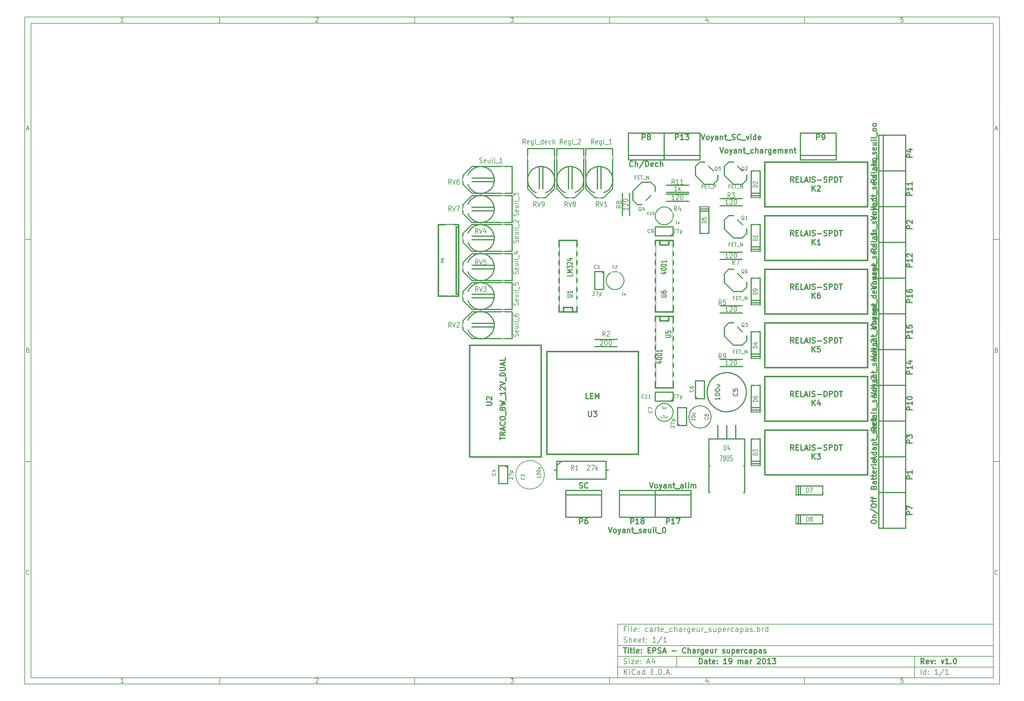
<source format=gto>
G04 (created by PCBNEW-RS274X (2012-01-19 BZR 3256)-stable) date 19/03/2013 15:46:17*
G01*
G70*
G90*
%MOIN*%
G04 Gerber Fmt 3.4, Leading zero omitted, Abs format*
%FSLAX34Y34*%
G04 APERTURE LIST*
%ADD10C,0.006000*%
%ADD11C,0.012000*%
%ADD12C,0.015000*%
%ADD13C,0.008000*%
%ADD14C,0.010000*%
%ADD15C,0.011300*%
%ADD16C,0.005000*%
%ADD17C,0.090000*%
%ADD18R,0.090000X0.090000*%
%ADD19C,0.100000*%
%ADD20R,0.110000X0.110000*%
%ADD21C,0.110000*%
%ADD22C,0.095000*%
%ADD23R,0.095000X0.095000*%
%ADD24R,0.110000X0.082000*%
%ADD25O,0.110000X0.082000*%
%ADD26C,0.085000*%
%ADD27C,0.270000*%
%ADD28R,0.370000X0.370000*%
%ADD29R,0.120000X0.120000*%
%ADD30C,0.120000*%
G04 APERTURE END LIST*
G54D10*
X04000Y-04000D02*
X113000Y-04000D01*
X113000Y-78670D01*
X04000Y-78670D01*
X04000Y-04000D01*
X04700Y-04700D02*
X112300Y-04700D01*
X112300Y-77970D01*
X04700Y-77970D01*
X04700Y-04700D01*
X25800Y-04000D02*
X25800Y-04700D01*
X15043Y-04552D02*
X14757Y-04552D01*
X14900Y-04552D02*
X14900Y-04052D01*
X14852Y-04124D01*
X14805Y-04171D01*
X14757Y-04195D01*
X25800Y-78670D02*
X25800Y-77970D01*
X15043Y-78522D02*
X14757Y-78522D01*
X14900Y-78522D02*
X14900Y-78022D01*
X14852Y-78094D01*
X14805Y-78141D01*
X14757Y-78165D01*
X47600Y-04000D02*
X47600Y-04700D01*
X36557Y-04100D02*
X36581Y-04076D01*
X36629Y-04052D01*
X36748Y-04052D01*
X36795Y-04076D01*
X36819Y-04100D01*
X36843Y-04148D01*
X36843Y-04195D01*
X36819Y-04267D01*
X36533Y-04552D01*
X36843Y-04552D01*
X47600Y-78670D02*
X47600Y-77970D01*
X36557Y-78070D02*
X36581Y-78046D01*
X36629Y-78022D01*
X36748Y-78022D01*
X36795Y-78046D01*
X36819Y-78070D01*
X36843Y-78118D01*
X36843Y-78165D01*
X36819Y-78237D01*
X36533Y-78522D01*
X36843Y-78522D01*
X69400Y-04000D02*
X69400Y-04700D01*
X58333Y-04052D02*
X58643Y-04052D01*
X58476Y-04243D01*
X58548Y-04243D01*
X58595Y-04267D01*
X58619Y-04290D01*
X58643Y-04338D01*
X58643Y-04457D01*
X58619Y-04505D01*
X58595Y-04529D01*
X58548Y-04552D01*
X58405Y-04552D01*
X58357Y-04529D01*
X58333Y-04505D01*
X69400Y-78670D02*
X69400Y-77970D01*
X58333Y-78022D02*
X58643Y-78022D01*
X58476Y-78213D01*
X58548Y-78213D01*
X58595Y-78237D01*
X58619Y-78260D01*
X58643Y-78308D01*
X58643Y-78427D01*
X58619Y-78475D01*
X58595Y-78499D01*
X58548Y-78522D01*
X58405Y-78522D01*
X58357Y-78499D01*
X58333Y-78475D01*
X91200Y-04000D02*
X91200Y-04700D01*
X80395Y-04219D02*
X80395Y-04552D01*
X80276Y-04029D02*
X80157Y-04386D01*
X80467Y-04386D01*
X91200Y-78670D02*
X91200Y-77970D01*
X80395Y-78189D02*
X80395Y-78522D01*
X80276Y-77999D02*
X80157Y-78356D01*
X80467Y-78356D01*
X102219Y-04052D02*
X101981Y-04052D01*
X101957Y-04290D01*
X101981Y-04267D01*
X102029Y-04243D01*
X102148Y-04243D01*
X102195Y-04267D01*
X102219Y-04290D01*
X102243Y-04338D01*
X102243Y-04457D01*
X102219Y-04505D01*
X102195Y-04529D01*
X102148Y-04552D01*
X102029Y-04552D01*
X101981Y-04529D01*
X101957Y-04505D01*
X102219Y-78022D02*
X101981Y-78022D01*
X101957Y-78260D01*
X101981Y-78237D01*
X102029Y-78213D01*
X102148Y-78213D01*
X102195Y-78237D01*
X102219Y-78260D01*
X102243Y-78308D01*
X102243Y-78427D01*
X102219Y-78475D01*
X102195Y-78499D01*
X102148Y-78522D01*
X102029Y-78522D01*
X101981Y-78499D01*
X101957Y-78475D01*
X04000Y-28890D02*
X04700Y-28890D01*
X04231Y-16510D02*
X04469Y-16510D01*
X04184Y-16652D02*
X04350Y-16152D01*
X04517Y-16652D01*
X113000Y-28890D02*
X112300Y-28890D01*
X112531Y-16510D02*
X112769Y-16510D01*
X112484Y-16652D02*
X112650Y-16152D01*
X112817Y-16652D01*
X04000Y-53780D02*
X04700Y-53780D01*
X04386Y-41280D02*
X04457Y-41304D01*
X04481Y-41328D01*
X04505Y-41376D01*
X04505Y-41447D01*
X04481Y-41495D01*
X04457Y-41519D01*
X04410Y-41542D01*
X04219Y-41542D01*
X04219Y-41042D01*
X04386Y-41042D01*
X04433Y-41066D01*
X04457Y-41090D01*
X04481Y-41138D01*
X04481Y-41185D01*
X04457Y-41233D01*
X04433Y-41257D01*
X04386Y-41280D01*
X04219Y-41280D01*
X113000Y-53780D02*
X112300Y-53780D01*
X112686Y-41280D02*
X112757Y-41304D01*
X112781Y-41328D01*
X112805Y-41376D01*
X112805Y-41447D01*
X112781Y-41495D01*
X112757Y-41519D01*
X112710Y-41542D01*
X112519Y-41542D01*
X112519Y-41042D01*
X112686Y-41042D01*
X112733Y-41066D01*
X112757Y-41090D01*
X112781Y-41138D01*
X112781Y-41185D01*
X112757Y-41233D01*
X112733Y-41257D01*
X112686Y-41280D01*
X112519Y-41280D01*
X04505Y-66385D02*
X04481Y-66409D01*
X04410Y-66432D01*
X04362Y-66432D01*
X04290Y-66409D01*
X04243Y-66361D01*
X04219Y-66313D01*
X04195Y-66218D01*
X04195Y-66147D01*
X04219Y-66051D01*
X04243Y-66004D01*
X04290Y-65956D01*
X04362Y-65932D01*
X04410Y-65932D01*
X04481Y-65956D01*
X04505Y-65980D01*
X112805Y-66385D02*
X112781Y-66409D01*
X112710Y-66432D01*
X112662Y-66432D01*
X112590Y-66409D01*
X112543Y-66361D01*
X112519Y-66313D01*
X112495Y-66218D01*
X112495Y-66147D01*
X112519Y-66051D01*
X112543Y-66004D01*
X112590Y-65956D01*
X112662Y-65932D01*
X112710Y-65932D01*
X112781Y-65956D01*
X112805Y-65980D01*
G54D11*
X79443Y-76413D02*
X79443Y-75813D01*
X79586Y-75813D01*
X79671Y-75841D01*
X79729Y-75899D01*
X79757Y-75956D01*
X79786Y-76070D01*
X79786Y-76156D01*
X79757Y-76270D01*
X79729Y-76327D01*
X79671Y-76384D01*
X79586Y-76413D01*
X79443Y-76413D01*
X80300Y-76413D02*
X80300Y-76099D01*
X80271Y-76041D01*
X80214Y-76013D01*
X80100Y-76013D01*
X80043Y-76041D01*
X80300Y-76384D02*
X80243Y-76413D01*
X80100Y-76413D01*
X80043Y-76384D01*
X80014Y-76327D01*
X80014Y-76270D01*
X80043Y-76213D01*
X80100Y-76184D01*
X80243Y-76184D01*
X80300Y-76156D01*
X80500Y-76013D02*
X80729Y-76013D01*
X80586Y-75813D02*
X80586Y-76327D01*
X80614Y-76384D01*
X80672Y-76413D01*
X80729Y-76413D01*
X81157Y-76384D02*
X81100Y-76413D01*
X80986Y-76413D01*
X80929Y-76384D01*
X80900Y-76327D01*
X80900Y-76099D01*
X80929Y-76041D01*
X80986Y-76013D01*
X81100Y-76013D01*
X81157Y-76041D01*
X81186Y-76099D01*
X81186Y-76156D01*
X80900Y-76213D01*
X81443Y-76356D02*
X81471Y-76384D01*
X81443Y-76413D01*
X81414Y-76384D01*
X81443Y-76356D01*
X81443Y-76413D01*
X81443Y-76041D02*
X81471Y-76070D01*
X81443Y-76099D01*
X81414Y-76070D01*
X81443Y-76041D01*
X81443Y-76099D01*
X82500Y-76413D02*
X82157Y-76413D01*
X82329Y-76413D02*
X82329Y-75813D01*
X82272Y-75899D01*
X82214Y-75956D01*
X82157Y-75984D01*
X82785Y-76413D02*
X82900Y-76413D01*
X82957Y-76384D01*
X82985Y-76356D01*
X83043Y-76270D01*
X83071Y-76156D01*
X83071Y-75927D01*
X83043Y-75870D01*
X83014Y-75841D01*
X82957Y-75813D01*
X82843Y-75813D01*
X82785Y-75841D01*
X82757Y-75870D01*
X82728Y-75927D01*
X82728Y-76070D01*
X82757Y-76127D01*
X82785Y-76156D01*
X82843Y-76184D01*
X82957Y-76184D01*
X83014Y-76156D01*
X83043Y-76127D01*
X83071Y-76070D01*
X83785Y-76413D02*
X83785Y-76013D01*
X83785Y-76070D02*
X83813Y-76041D01*
X83871Y-76013D01*
X83956Y-76013D01*
X84013Y-76041D01*
X84042Y-76099D01*
X84042Y-76413D01*
X84042Y-76099D02*
X84071Y-76041D01*
X84128Y-76013D01*
X84213Y-76013D01*
X84271Y-76041D01*
X84299Y-76099D01*
X84299Y-76413D01*
X84842Y-76413D02*
X84842Y-76099D01*
X84813Y-76041D01*
X84756Y-76013D01*
X84642Y-76013D01*
X84585Y-76041D01*
X84842Y-76384D02*
X84785Y-76413D01*
X84642Y-76413D01*
X84585Y-76384D01*
X84556Y-76327D01*
X84556Y-76270D01*
X84585Y-76213D01*
X84642Y-76184D01*
X84785Y-76184D01*
X84842Y-76156D01*
X85128Y-76413D02*
X85128Y-76013D01*
X85128Y-76127D02*
X85156Y-76070D01*
X85185Y-76041D01*
X85242Y-76013D01*
X85299Y-76013D01*
X85927Y-75870D02*
X85956Y-75841D01*
X86013Y-75813D01*
X86156Y-75813D01*
X86213Y-75841D01*
X86242Y-75870D01*
X86270Y-75927D01*
X86270Y-75984D01*
X86242Y-76070D01*
X85899Y-76413D01*
X86270Y-76413D01*
X86641Y-75813D02*
X86698Y-75813D01*
X86755Y-75841D01*
X86784Y-75870D01*
X86813Y-75927D01*
X86841Y-76041D01*
X86841Y-76184D01*
X86813Y-76299D01*
X86784Y-76356D01*
X86755Y-76384D01*
X86698Y-76413D01*
X86641Y-76413D01*
X86584Y-76384D01*
X86555Y-76356D01*
X86527Y-76299D01*
X86498Y-76184D01*
X86498Y-76041D01*
X86527Y-75927D01*
X86555Y-75870D01*
X86584Y-75841D01*
X86641Y-75813D01*
X87412Y-76413D02*
X87069Y-76413D01*
X87241Y-76413D02*
X87241Y-75813D01*
X87184Y-75899D01*
X87126Y-75956D01*
X87069Y-75984D01*
X87612Y-75813D02*
X87983Y-75813D01*
X87783Y-76041D01*
X87869Y-76041D01*
X87926Y-76070D01*
X87955Y-76099D01*
X87983Y-76156D01*
X87983Y-76299D01*
X87955Y-76356D01*
X87926Y-76384D01*
X87869Y-76413D01*
X87697Y-76413D01*
X87640Y-76384D01*
X87612Y-76356D01*
G54D10*
X71043Y-77613D02*
X71043Y-77013D01*
X71386Y-77613D02*
X71129Y-77270D01*
X71386Y-77013D02*
X71043Y-77356D01*
X71643Y-77613D02*
X71643Y-77213D01*
X71643Y-77013D02*
X71614Y-77041D01*
X71643Y-77070D01*
X71671Y-77041D01*
X71643Y-77013D01*
X71643Y-77070D01*
X72272Y-77556D02*
X72243Y-77584D01*
X72157Y-77613D01*
X72100Y-77613D01*
X72015Y-77584D01*
X71957Y-77527D01*
X71929Y-77470D01*
X71900Y-77356D01*
X71900Y-77270D01*
X71929Y-77156D01*
X71957Y-77099D01*
X72015Y-77041D01*
X72100Y-77013D01*
X72157Y-77013D01*
X72243Y-77041D01*
X72272Y-77070D01*
X72786Y-77613D02*
X72786Y-77299D01*
X72757Y-77241D01*
X72700Y-77213D01*
X72586Y-77213D01*
X72529Y-77241D01*
X72786Y-77584D02*
X72729Y-77613D01*
X72586Y-77613D01*
X72529Y-77584D01*
X72500Y-77527D01*
X72500Y-77470D01*
X72529Y-77413D01*
X72586Y-77384D01*
X72729Y-77384D01*
X72786Y-77356D01*
X73329Y-77613D02*
X73329Y-77013D01*
X73329Y-77584D02*
X73272Y-77613D01*
X73158Y-77613D01*
X73100Y-77584D01*
X73072Y-77556D01*
X73043Y-77499D01*
X73043Y-77327D01*
X73072Y-77270D01*
X73100Y-77241D01*
X73158Y-77213D01*
X73272Y-77213D01*
X73329Y-77241D01*
X74072Y-77299D02*
X74272Y-77299D01*
X74358Y-77613D02*
X74072Y-77613D01*
X74072Y-77013D01*
X74358Y-77013D01*
X74615Y-77556D02*
X74643Y-77584D01*
X74615Y-77613D01*
X74586Y-77584D01*
X74615Y-77556D01*
X74615Y-77613D01*
X74901Y-77613D02*
X74901Y-77013D01*
X75044Y-77013D01*
X75129Y-77041D01*
X75187Y-77099D01*
X75215Y-77156D01*
X75244Y-77270D01*
X75244Y-77356D01*
X75215Y-77470D01*
X75187Y-77527D01*
X75129Y-77584D01*
X75044Y-77613D01*
X74901Y-77613D01*
X75501Y-77556D02*
X75529Y-77584D01*
X75501Y-77613D01*
X75472Y-77584D01*
X75501Y-77556D01*
X75501Y-77613D01*
X75758Y-77441D02*
X76044Y-77441D01*
X75701Y-77613D02*
X75901Y-77013D01*
X76101Y-77613D01*
X76301Y-77556D02*
X76329Y-77584D01*
X76301Y-77613D01*
X76272Y-77584D01*
X76301Y-77556D01*
X76301Y-77613D01*
G54D11*
X104586Y-76413D02*
X104386Y-76127D01*
X104243Y-76413D02*
X104243Y-75813D01*
X104471Y-75813D01*
X104529Y-75841D01*
X104557Y-75870D01*
X104586Y-75927D01*
X104586Y-76013D01*
X104557Y-76070D01*
X104529Y-76099D01*
X104471Y-76127D01*
X104243Y-76127D01*
X105071Y-76384D02*
X105014Y-76413D01*
X104900Y-76413D01*
X104843Y-76384D01*
X104814Y-76327D01*
X104814Y-76099D01*
X104843Y-76041D01*
X104900Y-76013D01*
X105014Y-76013D01*
X105071Y-76041D01*
X105100Y-76099D01*
X105100Y-76156D01*
X104814Y-76213D01*
X105300Y-76013D02*
X105443Y-76413D01*
X105585Y-76013D01*
X105814Y-76356D02*
X105842Y-76384D01*
X105814Y-76413D01*
X105785Y-76384D01*
X105814Y-76356D01*
X105814Y-76413D01*
X105814Y-76041D02*
X105842Y-76070D01*
X105814Y-76099D01*
X105785Y-76070D01*
X105814Y-76041D01*
X105814Y-76099D01*
X106500Y-76013D02*
X106643Y-76413D01*
X106785Y-76013D01*
X107328Y-76413D02*
X106985Y-76413D01*
X107157Y-76413D02*
X107157Y-75813D01*
X107100Y-75899D01*
X107042Y-75956D01*
X106985Y-75984D01*
X107585Y-76356D02*
X107613Y-76384D01*
X107585Y-76413D01*
X107556Y-76384D01*
X107585Y-76356D01*
X107585Y-76413D01*
X107985Y-75813D02*
X108042Y-75813D01*
X108099Y-75841D01*
X108128Y-75870D01*
X108157Y-75927D01*
X108185Y-76041D01*
X108185Y-76184D01*
X108157Y-76299D01*
X108128Y-76356D01*
X108099Y-76384D01*
X108042Y-76413D01*
X107985Y-76413D01*
X107928Y-76384D01*
X107899Y-76356D01*
X107871Y-76299D01*
X107842Y-76184D01*
X107842Y-76041D01*
X107871Y-75927D01*
X107899Y-75870D01*
X107928Y-75841D01*
X107985Y-75813D01*
G54D10*
X71014Y-76384D02*
X71100Y-76413D01*
X71243Y-76413D01*
X71300Y-76384D01*
X71329Y-76356D01*
X71357Y-76299D01*
X71357Y-76241D01*
X71329Y-76184D01*
X71300Y-76156D01*
X71243Y-76127D01*
X71129Y-76099D01*
X71071Y-76070D01*
X71043Y-76041D01*
X71014Y-75984D01*
X71014Y-75927D01*
X71043Y-75870D01*
X71071Y-75841D01*
X71129Y-75813D01*
X71271Y-75813D01*
X71357Y-75841D01*
X71614Y-76413D02*
X71614Y-76013D01*
X71614Y-75813D02*
X71585Y-75841D01*
X71614Y-75870D01*
X71642Y-75841D01*
X71614Y-75813D01*
X71614Y-75870D01*
X71843Y-76013D02*
X72157Y-76013D01*
X71843Y-76413D01*
X72157Y-76413D01*
X72614Y-76384D02*
X72557Y-76413D01*
X72443Y-76413D01*
X72386Y-76384D01*
X72357Y-76327D01*
X72357Y-76099D01*
X72386Y-76041D01*
X72443Y-76013D01*
X72557Y-76013D01*
X72614Y-76041D01*
X72643Y-76099D01*
X72643Y-76156D01*
X72357Y-76213D01*
X72900Y-76356D02*
X72928Y-76384D01*
X72900Y-76413D01*
X72871Y-76384D01*
X72900Y-76356D01*
X72900Y-76413D01*
X72900Y-76041D02*
X72928Y-76070D01*
X72900Y-76099D01*
X72871Y-76070D01*
X72900Y-76041D01*
X72900Y-76099D01*
X73614Y-76241D02*
X73900Y-76241D01*
X73557Y-76413D02*
X73757Y-75813D01*
X73957Y-76413D01*
X74414Y-76013D02*
X74414Y-76413D01*
X74271Y-75784D02*
X74128Y-76213D01*
X74500Y-76213D01*
X104243Y-77613D02*
X104243Y-77013D01*
X104786Y-77613D02*
X104786Y-77013D01*
X104786Y-77584D02*
X104729Y-77613D01*
X104615Y-77613D01*
X104557Y-77584D01*
X104529Y-77556D01*
X104500Y-77499D01*
X104500Y-77327D01*
X104529Y-77270D01*
X104557Y-77241D01*
X104615Y-77213D01*
X104729Y-77213D01*
X104786Y-77241D01*
X105072Y-77556D02*
X105100Y-77584D01*
X105072Y-77613D01*
X105043Y-77584D01*
X105072Y-77556D01*
X105072Y-77613D01*
X105072Y-77241D02*
X105100Y-77270D01*
X105072Y-77299D01*
X105043Y-77270D01*
X105072Y-77241D01*
X105072Y-77299D01*
X106129Y-77613D02*
X105786Y-77613D01*
X105958Y-77613D02*
X105958Y-77013D01*
X105901Y-77099D01*
X105843Y-77156D01*
X105786Y-77184D01*
X106814Y-76984D02*
X106300Y-77756D01*
X107329Y-77613D02*
X106986Y-77613D01*
X107158Y-77613D02*
X107158Y-77013D01*
X107101Y-77099D01*
X107043Y-77156D01*
X106986Y-77184D01*
G54D11*
X70957Y-74613D02*
X71300Y-74613D01*
X71129Y-75213D02*
X71129Y-74613D01*
X71500Y-75213D02*
X71500Y-74813D01*
X71500Y-74613D02*
X71471Y-74641D01*
X71500Y-74670D01*
X71528Y-74641D01*
X71500Y-74613D01*
X71500Y-74670D01*
X71700Y-74813D02*
X71929Y-74813D01*
X71786Y-74613D02*
X71786Y-75127D01*
X71814Y-75184D01*
X71872Y-75213D01*
X71929Y-75213D01*
X72215Y-75213D02*
X72157Y-75184D01*
X72129Y-75127D01*
X72129Y-74613D01*
X72671Y-75184D02*
X72614Y-75213D01*
X72500Y-75213D01*
X72443Y-75184D01*
X72414Y-75127D01*
X72414Y-74899D01*
X72443Y-74841D01*
X72500Y-74813D01*
X72614Y-74813D01*
X72671Y-74841D01*
X72700Y-74899D01*
X72700Y-74956D01*
X72414Y-75013D01*
X72957Y-75156D02*
X72985Y-75184D01*
X72957Y-75213D01*
X72928Y-75184D01*
X72957Y-75156D01*
X72957Y-75213D01*
X72957Y-74841D02*
X72985Y-74870D01*
X72957Y-74899D01*
X72928Y-74870D01*
X72957Y-74841D01*
X72957Y-74899D01*
X73700Y-74899D02*
X73900Y-74899D01*
X73986Y-75213D02*
X73700Y-75213D01*
X73700Y-74613D01*
X73986Y-74613D01*
X74243Y-75213D02*
X74243Y-74613D01*
X74471Y-74613D01*
X74529Y-74641D01*
X74557Y-74670D01*
X74586Y-74727D01*
X74586Y-74813D01*
X74557Y-74870D01*
X74529Y-74899D01*
X74471Y-74927D01*
X74243Y-74927D01*
X74814Y-75184D02*
X74900Y-75213D01*
X75043Y-75213D01*
X75100Y-75184D01*
X75129Y-75156D01*
X75157Y-75099D01*
X75157Y-75041D01*
X75129Y-74984D01*
X75100Y-74956D01*
X75043Y-74927D01*
X74929Y-74899D01*
X74871Y-74870D01*
X74843Y-74841D01*
X74814Y-74784D01*
X74814Y-74727D01*
X74843Y-74670D01*
X74871Y-74641D01*
X74929Y-74613D01*
X75071Y-74613D01*
X75157Y-74641D01*
X75385Y-75041D02*
X75671Y-75041D01*
X75328Y-75213D02*
X75528Y-74613D01*
X75728Y-75213D01*
X76385Y-74984D02*
X76842Y-74984D01*
X77928Y-75156D02*
X77899Y-75184D01*
X77813Y-75213D01*
X77756Y-75213D01*
X77671Y-75184D01*
X77613Y-75127D01*
X77585Y-75070D01*
X77556Y-74956D01*
X77556Y-74870D01*
X77585Y-74756D01*
X77613Y-74699D01*
X77671Y-74641D01*
X77756Y-74613D01*
X77813Y-74613D01*
X77899Y-74641D01*
X77928Y-74670D01*
X78185Y-75213D02*
X78185Y-74613D01*
X78442Y-75213D02*
X78442Y-74899D01*
X78413Y-74841D01*
X78356Y-74813D01*
X78271Y-74813D01*
X78213Y-74841D01*
X78185Y-74870D01*
X78985Y-75213D02*
X78985Y-74899D01*
X78956Y-74841D01*
X78899Y-74813D01*
X78785Y-74813D01*
X78728Y-74841D01*
X78985Y-75184D02*
X78928Y-75213D01*
X78785Y-75213D01*
X78728Y-75184D01*
X78699Y-75127D01*
X78699Y-75070D01*
X78728Y-75013D01*
X78785Y-74984D01*
X78928Y-74984D01*
X78985Y-74956D01*
X79271Y-75213D02*
X79271Y-74813D01*
X79271Y-74927D02*
X79299Y-74870D01*
X79328Y-74841D01*
X79385Y-74813D01*
X79442Y-74813D01*
X79899Y-74813D02*
X79899Y-75299D01*
X79870Y-75356D01*
X79842Y-75384D01*
X79785Y-75413D01*
X79699Y-75413D01*
X79642Y-75384D01*
X79899Y-75184D02*
X79842Y-75213D01*
X79728Y-75213D01*
X79670Y-75184D01*
X79642Y-75156D01*
X79613Y-75099D01*
X79613Y-74927D01*
X79642Y-74870D01*
X79670Y-74841D01*
X79728Y-74813D01*
X79842Y-74813D01*
X79899Y-74841D01*
X80413Y-75184D02*
X80356Y-75213D01*
X80242Y-75213D01*
X80185Y-75184D01*
X80156Y-75127D01*
X80156Y-74899D01*
X80185Y-74841D01*
X80242Y-74813D01*
X80356Y-74813D01*
X80413Y-74841D01*
X80442Y-74899D01*
X80442Y-74956D01*
X80156Y-75013D01*
X80956Y-74813D02*
X80956Y-75213D01*
X80699Y-74813D02*
X80699Y-75127D01*
X80727Y-75184D01*
X80785Y-75213D01*
X80870Y-75213D01*
X80927Y-75184D01*
X80956Y-75156D01*
X81242Y-75213D02*
X81242Y-74813D01*
X81242Y-74927D02*
X81270Y-74870D01*
X81299Y-74841D01*
X81356Y-74813D01*
X81413Y-74813D01*
X82041Y-75184D02*
X82098Y-75213D01*
X82213Y-75213D01*
X82270Y-75184D01*
X82298Y-75127D01*
X82298Y-75099D01*
X82270Y-75041D01*
X82213Y-75013D01*
X82127Y-75013D01*
X82070Y-74984D01*
X82041Y-74927D01*
X82041Y-74899D01*
X82070Y-74841D01*
X82127Y-74813D01*
X82213Y-74813D01*
X82270Y-74841D01*
X82813Y-74813D02*
X82813Y-75213D01*
X82556Y-74813D02*
X82556Y-75127D01*
X82584Y-75184D01*
X82642Y-75213D01*
X82727Y-75213D01*
X82784Y-75184D01*
X82813Y-75156D01*
X83099Y-74813D02*
X83099Y-75413D01*
X83099Y-74841D02*
X83156Y-74813D01*
X83270Y-74813D01*
X83327Y-74841D01*
X83356Y-74870D01*
X83385Y-74927D01*
X83385Y-75099D01*
X83356Y-75156D01*
X83327Y-75184D01*
X83270Y-75213D01*
X83156Y-75213D01*
X83099Y-75184D01*
X83870Y-75184D02*
X83813Y-75213D01*
X83699Y-75213D01*
X83642Y-75184D01*
X83613Y-75127D01*
X83613Y-74899D01*
X83642Y-74841D01*
X83699Y-74813D01*
X83813Y-74813D01*
X83870Y-74841D01*
X83899Y-74899D01*
X83899Y-74956D01*
X83613Y-75013D01*
X84156Y-75213D02*
X84156Y-74813D01*
X84156Y-74927D02*
X84184Y-74870D01*
X84213Y-74841D01*
X84270Y-74813D01*
X84327Y-74813D01*
X84784Y-75184D02*
X84727Y-75213D01*
X84613Y-75213D01*
X84555Y-75184D01*
X84527Y-75156D01*
X84498Y-75099D01*
X84498Y-74927D01*
X84527Y-74870D01*
X84555Y-74841D01*
X84613Y-74813D01*
X84727Y-74813D01*
X84784Y-74841D01*
X85298Y-75213D02*
X85298Y-74899D01*
X85269Y-74841D01*
X85212Y-74813D01*
X85098Y-74813D01*
X85041Y-74841D01*
X85298Y-75184D02*
X85241Y-75213D01*
X85098Y-75213D01*
X85041Y-75184D01*
X85012Y-75127D01*
X85012Y-75070D01*
X85041Y-75013D01*
X85098Y-74984D01*
X85241Y-74984D01*
X85298Y-74956D01*
X85584Y-74813D02*
X85584Y-75413D01*
X85584Y-74841D02*
X85641Y-74813D01*
X85755Y-74813D01*
X85812Y-74841D01*
X85841Y-74870D01*
X85870Y-74927D01*
X85870Y-75099D01*
X85841Y-75156D01*
X85812Y-75184D01*
X85755Y-75213D01*
X85641Y-75213D01*
X85584Y-75184D01*
X86384Y-75213D02*
X86384Y-74899D01*
X86355Y-74841D01*
X86298Y-74813D01*
X86184Y-74813D01*
X86127Y-74841D01*
X86384Y-75184D02*
X86327Y-75213D01*
X86184Y-75213D01*
X86127Y-75184D01*
X86098Y-75127D01*
X86098Y-75070D01*
X86127Y-75013D01*
X86184Y-74984D01*
X86327Y-74984D01*
X86384Y-74956D01*
X86641Y-75184D02*
X86698Y-75213D01*
X86813Y-75213D01*
X86870Y-75184D01*
X86898Y-75127D01*
X86898Y-75099D01*
X86870Y-75041D01*
X86813Y-75013D01*
X86727Y-75013D01*
X86670Y-74984D01*
X86641Y-74927D01*
X86641Y-74899D01*
X86670Y-74841D01*
X86727Y-74813D01*
X86813Y-74813D01*
X86870Y-74841D01*
G54D10*
X71243Y-72499D02*
X71043Y-72499D01*
X71043Y-72813D02*
X71043Y-72213D01*
X71329Y-72213D01*
X71557Y-72813D02*
X71557Y-72413D01*
X71557Y-72213D02*
X71528Y-72241D01*
X71557Y-72270D01*
X71585Y-72241D01*
X71557Y-72213D01*
X71557Y-72270D01*
X71929Y-72813D02*
X71871Y-72784D01*
X71843Y-72727D01*
X71843Y-72213D01*
X72385Y-72784D02*
X72328Y-72813D01*
X72214Y-72813D01*
X72157Y-72784D01*
X72128Y-72727D01*
X72128Y-72499D01*
X72157Y-72441D01*
X72214Y-72413D01*
X72328Y-72413D01*
X72385Y-72441D01*
X72414Y-72499D01*
X72414Y-72556D01*
X72128Y-72613D01*
X72671Y-72756D02*
X72699Y-72784D01*
X72671Y-72813D01*
X72642Y-72784D01*
X72671Y-72756D01*
X72671Y-72813D01*
X72671Y-72441D02*
X72699Y-72470D01*
X72671Y-72499D01*
X72642Y-72470D01*
X72671Y-72441D01*
X72671Y-72499D01*
X73671Y-72784D02*
X73614Y-72813D01*
X73500Y-72813D01*
X73442Y-72784D01*
X73414Y-72756D01*
X73385Y-72699D01*
X73385Y-72527D01*
X73414Y-72470D01*
X73442Y-72441D01*
X73500Y-72413D01*
X73614Y-72413D01*
X73671Y-72441D01*
X74185Y-72813D02*
X74185Y-72499D01*
X74156Y-72441D01*
X74099Y-72413D01*
X73985Y-72413D01*
X73928Y-72441D01*
X74185Y-72784D02*
X74128Y-72813D01*
X73985Y-72813D01*
X73928Y-72784D01*
X73899Y-72727D01*
X73899Y-72670D01*
X73928Y-72613D01*
X73985Y-72584D01*
X74128Y-72584D01*
X74185Y-72556D01*
X74471Y-72813D02*
X74471Y-72413D01*
X74471Y-72527D02*
X74499Y-72470D01*
X74528Y-72441D01*
X74585Y-72413D01*
X74642Y-72413D01*
X74756Y-72413D02*
X74985Y-72413D01*
X74842Y-72213D02*
X74842Y-72727D01*
X74870Y-72784D01*
X74928Y-72813D01*
X74985Y-72813D01*
X75413Y-72784D02*
X75356Y-72813D01*
X75242Y-72813D01*
X75185Y-72784D01*
X75156Y-72727D01*
X75156Y-72499D01*
X75185Y-72441D01*
X75242Y-72413D01*
X75356Y-72413D01*
X75413Y-72441D01*
X75442Y-72499D01*
X75442Y-72556D01*
X75156Y-72613D01*
X75556Y-72870D02*
X76013Y-72870D01*
X76413Y-72784D02*
X76356Y-72813D01*
X76242Y-72813D01*
X76184Y-72784D01*
X76156Y-72756D01*
X76127Y-72699D01*
X76127Y-72527D01*
X76156Y-72470D01*
X76184Y-72441D01*
X76242Y-72413D01*
X76356Y-72413D01*
X76413Y-72441D01*
X76670Y-72813D02*
X76670Y-72213D01*
X76927Y-72813D02*
X76927Y-72499D01*
X76898Y-72441D01*
X76841Y-72413D01*
X76756Y-72413D01*
X76698Y-72441D01*
X76670Y-72470D01*
X77470Y-72813D02*
X77470Y-72499D01*
X77441Y-72441D01*
X77384Y-72413D01*
X77270Y-72413D01*
X77213Y-72441D01*
X77470Y-72784D02*
X77413Y-72813D01*
X77270Y-72813D01*
X77213Y-72784D01*
X77184Y-72727D01*
X77184Y-72670D01*
X77213Y-72613D01*
X77270Y-72584D01*
X77413Y-72584D01*
X77470Y-72556D01*
X77756Y-72813D02*
X77756Y-72413D01*
X77756Y-72527D02*
X77784Y-72470D01*
X77813Y-72441D01*
X77870Y-72413D01*
X77927Y-72413D01*
X78384Y-72413D02*
X78384Y-72899D01*
X78355Y-72956D01*
X78327Y-72984D01*
X78270Y-73013D01*
X78184Y-73013D01*
X78127Y-72984D01*
X78384Y-72784D02*
X78327Y-72813D01*
X78213Y-72813D01*
X78155Y-72784D01*
X78127Y-72756D01*
X78098Y-72699D01*
X78098Y-72527D01*
X78127Y-72470D01*
X78155Y-72441D01*
X78213Y-72413D01*
X78327Y-72413D01*
X78384Y-72441D01*
X78898Y-72784D02*
X78841Y-72813D01*
X78727Y-72813D01*
X78670Y-72784D01*
X78641Y-72727D01*
X78641Y-72499D01*
X78670Y-72441D01*
X78727Y-72413D01*
X78841Y-72413D01*
X78898Y-72441D01*
X78927Y-72499D01*
X78927Y-72556D01*
X78641Y-72613D01*
X79441Y-72413D02*
X79441Y-72813D01*
X79184Y-72413D02*
X79184Y-72727D01*
X79212Y-72784D01*
X79270Y-72813D01*
X79355Y-72813D01*
X79412Y-72784D01*
X79441Y-72756D01*
X79727Y-72813D02*
X79727Y-72413D01*
X79727Y-72527D02*
X79755Y-72470D01*
X79784Y-72441D01*
X79841Y-72413D01*
X79898Y-72413D01*
X79955Y-72870D02*
X80412Y-72870D01*
X80526Y-72784D02*
X80583Y-72813D01*
X80698Y-72813D01*
X80755Y-72784D01*
X80783Y-72727D01*
X80783Y-72699D01*
X80755Y-72641D01*
X80698Y-72613D01*
X80612Y-72613D01*
X80555Y-72584D01*
X80526Y-72527D01*
X80526Y-72499D01*
X80555Y-72441D01*
X80612Y-72413D01*
X80698Y-72413D01*
X80755Y-72441D01*
X81298Y-72413D02*
X81298Y-72813D01*
X81041Y-72413D02*
X81041Y-72727D01*
X81069Y-72784D01*
X81127Y-72813D01*
X81212Y-72813D01*
X81269Y-72784D01*
X81298Y-72756D01*
X81584Y-72413D02*
X81584Y-73013D01*
X81584Y-72441D02*
X81641Y-72413D01*
X81755Y-72413D01*
X81812Y-72441D01*
X81841Y-72470D01*
X81870Y-72527D01*
X81870Y-72699D01*
X81841Y-72756D01*
X81812Y-72784D01*
X81755Y-72813D01*
X81641Y-72813D01*
X81584Y-72784D01*
X82355Y-72784D02*
X82298Y-72813D01*
X82184Y-72813D01*
X82127Y-72784D01*
X82098Y-72727D01*
X82098Y-72499D01*
X82127Y-72441D01*
X82184Y-72413D01*
X82298Y-72413D01*
X82355Y-72441D01*
X82384Y-72499D01*
X82384Y-72556D01*
X82098Y-72613D01*
X82641Y-72813D02*
X82641Y-72413D01*
X82641Y-72527D02*
X82669Y-72470D01*
X82698Y-72441D01*
X82755Y-72413D01*
X82812Y-72413D01*
X83269Y-72784D02*
X83212Y-72813D01*
X83098Y-72813D01*
X83040Y-72784D01*
X83012Y-72756D01*
X82983Y-72699D01*
X82983Y-72527D01*
X83012Y-72470D01*
X83040Y-72441D01*
X83098Y-72413D01*
X83212Y-72413D01*
X83269Y-72441D01*
X83783Y-72813D02*
X83783Y-72499D01*
X83754Y-72441D01*
X83697Y-72413D01*
X83583Y-72413D01*
X83526Y-72441D01*
X83783Y-72784D02*
X83726Y-72813D01*
X83583Y-72813D01*
X83526Y-72784D01*
X83497Y-72727D01*
X83497Y-72670D01*
X83526Y-72613D01*
X83583Y-72584D01*
X83726Y-72584D01*
X83783Y-72556D01*
X84069Y-72413D02*
X84069Y-73013D01*
X84069Y-72441D02*
X84126Y-72413D01*
X84240Y-72413D01*
X84297Y-72441D01*
X84326Y-72470D01*
X84355Y-72527D01*
X84355Y-72699D01*
X84326Y-72756D01*
X84297Y-72784D01*
X84240Y-72813D01*
X84126Y-72813D01*
X84069Y-72784D01*
X84869Y-72813D02*
X84869Y-72499D01*
X84840Y-72441D01*
X84783Y-72413D01*
X84669Y-72413D01*
X84612Y-72441D01*
X84869Y-72784D02*
X84812Y-72813D01*
X84669Y-72813D01*
X84612Y-72784D01*
X84583Y-72727D01*
X84583Y-72670D01*
X84612Y-72613D01*
X84669Y-72584D01*
X84812Y-72584D01*
X84869Y-72556D01*
X85126Y-72784D02*
X85183Y-72813D01*
X85298Y-72813D01*
X85355Y-72784D01*
X85383Y-72727D01*
X85383Y-72699D01*
X85355Y-72641D01*
X85298Y-72613D01*
X85212Y-72613D01*
X85155Y-72584D01*
X85126Y-72527D01*
X85126Y-72499D01*
X85155Y-72441D01*
X85212Y-72413D01*
X85298Y-72413D01*
X85355Y-72441D01*
X85641Y-72756D02*
X85669Y-72784D01*
X85641Y-72813D01*
X85612Y-72784D01*
X85641Y-72756D01*
X85641Y-72813D01*
X85927Y-72813D02*
X85927Y-72213D01*
X85927Y-72441D02*
X85984Y-72413D01*
X86098Y-72413D01*
X86155Y-72441D01*
X86184Y-72470D01*
X86213Y-72527D01*
X86213Y-72699D01*
X86184Y-72756D01*
X86155Y-72784D01*
X86098Y-72813D01*
X85984Y-72813D01*
X85927Y-72784D01*
X86470Y-72813D02*
X86470Y-72413D01*
X86470Y-72527D02*
X86498Y-72470D01*
X86527Y-72441D01*
X86584Y-72413D01*
X86641Y-72413D01*
X87098Y-72813D02*
X87098Y-72213D01*
X87098Y-72784D02*
X87041Y-72813D01*
X86927Y-72813D01*
X86869Y-72784D01*
X86841Y-72756D01*
X86812Y-72699D01*
X86812Y-72527D01*
X86841Y-72470D01*
X86869Y-72441D01*
X86927Y-72413D01*
X87041Y-72413D01*
X87098Y-72441D01*
X71014Y-73984D02*
X71100Y-74013D01*
X71243Y-74013D01*
X71300Y-73984D01*
X71329Y-73956D01*
X71357Y-73899D01*
X71357Y-73841D01*
X71329Y-73784D01*
X71300Y-73756D01*
X71243Y-73727D01*
X71129Y-73699D01*
X71071Y-73670D01*
X71043Y-73641D01*
X71014Y-73584D01*
X71014Y-73527D01*
X71043Y-73470D01*
X71071Y-73441D01*
X71129Y-73413D01*
X71271Y-73413D01*
X71357Y-73441D01*
X71614Y-74013D02*
X71614Y-73413D01*
X71871Y-74013D02*
X71871Y-73699D01*
X71842Y-73641D01*
X71785Y-73613D01*
X71700Y-73613D01*
X71642Y-73641D01*
X71614Y-73670D01*
X72385Y-73984D02*
X72328Y-74013D01*
X72214Y-74013D01*
X72157Y-73984D01*
X72128Y-73927D01*
X72128Y-73699D01*
X72157Y-73641D01*
X72214Y-73613D01*
X72328Y-73613D01*
X72385Y-73641D01*
X72414Y-73699D01*
X72414Y-73756D01*
X72128Y-73813D01*
X72899Y-73984D02*
X72842Y-74013D01*
X72728Y-74013D01*
X72671Y-73984D01*
X72642Y-73927D01*
X72642Y-73699D01*
X72671Y-73641D01*
X72728Y-73613D01*
X72842Y-73613D01*
X72899Y-73641D01*
X72928Y-73699D01*
X72928Y-73756D01*
X72642Y-73813D01*
X73099Y-73613D02*
X73328Y-73613D01*
X73185Y-73413D02*
X73185Y-73927D01*
X73213Y-73984D01*
X73271Y-74013D01*
X73328Y-74013D01*
X73528Y-73956D02*
X73556Y-73984D01*
X73528Y-74013D01*
X73499Y-73984D01*
X73528Y-73956D01*
X73528Y-74013D01*
X73528Y-73641D02*
X73556Y-73670D01*
X73528Y-73699D01*
X73499Y-73670D01*
X73528Y-73641D01*
X73528Y-73699D01*
X74585Y-74013D02*
X74242Y-74013D01*
X74414Y-74013D02*
X74414Y-73413D01*
X74357Y-73499D01*
X74299Y-73556D01*
X74242Y-73584D01*
X75270Y-73384D02*
X74756Y-74156D01*
X75785Y-74013D02*
X75442Y-74013D01*
X75614Y-74013D02*
X75614Y-73413D01*
X75557Y-73499D01*
X75499Y-73556D01*
X75442Y-73584D01*
X70300Y-71970D02*
X70300Y-77970D01*
X70300Y-71970D02*
X112300Y-71970D01*
X70300Y-71970D02*
X112300Y-71970D01*
X70300Y-74370D02*
X112300Y-74370D01*
X103500Y-75570D02*
X103500Y-77970D01*
X70300Y-76770D02*
X112300Y-76770D01*
X70300Y-75570D02*
X112300Y-75570D01*
X76900Y-75570D02*
X76900Y-76770D01*
G54D12*
X53750Y-40750D02*
X53750Y-53250D01*
X53750Y-53250D02*
X61750Y-53250D01*
X61750Y-53250D02*
X61750Y-40750D01*
X61750Y-40750D02*
X53750Y-40750D01*
G54D11*
X84750Y-27750D02*
X83250Y-26250D01*
X83250Y-26250D02*
X82750Y-26250D01*
X82750Y-26250D02*
X82250Y-26750D01*
X82250Y-26750D02*
X82250Y-27750D01*
X82250Y-27750D02*
X83250Y-28750D01*
X83250Y-28750D02*
X84250Y-28750D01*
X84250Y-28750D02*
X84750Y-28250D01*
X84750Y-28250D02*
X84750Y-27750D01*
X84750Y-21750D02*
X83250Y-20250D01*
X83250Y-20250D02*
X82750Y-20250D01*
X82750Y-20250D02*
X82250Y-20750D01*
X82250Y-20750D02*
X82250Y-21750D01*
X82250Y-21750D02*
X83250Y-22750D01*
X83250Y-22750D02*
X84250Y-22750D01*
X84250Y-22750D02*
X84750Y-22250D01*
X84750Y-22250D02*
X84750Y-21750D01*
X84750Y-39750D02*
X83250Y-38250D01*
X83250Y-38250D02*
X82750Y-38250D01*
X82750Y-38250D02*
X82250Y-38750D01*
X82250Y-38750D02*
X82250Y-39750D01*
X82250Y-39750D02*
X83250Y-40750D01*
X83250Y-40750D02*
X84250Y-40750D01*
X84250Y-40750D02*
X84750Y-40250D01*
X84750Y-40250D02*
X84750Y-39750D01*
X66500Y-18750D02*
X66500Y-23250D01*
X66500Y-23250D02*
X65500Y-24250D01*
X65500Y-24250D02*
X64500Y-24250D01*
X64500Y-24250D02*
X63500Y-23250D01*
X63500Y-23250D02*
X63500Y-18750D01*
X63500Y-18750D02*
X66500Y-18750D01*
X66500Y-22050D02*
X66500Y-22500D01*
X63500Y-22400D02*
X63500Y-22050D01*
X65200Y-20750D02*
X65200Y-23700D01*
X64800Y-20750D02*
X64800Y-23700D01*
X66520Y-22250D02*
X66491Y-22545D01*
X66405Y-22829D01*
X66266Y-23091D01*
X66078Y-23321D01*
X65849Y-23510D01*
X65589Y-23651D01*
X65305Y-23738D01*
X65010Y-23769D01*
X64716Y-23743D01*
X64431Y-23659D01*
X64168Y-23521D01*
X63937Y-23335D01*
X63746Y-23108D01*
X63603Y-22848D01*
X63514Y-22566D01*
X63481Y-22271D01*
X63505Y-21976D01*
X63587Y-21691D01*
X63723Y-21427D01*
X63907Y-21195D01*
X64133Y-21002D01*
X64392Y-20858D01*
X64674Y-20766D01*
X64969Y-20731D01*
X65263Y-20754D01*
X65549Y-20833D01*
X65814Y-20967D01*
X66048Y-21150D01*
X66242Y-21374D01*
X66388Y-21632D01*
X66482Y-21914D01*
X66519Y-22208D01*
X66520Y-22250D01*
X58500Y-27000D02*
X54000Y-27000D01*
X54000Y-27000D02*
X53000Y-26000D01*
X53000Y-26000D02*
X53000Y-25000D01*
X53000Y-25000D02*
X54000Y-24000D01*
X54000Y-24000D02*
X58500Y-24000D01*
X58500Y-24000D02*
X58500Y-27000D01*
X55200Y-27000D02*
X54750Y-27000D01*
X54850Y-24000D02*
X55200Y-24000D01*
X56500Y-25700D02*
X53550Y-25700D01*
X56500Y-25300D02*
X53550Y-25300D01*
X56520Y-25500D02*
X56491Y-25795D01*
X56405Y-26079D01*
X56266Y-26341D01*
X56078Y-26571D01*
X55849Y-26760D01*
X55589Y-26901D01*
X55305Y-26988D01*
X55010Y-27019D01*
X54716Y-26993D01*
X54431Y-26909D01*
X54168Y-26771D01*
X53937Y-26585D01*
X53746Y-26358D01*
X53603Y-26098D01*
X53514Y-25816D01*
X53481Y-25521D01*
X53505Y-25226D01*
X53587Y-24941D01*
X53723Y-24677D01*
X53907Y-24445D01*
X54133Y-24252D01*
X54392Y-24108D01*
X54674Y-24016D01*
X54969Y-23981D01*
X55263Y-24004D01*
X55549Y-24083D01*
X55814Y-24217D01*
X56048Y-24400D01*
X56242Y-24624D01*
X56388Y-24882D01*
X56482Y-25164D01*
X56519Y-25458D01*
X56520Y-25500D01*
X58500Y-23750D02*
X54000Y-23750D01*
X54000Y-23750D02*
X53000Y-22750D01*
X53000Y-22750D02*
X53000Y-21750D01*
X53000Y-21750D02*
X54000Y-20750D01*
X54000Y-20750D02*
X58500Y-20750D01*
X58500Y-20750D02*
X58500Y-23750D01*
X55200Y-23750D02*
X54750Y-23750D01*
X54850Y-20750D02*
X55200Y-20750D01*
X56500Y-22450D02*
X53550Y-22450D01*
X56500Y-22050D02*
X53550Y-22050D01*
X56520Y-22250D02*
X56491Y-22545D01*
X56405Y-22829D01*
X56266Y-23091D01*
X56078Y-23321D01*
X55849Y-23510D01*
X55589Y-23651D01*
X55305Y-23738D01*
X55010Y-23769D01*
X54716Y-23743D01*
X54431Y-23659D01*
X54168Y-23521D01*
X53937Y-23335D01*
X53746Y-23108D01*
X53603Y-22848D01*
X53514Y-22566D01*
X53481Y-22271D01*
X53505Y-21976D01*
X53587Y-21691D01*
X53723Y-21427D01*
X53907Y-21195D01*
X54133Y-21002D01*
X54392Y-20858D01*
X54674Y-20766D01*
X54969Y-20731D01*
X55263Y-20754D01*
X55549Y-20833D01*
X55814Y-20967D01*
X56048Y-21150D01*
X56242Y-21374D01*
X56388Y-21632D01*
X56482Y-21914D01*
X56519Y-22208D01*
X56520Y-22250D01*
X58500Y-33500D02*
X54000Y-33500D01*
X54000Y-33500D02*
X53000Y-32500D01*
X53000Y-32500D02*
X53000Y-31500D01*
X53000Y-31500D02*
X54000Y-30500D01*
X54000Y-30500D02*
X58500Y-30500D01*
X58500Y-30500D02*
X58500Y-33500D01*
X55200Y-33500D02*
X54750Y-33500D01*
X54850Y-30500D02*
X55200Y-30500D01*
X56500Y-32200D02*
X53550Y-32200D01*
X56500Y-31800D02*
X53550Y-31800D01*
X56520Y-32000D02*
X56491Y-32295D01*
X56405Y-32579D01*
X56266Y-32841D01*
X56078Y-33071D01*
X55849Y-33260D01*
X55589Y-33401D01*
X55305Y-33488D01*
X55010Y-33519D01*
X54716Y-33493D01*
X54431Y-33409D01*
X54168Y-33271D01*
X53937Y-33085D01*
X53746Y-32858D01*
X53603Y-32598D01*
X53514Y-32316D01*
X53481Y-32021D01*
X53505Y-31726D01*
X53587Y-31441D01*
X53723Y-31177D01*
X53907Y-30945D01*
X54133Y-30752D01*
X54392Y-30608D01*
X54674Y-30516D01*
X54969Y-30481D01*
X55263Y-30504D01*
X55549Y-30583D01*
X55814Y-30717D01*
X56048Y-30900D01*
X56242Y-31124D01*
X56388Y-31382D01*
X56482Y-31664D01*
X56519Y-31958D01*
X56520Y-32000D01*
X58500Y-30250D02*
X54000Y-30250D01*
X54000Y-30250D02*
X53000Y-29250D01*
X53000Y-29250D02*
X53000Y-28250D01*
X53000Y-28250D02*
X54000Y-27250D01*
X54000Y-27250D02*
X58500Y-27250D01*
X58500Y-27250D02*
X58500Y-30250D01*
X55200Y-30250D02*
X54750Y-30250D01*
X54850Y-27250D02*
X55200Y-27250D01*
X56500Y-28950D02*
X53550Y-28950D01*
X56500Y-28550D02*
X53550Y-28550D01*
X56520Y-28750D02*
X56491Y-29045D01*
X56405Y-29329D01*
X56266Y-29591D01*
X56078Y-29821D01*
X55849Y-30010D01*
X55589Y-30151D01*
X55305Y-30238D01*
X55010Y-30269D01*
X54716Y-30243D01*
X54431Y-30159D01*
X54168Y-30021D01*
X53937Y-29835D01*
X53746Y-29608D01*
X53603Y-29348D01*
X53514Y-29066D01*
X53481Y-28771D01*
X53505Y-28476D01*
X53587Y-28191D01*
X53723Y-27927D01*
X53907Y-27695D01*
X54133Y-27502D01*
X54392Y-27358D01*
X54674Y-27266D01*
X54969Y-27231D01*
X55263Y-27254D01*
X55549Y-27333D01*
X55814Y-27467D01*
X56048Y-27650D01*
X56242Y-27874D01*
X56388Y-28132D01*
X56482Y-28414D01*
X56519Y-28708D01*
X56520Y-28750D01*
X58500Y-36750D02*
X54000Y-36750D01*
X54000Y-36750D02*
X53000Y-35750D01*
X53000Y-35750D02*
X53000Y-34750D01*
X53000Y-34750D02*
X54000Y-33750D01*
X54000Y-33750D02*
X58500Y-33750D01*
X58500Y-33750D02*
X58500Y-36750D01*
X55200Y-36750D02*
X54750Y-36750D01*
X54850Y-33750D02*
X55200Y-33750D01*
X56500Y-35450D02*
X53550Y-35450D01*
X56500Y-35050D02*
X53550Y-35050D01*
X56520Y-35250D02*
X56491Y-35545D01*
X56405Y-35829D01*
X56266Y-36091D01*
X56078Y-36321D01*
X55849Y-36510D01*
X55589Y-36651D01*
X55305Y-36738D01*
X55010Y-36769D01*
X54716Y-36743D01*
X54431Y-36659D01*
X54168Y-36521D01*
X53937Y-36335D01*
X53746Y-36108D01*
X53603Y-35848D01*
X53514Y-35566D01*
X53481Y-35271D01*
X53505Y-34976D01*
X53587Y-34691D01*
X53723Y-34427D01*
X53907Y-34195D01*
X54133Y-34002D01*
X54392Y-33858D01*
X54674Y-33766D01*
X54969Y-33731D01*
X55263Y-33754D01*
X55549Y-33833D01*
X55814Y-33967D01*
X56048Y-34150D01*
X56242Y-34374D01*
X56388Y-34632D01*
X56482Y-34914D01*
X56519Y-35208D01*
X56520Y-35250D01*
X69750Y-18750D02*
X69750Y-23250D01*
X69750Y-23250D02*
X68750Y-24250D01*
X68750Y-24250D02*
X67750Y-24250D01*
X67750Y-24250D02*
X66750Y-23250D01*
X66750Y-23250D02*
X66750Y-18750D01*
X66750Y-18750D02*
X69750Y-18750D01*
X69750Y-22050D02*
X69750Y-22500D01*
X66750Y-22400D02*
X66750Y-22050D01*
X68450Y-20750D02*
X68450Y-23700D01*
X68050Y-20750D02*
X68050Y-23700D01*
X69770Y-22250D02*
X69741Y-22545D01*
X69655Y-22829D01*
X69516Y-23091D01*
X69328Y-23321D01*
X69099Y-23510D01*
X68839Y-23651D01*
X68555Y-23738D01*
X68260Y-23769D01*
X67966Y-23743D01*
X67681Y-23659D01*
X67418Y-23521D01*
X67187Y-23335D01*
X66996Y-23108D01*
X66853Y-22848D01*
X66764Y-22566D01*
X66731Y-22271D01*
X66755Y-21976D01*
X66837Y-21691D01*
X66973Y-21427D01*
X67157Y-21195D01*
X67383Y-21002D01*
X67642Y-20858D01*
X67924Y-20766D01*
X68219Y-20731D01*
X68513Y-20754D01*
X68799Y-20833D01*
X69064Y-20967D01*
X69298Y-21150D01*
X69492Y-21374D01*
X69638Y-21632D01*
X69732Y-21914D01*
X69769Y-22208D01*
X69770Y-22250D01*
X58500Y-40000D02*
X54000Y-40000D01*
X54000Y-40000D02*
X53000Y-39000D01*
X53000Y-39000D02*
X53000Y-38000D01*
X53000Y-38000D02*
X54000Y-37000D01*
X54000Y-37000D02*
X58500Y-37000D01*
X58500Y-37000D02*
X58500Y-40000D01*
X55200Y-40000D02*
X54750Y-40000D01*
X54850Y-37000D02*
X55200Y-37000D01*
X56500Y-38700D02*
X53550Y-38700D01*
X56500Y-38300D02*
X53550Y-38300D01*
X56520Y-38500D02*
X56491Y-38795D01*
X56405Y-39079D01*
X56266Y-39341D01*
X56078Y-39571D01*
X55849Y-39760D01*
X55589Y-39901D01*
X55305Y-39988D01*
X55010Y-40019D01*
X54716Y-39993D01*
X54431Y-39909D01*
X54168Y-39771D01*
X53937Y-39585D01*
X53746Y-39358D01*
X53603Y-39098D01*
X53514Y-38816D01*
X53481Y-38521D01*
X53505Y-38226D01*
X53587Y-37941D01*
X53723Y-37677D01*
X53907Y-37445D01*
X54133Y-37252D01*
X54392Y-37108D01*
X54674Y-37016D01*
X54969Y-36981D01*
X55263Y-37004D01*
X55549Y-37083D01*
X55814Y-37217D01*
X56048Y-37400D01*
X56242Y-37624D01*
X56388Y-37882D01*
X56482Y-38164D01*
X56519Y-38458D01*
X56520Y-38500D01*
G54D12*
X86750Y-50250D02*
X98250Y-50250D01*
X98250Y-50250D02*
X98250Y-55250D01*
X98250Y-55250D02*
X86750Y-55250D01*
X86750Y-55250D02*
X86750Y-50250D01*
X86750Y-32250D02*
X98250Y-32250D01*
X98250Y-32250D02*
X98250Y-37250D01*
X98250Y-37250D02*
X86750Y-37250D01*
X86750Y-37250D02*
X86750Y-32250D01*
X86750Y-38250D02*
X98250Y-38250D01*
X98250Y-38250D02*
X98250Y-43250D01*
X98250Y-43250D02*
X86750Y-43250D01*
X86750Y-43250D02*
X86750Y-38250D01*
X86750Y-20250D02*
X98250Y-20250D01*
X98250Y-20250D02*
X98250Y-25250D01*
X98250Y-25250D02*
X86750Y-25250D01*
X86750Y-25250D02*
X86750Y-20250D01*
X86750Y-26250D02*
X98250Y-26250D01*
X98250Y-26250D02*
X98250Y-31250D01*
X98250Y-31250D02*
X86750Y-31250D01*
X86750Y-31250D02*
X86750Y-26250D01*
G54D11*
X62750Y-54750D02*
X62750Y-54750D01*
X62750Y-54750D02*
X62750Y-54750D01*
X69000Y-54750D02*
X69750Y-54750D01*
X69750Y-54750D02*
X69750Y-54750D01*
X69000Y-55750D02*
X63500Y-55750D01*
X63500Y-53750D02*
X69000Y-53750D01*
X63500Y-54250D02*
X64000Y-53750D01*
X69000Y-53750D02*
X69000Y-55750D01*
X63500Y-53750D02*
X63500Y-55750D01*
X62750Y-54750D02*
X63500Y-54750D01*
X67500Y-40500D02*
X67700Y-40500D01*
X70500Y-40500D02*
X70300Y-40500D01*
X70300Y-40500D02*
X70300Y-40100D01*
X70300Y-40100D02*
X67700Y-40100D01*
X67700Y-40100D02*
X67700Y-40900D01*
X67700Y-40900D02*
X70300Y-40900D01*
X70300Y-40900D02*
X70300Y-40500D01*
X67700Y-40300D02*
X67900Y-40100D01*
G54D12*
X72625Y-52925D02*
X72625Y-41425D01*
X72625Y-41425D02*
X62375Y-41425D01*
X62375Y-41425D02*
X62375Y-52925D01*
X62375Y-52925D02*
X72625Y-52925D01*
X52250Y-31000D02*
X52250Y-31500D01*
X52500Y-33250D02*
X52500Y-31250D01*
X50250Y-31250D02*
X50250Y-33250D01*
X52250Y-31500D02*
X52250Y-33000D01*
X52250Y-35000D02*
X52500Y-35000D01*
X50250Y-33250D02*
X50250Y-35250D01*
X52500Y-35250D02*
X52500Y-33250D01*
X52250Y-35000D02*
X52250Y-33000D01*
X50250Y-35250D02*
X52500Y-35250D01*
X52500Y-27250D02*
X50250Y-27250D01*
X52250Y-31000D02*
X52250Y-29000D01*
X52500Y-31250D02*
X52500Y-29250D01*
X50250Y-29250D02*
X50250Y-31250D01*
X52500Y-27500D02*
X52250Y-27500D01*
X52250Y-27500D02*
X52250Y-29000D01*
X50250Y-27250D02*
X50250Y-29250D01*
X52500Y-29250D02*
X52500Y-27250D01*
X63750Y-37000D02*
X63750Y-29000D01*
X65750Y-29000D02*
X65750Y-37000D01*
X65750Y-37000D02*
X63750Y-37000D01*
X64250Y-37000D02*
X64250Y-36500D01*
X64250Y-36500D02*
X65250Y-36500D01*
X65250Y-36500D02*
X65250Y-37000D01*
X63750Y-29000D02*
X65750Y-29000D01*
G54D11*
X79500Y-28250D02*
X79500Y-25250D01*
X79500Y-25250D02*
X80500Y-25250D01*
X80500Y-25250D02*
X80500Y-28250D01*
X80500Y-28250D02*
X79500Y-28250D01*
X79500Y-25500D02*
X80500Y-25500D01*
X80500Y-25750D02*
X79500Y-25750D01*
X80000Y-28250D02*
X80000Y-28750D01*
X80000Y-25250D02*
X80000Y-24750D01*
X86250Y-27250D02*
X86250Y-30250D01*
X86250Y-30250D02*
X85250Y-30250D01*
X85250Y-30250D02*
X85250Y-27250D01*
X85250Y-27250D02*
X86250Y-27250D01*
X86250Y-30000D02*
X85250Y-30000D01*
X85250Y-29750D02*
X86250Y-29750D01*
X85750Y-27250D02*
X85750Y-26750D01*
X85750Y-30250D02*
X85750Y-30750D01*
X86250Y-21250D02*
X86250Y-24250D01*
X86250Y-24250D02*
X85250Y-24250D01*
X85250Y-24250D02*
X85250Y-21250D01*
X85250Y-21250D02*
X86250Y-21250D01*
X86250Y-24000D02*
X85250Y-24000D01*
X85250Y-23750D02*
X86250Y-23750D01*
X85750Y-21250D02*
X85750Y-20750D01*
X85750Y-24250D02*
X85750Y-24750D01*
X86250Y-51250D02*
X86250Y-54250D01*
X86250Y-54250D02*
X85250Y-54250D01*
X85250Y-54250D02*
X85250Y-51250D01*
X85250Y-51250D02*
X86250Y-51250D01*
X86250Y-54000D02*
X85250Y-54000D01*
X85250Y-53750D02*
X86250Y-53750D01*
X85750Y-51250D02*
X85750Y-50750D01*
X85750Y-54250D02*
X85750Y-54750D01*
X86250Y-39250D02*
X86250Y-42250D01*
X86250Y-42250D02*
X85250Y-42250D01*
X85250Y-42250D02*
X85250Y-39250D01*
X85250Y-39250D02*
X86250Y-39250D01*
X86250Y-42000D02*
X85250Y-42000D01*
X85250Y-41750D02*
X86250Y-41750D01*
X85750Y-39250D02*
X85750Y-38750D01*
X85750Y-42250D02*
X85750Y-42750D01*
G54D13*
X62100Y-55250D02*
X62069Y-55560D01*
X61979Y-55859D01*
X61832Y-56135D01*
X61635Y-56377D01*
X61394Y-56576D01*
X61120Y-56724D01*
X60821Y-56817D01*
X60511Y-56849D01*
X60201Y-56821D01*
X59901Y-56733D01*
X59624Y-56588D01*
X59381Y-56393D01*
X59180Y-56153D01*
X59030Y-55880D01*
X58935Y-55582D01*
X58901Y-55272D01*
X58927Y-54962D01*
X59013Y-54662D01*
X59156Y-54384D01*
X59350Y-54139D01*
X59587Y-53937D01*
X59860Y-53784D01*
X60157Y-53688D01*
X60467Y-53651D01*
X60777Y-53675D01*
X61078Y-53759D01*
X61357Y-53900D01*
X61603Y-54092D01*
X61807Y-54328D01*
X61961Y-54600D01*
X62060Y-54896D01*
X62099Y-55206D01*
X62100Y-55250D01*
G54D14*
X71001Y-33500D02*
X70981Y-33694D01*
X70925Y-33881D01*
X70833Y-34053D01*
X70710Y-34205D01*
X70559Y-34329D01*
X70387Y-34422D01*
X70201Y-34480D01*
X70006Y-34500D01*
X69813Y-34483D01*
X69626Y-34428D01*
X69452Y-34337D01*
X69300Y-34215D01*
X69175Y-34065D01*
X69080Y-33894D01*
X69021Y-33708D01*
X69000Y-33513D01*
X69016Y-33320D01*
X69070Y-33132D01*
X69159Y-32958D01*
X69280Y-32805D01*
X69429Y-32679D01*
X69600Y-32583D01*
X69786Y-32523D01*
X69980Y-32500D01*
X70173Y-32515D01*
X70361Y-32567D01*
X70536Y-32655D01*
X70690Y-32776D01*
X70817Y-32923D01*
X70914Y-33093D01*
X70976Y-33279D01*
X71000Y-33473D01*
X71001Y-33500D01*
G54D11*
X58000Y-54270D02*
X58000Y-56250D01*
X58000Y-56250D02*
X57000Y-56250D01*
X57000Y-56250D02*
X57000Y-54250D01*
X57000Y-54250D02*
X58000Y-54250D01*
X57750Y-54250D02*
X58000Y-54500D01*
X68750Y-32520D02*
X68750Y-34500D01*
X68750Y-34500D02*
X67750Y-34500D01*
X67750Y-34500D02*
X67750Y-32500D01*
X67750Y-32500D02*
X68750Y-32500D01*
X68500Y-32500D02*
X68750Y-32750D01*
X86250Y-45250D02*
X86250Y-48250D01*
X86250Y-48250D02*
X85250Y-48250D01*
X85250Y-48250D02*
X85250Y-45250D01*
X85250Y-45250D02*
X86250Y-45250D01*
X86250Y-48000D02*
X85250Y-48000D01*
X85250Y-47750D02*
X86250Y-47750D01*
X85750Y-45250D02*
X85750Y-44750D01*
X85750Y-48250D02*
X85750Y-48750D01*
X73000Y-25000D02*
X74500Y-23500D01*
X74500Y-23500D02*
X74500Y-23000D01*
X74500Y-23000D02*
X74000Y-22500D01*
X74000Y-22500D02*
X73000Y-22500D01*
X73000Y-22500D02*
X72000Y-23500D01*
X72000Y-23500D02*
X72000Y-24500D01*
X72000Y-24500D02*
X72500Y-25000D01*
X72500Y-25000D02*
X73000Y-25000D01*
X63250Y-18750D02*
X63250Y-23250D01*
X63250Y-23250D02*
X62250Y-24250D01*
X62250Y-24250D02*
X61250Y-24250D01*
X61250Y-24250D02*
X60250Y-23250D01*
X60250Y-23250D02*
X60250Y-18750D01*
X60250Y-18750D02*
X63250Y-18750D01*
X63250Y-22050D02*
X63250Y-22500D01*
X60250Y-22400D02*
X60250Y-22050D01*
X61950Y-20750D02*
X61950Y-23700D01*
X61550Y-20750D02*
X61550Y-23700D01*
X63270Y-22250D02*
X63241Y-22545D01*
X63155Y-22829D01*
X63016Y-23091D01*
X62828Y-23321D01*
X62599Y-23510D01*
X62339Y-23651D01*
X62055Y-23738D01*
X61760Y-23769D01*
X61466Y-23743D01*
X61181Y-23659D01*
X60918Y-23521D01*
X60687Y-23335D01*
X60496Y-23108D01*
X60353Y-22848D01*
X60264Y-22566D01*
X60231Y-22271D01*
X60255Y-21976D01*
X60337Y-21691D01*
X60473Y-21427D01*
X60657Y-21195D01*
X60883Y-21002D01*
X61142Y-20858D01*
X61424Y-20766D01*
X61719Y-20731D01*
X62013Y-20754D01*
X62299Y-20833D01*
X62564Y-20967D01*
X62798Y-21150D01*
X62992Y-21374D01*
X63138Y-21632D01*
X63232Y-21914D01*
X63269Y-22208D01*
X63270Y-22250D01*
X84500Y-24750D02*
X84300Y-24750D01*
X81500Y-24750D02*
X81700Y-24750D01*
X81700Y-24750D02*
X81700Y-25150D01*
X81700Y-25150D02*
X84300Y-25150D01*
X84300Y-25150D02*
X84300Y-24350D01*
X84300Y-24350D02*
X81700Y-24350D01*
X81700Y-24350D02*
X81700Y-24750D01*
X84300Y-24950D02*
X84100Y-25150D01*
X78500Y-24250D02*
X78300Y-24250D01*
X75500Y-24250D02*
X75700Y-24250D01*
X75700Y-24250D02*
X75700Y-24650D01*
X75700Y-24650D02*
X78300Y-24650D01*
X78300Y-24650D02*
X78300Y-23850D01*
X78300Y-23850D02*
X75700Y-23850D01*
X75700Y-23850D02*
X75700Y-24250D01*
X78300Y-24450D02*
X78100Y-24650D01*
X84500Y-36750D02*
X84300Y-36750D01*
X81500Y-36750D02*
X81700Y-36750D01*
X81700Y-36750D02*
X81700Y-37150D01*
X81700Y-37150D02*
X84300Y-37150D01*
X84300Y-37150D02*
X84300Y-36350D01*
X84300Y-36350D02*
X81700Y-36350D01*
X81700Y-36350D02*
X81700Y-36750D01*
X84300Y-36950D02*
X84100Y-37150D01*
X93250Y-57500D02*
X90250Y-57500D01*
X90250Y-57500D02*
X90250Y-56500D01*
X90250Y-56500D02*
X93250Y-56500D01*
X93250Y-56500D02*
X93250Y-57500D01*
X90500Y-57500D02*
X90500Y-56500D01*
X90750Y-56500D02*
X90750Y-57500D01*
X93250Y-57000D02*
X93750Y-57000D01*
X90250Y-57000D02*
X89750Y-57000D01*
X93250Y-60750D02*
X90250Y-60750D01*
X90250Y-60750D02*
X90250Y-59750D01*
X90250Y-59750D02*
X93250Y-59750D01*
X93250Y-59750D02*
X93250Y-60750D01*
X90500Y-60750D02*
X90500Y-59750D01*
X90750Y-59750D02*
X90750Y-60750D01*
X93250Y-60250D02*
X93750Y-60250D01*
X90250Y-60250D02*
X89750Y-60250D01*
G54D12*
X86750Y-44250D02*
X98250Y-44250D01*
X98250Y-44250D02*
X98250Y-49250D01*
X98250Y-49250D02*
X86750Y-49250D01*
X86750Y-49250D02*
X86750Y-44250D01*
G54D11*
X84750Y-33750D02*
X83250Y-32250D01*
X83250Y-32250D02*
X82750Y-32250D01*
X82750Y-32250D02*
X82250Y-32750D01*
X82250Y-32750D02*
X82250Y-33750D01*
X82250Y-33750D02*
X83250Y-34750D01*
X83250Y-34750D02*
X84250Y-34750D01*
X84250Y-34750D02*
X84750Y-34250D01*
X84750Y-34250D02*
X84750Y-33750D01*
X81500Y-21750D02*
X80000Y-20250D01*
X80000Y-20250D02*
X79500Y-20250D01*
X79500Y-20250D02*
X79000Y-20750D01*
X79000Y-20750D02*
X79000Y-21750D01*
X79000Y-21750D02*
X80000Y-22750D01*
X80000Y-22750D02*
X81000Y-22750D01*
X81000Y-22750D02*
X81500Y-22250D01*
X81500Y-22250D02*
X81500Y-21750D01*
X75500Y-23250D02*
X75700Y-23250D01*
X78500Y-23250D02*
X78300Y-23250D01*
X78300Y-23250D02*
X78300Y-22850D01*
X78300Y-22850D02*
X75700Y-22850D01*
X75700Y-22850D02*
X75700Y-23650D01*
X75700Y-23650D02*
X78300Y-23650D01*
X78300Y-23650D02*
X78300Y-23250D01*
X75700Y-23050D02*
X75900Y-22850D01*
X84500Y-42750D02*
X84300Y-42750D01*
X81500Y-42750D02*
X81700Y-42750D01*
X81700Y-42750D02*
X81700Y-43150D01*
X81700Y-43150D02*
X84300Y-43150D01*
X84300Y-43150D02*
X84300Y-42350D01*
X84300Y-42350D02*
X81700Y-42350D01*
X81700Y-42350D02*
X81700Y-42750D01*
X84300Y-42950D02*
X84100Y-43150D01*
X71250Y-23500D02*
X71250Y-23700D01*
X71250Y-26500D02*
X71250Y-26300D01*
X71250Y-26300D02*
X71650Y-26300D01*
X71650Y-26300D02*
X71650Y-23700D01*
X71650Y-23700D02*
X70850Y-23700D01*
X70850Y-23700D02*
X70850Y-26300D01*
X70850Y-26300D02*
X71250Y-26300D01*
X71450Y-23700D02*
X71650Y-23900D01*
X84500Y-30750D02*
X84300Y-30750D01*
X81500Y-30750D02*
X81700Y-30750D01*
X81700Y-30750D02*
X81700Y-31150D01*
X81700Y-31150D02*
X84300Y-31150D01*
X84300Y-31150D02*
X84300Y-30350D01*
X84300Y-30350D02*
X81700Y-30350D01*
X81700Y-30350D02*
X81700Y-30750D01*
X84300Y-30950D02*
X84100Y-31150D01*
G54D12*
X76500Y-29000D02*
X76500Y-37000D01*
X74500Y-37000D02*
X74500Y-29000D01*
X74500Y-29000D02*
X76500Y-29000D01*
X76000Y-29000D02*
X76000Y-29500D01*
X76000Y-29500D02*
X75000Y-29500D01*
X75000Y-29500D02*
X75000Y-29000D01*
X76500Y-37000D02*
X74500Y-37000D01*
X76500Y-37500D02*
X76500Y-45500D01*
X74500Y-45500D02*
X74500Y-37500D01*
X74500Y-37500D02*
X76500Y-37500D01*
X76000Y-37500D02*
X76000Y-38000D01*
X76000Y-38000D02*
X75000Y-38000D01*
X75000Y-38000D02*
X75000Y-37500D01*
X76500Y-45500D02*
X74500Y-45500D01*
G54D11*
X86250Y-33250D02*
X86250Y-36250D01*
X86250Y-36250D02*
X85250Y-36250D01*
X85250Y-36250D02*
X85250Y-33250D01*
X85250Y-33250D02*
X86250Y-33250D01*
X86250Y-36000D02*
X85250Y-36000D01*
X85250Y-35750D02*
X86250Y-35750D01*
X85750Y-33250D02*
X85750Y-32750D01*
X85750Y-36250D02*
X85750Y-36750D01*
X84695Y-46000D02*
X84653Y-46426D01*
X84529Y-46836D01*
X84328Y-47214D01*
X84057Y-47546D01*
X83727Y-47819D01*
X83350Y-48023D01*
X82941Y-48150D01*
X82515Y-48194D01*
X82089Y-48156D01*
X81678Y-48035D01*
X81299Y-47836D01*
X80965Y-47568D01*
X80689Y-47240D01*
X80483Y-46864D01*
X80353Y-46456D01*
X80306Y-46030D01*
X80342Y-45604D01*
X80460Y-45192D01*
X80655Y-44811D01*
X80922Y-44476D01*
X81248Y-44198D01*
X81622Y-43989D01*
X82029Y-43857D01*
X82455Y-43806D01*
X82881Y-43839D01*
X83293Y-43954D01*
X83676Y-44147D01*
X84013Y-44411D01*
X84293Y-44735D01*
X84505Y-45108D01*
X84640Y-45514D01*
X84694Y-45939D01*
X84695Y-46000D01*
G54D14*
X80750Y-48750D02*
X80726Y-48992D01*
X80655Y-49226D01*
X80541Y-49441D01*
X80386Y-49630D01*
X80198Y-49786D01*
X79984Y-49902D01*
X79751Y-49974D01*
X79508Y-49999D01*
X79266Y-49977D01*
X79032Y-49908D01*
X78816Y-49795D01*
X78626Y-49643D01*
X78469Y-49456D01*
X78352Y-49242D01*
X78278Y-49009D01*
X78251Y-48767D01*
X78271Y-48525D01*
X78338Y-48290D01*
X78450Y-48073D01*
X78601Y-47882D01*
X78787Y-47724D01*
X79000Y-47605D01*
X79232Y-47530D01*
X79474Y-47501D01*
X79717Y-47519D01*
X79952Y-47585D01*
X80169Y-47695D01*
X80362Y-47845D01*
X80521Y-48030D01*
X80641Y-48242D01*
X80718Y-48474D01*
X80749Y-48716D01*
X80750Y-48750D01*
X76501Y-48250D02*
X76481Y-48444D01*
X76425Y-48631D01*
X76333Y-48803D01*
X76210Y-48955D01*
X76059Y-49079D01*
X75887Y-49172D01*
X75701Y-49230D01*
X75506Y-49250D01*
X75313Y-49233D01*
X75126Y-49178D01*
X74952Y-49087D01*
X74800Y-48965D01*
X74675Y-48815D01*
X74580Y-48644D01*
X74521Y-48458D01*
X74500Y-48263D01*
X74516Y-48070D01*
X74570Y-47882D01*
X74659Y-47708D01*
X74780Y-47555D01*
X74929Y-47429D01*
X75100Y-47333D01*
X75286Y-47273D01*
X75480Y-47250D01*
X75673Y-47265D01*
X75861Y-47317D01*
X76036Y-47405D01*
X76190Y-47526D01*
X76317Y-47673D01*
X76414Y-47843D01*
X76476Y-48029D01*
X76500Y-48223D01*
X76501Y-48250D01*
X76501Y-26250D02*
X76481Y-26444D01*
X76425Y-26631D01*
X76333Y-26803D01*
X76210Y-26955D01*
X76059Y-27079D01*
X75887Y-27172D01*
X75701Y-27230D01*
X75506Y-27250D01*
X75313Y-27233D01*
X75126Y-27178D01*
X74952Y-27087D01*
X74800Y-26965D01*
X74675Y-26815D01*
X74580Y-26644D01*
X74521Y-26458D01*
X74500Y-26263D01*
X74516Y-26070D01*
X74570Y-25882D01*
X74659Y-25708D01*
X74780Y-25555D01*
X74929Y-25429D01*
X75100Y-25333D01*
X75286Y-25273D01*
X75480Y-25250D01*
X75673Y-25265D01*
X75861Y-25317D01*
X76036Y-25405D01*
X76190Y-25526D01*
X76317Y-25673D01*
X76414Y-25843D01*
X76476Y-26029D01*
X76500Y-26223D01*
X76501Y-26250D01*
G54D11*
X76480Y-47000D02*
X74500Y-47000D01*
X74500Y-47000D02*
X74500Y-46000D01*
X74500Y-46000D02*
X76500Y-46000D01*
X76500Y-46000D02*
X76500Y-47000D01*
X76500Y-46750D02*
X76250Y-47000D01*
X76480Y-28500D02*
X74500Y-28500D01*
X74500Y-28500D02*
X74500Y-27500D01*
X74500Y-27500D02*
X76500Y-27500D01*
X76500Y-27500D02*
X76500Y-28500D01*
X76500Y-28250D02*
X76250Y-28500D01*
X77000Y-49730D02*
X77000Y-47750D01*
X77000Y-47750D02*
X78000Y-47750D01*
X78000Y-47750D02*
X78000Y-49750D01*
X78000Y-49750D02*
X77000Y-49750D01*
X77250Y-49750D02*
X77000Y-49500D01*
X79000Y-46730D02*
X79000Y-44750D01*
X79000Y-44750D02*
X80000Y-44750D01*
X80000Y-44750D02*
X80000Y-46750D01*
X80000Y-46750D02*
X79000Y-46750D01*
X79250Y-46750D02*
X79000Y-46500D01*
G54D12*
X97400Y-60000D02*
X97382Y-60174D01*
X97332Y-60342D01*
X97249Y-60498D01*
X97138Y-60634D01*
X97003Y-60746D01*
X96848Y-60829D01*
X96680Y-60881D01*
X96506Y-60899D01*
X96332Y-60884D01*
X96163Y-60834D01*
X96008Y-60753D01*
X95871Y-60643D01*
X95758Y-60508D01*
X95673Y-60354D01*
X95620Y-60187D01*
X95601Y-60012D01*
X95615Y-59838D01*
X95664Y-59669D01*
X95744Y-59513D01*
X95853Y-59375D01*
X95987Y-59261D01*
X96140Y-59176D01*
X96307Y-59121D01*
X96482Y-59101D01*
X96656Y-59114D01*
X96825Y-59161D01*
X96982Y-59241D01*
X97120Y-59349D01*
X97235Y-59482D01*
X97322Y-59634D01*
X97377Y-59801D01*
X97399Y-59975D01*
X97400Y-60000D01*
X97400Y-18750D02*
X97382Y-18924D01*
X97332Y-19092D01*
X97249Y-19248D01*
X97138Y-19384D01*
X97003Y-19496D01*
X96848Y-19579D01*
X96680Y-19631D01*
X96506Y-19649D01*
X96332Y-19634D01*
X96163Y-19584D01*
X96008Y-19503D01*
X95871Y-19393D01*
X95758Y-19258D01*
X95673Y-19104D01*
X95620Y-18937D01*
X95601Y-18762D01*
X95615Y-18588D01*
X95664Y-18419D01*
X95744Y-18263D01*
X95853Y-18125D01*
X95987Y-18011D01*
X96140Y-17926D01*
X96307Y-17871D01*
X96482Y-17851D01*
X96656Y-17864D01*
X96825Y-17911D01*
X96982Y-17991D01*
X97120Y-18099D01*
X97235Y-18232D01*
X97322Y-18384D01*
X97377Y-18551D01*
X97399Y-18725D01*
X97400Y-18750D01*
X52900Y-18750D02*
X52882Y-18924D01*
X52832Y-19092D01*
X52749Y-19248D01*
X52638Y-19384D01*
X52503Y-19496D01*
X52348Y-19579D01*
X52180Y-19631D01*
X52006Y-19649D01*
X51832Y-19634D01*
X51663Y-19584D01*
X51508Y-19503D01*
X51371Y-19393D01*
X51258Y-19258D01*
X51173Y-19104D01*
X51120Y-18937D01*
X51101Y-18762D01*
X51115Y-18588D01*
X51164Y-18419D01*
X51244Y-18263D01*
X51353Y-18125D01*
X51487Y-18011D01*
X51640Y-17926D01*
X51807Y-17871D01*
X51982Y-17851D01*
X52156Y-17864D01*
X52325Y-17911D01*
X52482Y-17991D01*
X52620Y-18099D01*
X52735Y-18232D01*
X52822Y-18384D01*
X52877Y-18551D01*
X52899Y-18725D01*
X52900Y-18750D01*
X52900Y-60000D02*
X52882Y-60174D01*
X52832Y-60342D01*
X52749Y-60498D01*
X52638Y-60634D01*
X52503Y-60746D01*
X52348Y-60829D01*
X52180Y-60881D01*
X52006Y-60899D01*
X51832Y-60884D01*
X51663Y-60834D01*
X51508Y-60753D01*
X51371Y-60643D01*
X51258Y-60508D01*
X51173Y-60354D01*
X51120Y-60187D01*
X51101Y-60012D01*
X51115Y-59838D01*
X51164Y-59669D01*
X51244Y-59513D01*
X51353Y-59375D01*
X51487Y-59261D01*
X51640Y-59176D01*
X51807Y-59121D01*
X51982Y-59101D01*
X52156Y-59114D01*
X52325Y-59161D01*
X52482Y-59241D01*
X52620Y-59349D01*
X52735Y-59482D01*
X52822Y-59634D01*
X52877Y-59801D01*
X52899Y-59975D01*
X52900Y-60000D01*
G54D11*
X83500Y-49250D02*
X83500Y-51250D01*
X82500Y-49250D02*
X82500Y-51250D01*
X81500Y-49250D02*
X81500Y-51250D01*
X84000Y-51250D02*
X80500Y-51250D01*
X80500Y-51250D02*
X80500Y-57250D01*
X80500Y-57250D02*
X84500Y-57250D01*
X84000Y-51250D02*
X84500Y-51250D01*
X81000Y-54250D02*
X84500Y-54250D01*
X81000Y-54250D02*
X80500Y-54250D01*
X84500Y-51250D02*
X84500Y-57250D01*
X100000Y-57250D02*
X100000Y-53250D01*
X99500Y-57250D02*
X102500Y-57250D01*
X102500Y-57250D02*
X102500Y-53250D01*
X102500Y-53250D02*
X99500Y-53250D01*
X99500Y-53250D02*
X99500Y-57250D01*
X100000Y-29250D02*
X100000Y-25250D01*
X99500Y-29250D02*
X102500Y-29250D01*
X102500Y-29250D02*
X102500Y-25250D01*
X102500Y-25250D02*
X99500Y-25250D01*
X99500Y-25250D02*
X99500Y-29250D01*
X100000Y-53250D02*
X100000Y-49250D01*
X99500Y-53250D02*
X102500Y-53250D01*
X102500Y-53250D02*
X102500Y-49250D01*
X102500Y-49250D02*
X99500Y-49250D01*
X99500Y-49250D02*
X99500Y-53250D01*
X100000Y-21250D02*
X100000Y-17250D01*
X99500Y-21250D02*
X102500Y-21250D01*
X102500Y-21250D02*
X102500Y-17250D01*
X102500Y-17250D02*
X99500Y-17250D01*
X99500Y-17250D02*
X99500Y-21250D01*
X64500Y-57500D02*
X68500Y-57500D01*
X64500Y-57000D02*
X64500Y-60000D01*
X64500Y-60000D02*
X68500Y-60000D01*
X68500Y-60000D02*
X68500Y-57000D01*
X68500Y-57000D02*
X64500Y-57000D01*
X100000Y-61250D02*
X100000Y-57250D01*
X99500Y-61250D02*
X102500Y-61250D01*
X102500Y-61250D02*
X102500Y-57250D01*
X102500Y-57250D02*
X99500Y-57250D01*
X99500Y-57250D02*
X99500Y-61250D01*
X75500Y-19500D02*
X71500Y-19500D01*
X75500Y-20000D02*
X75500Y-17000D01*
X75500Y-17000D02*
X71500Y-17000D01*
X71500Y-17000D02*
X71500Y-20000D01*
X71500Y-20000D02*
X75500Y-20000D01*
X94750Y-19500D02*
X90750Y-19500D01*
X94750Y-20000D02*
X94750Y-17000D01*
X94750Y-17000D02*
X90750Y-17000D01*
X90750Y-17000D02*
X90750Y-20000D01*
X90750Y-20000D02*
X94750Y-20000D01*
X100000Y-49250D02*
X100000Y-45250D01*
X99500Y-49250D02*
X102500Y-49250D01*
X102500Y-49250D02*
X102500Y-45250D01*
X102500Y-45250D02*
X99500Y-45250D01*
X99500Y-45250D02*
X99500Y-49250D01*
X100000Y-25250D02*
X100000Y-21250D01*
X99500Y-25250D02*
X102500Y-25250D01*
X102500Y-25250D02*
X102500Y-21250D01*
X102500Y-21250D02*
X99500Y-21250D01*
X99500Y-21250D02*
X99500Y-25250D01*
X100000Y-33250D02*
X100000Y-29250D01*
X99500Y-33250D02*
X102500Y-33250D01*
X102500Y-33250D02*
X102500Y-29250D01*
X102500Y-29250D02*
X99500Y-29250D01*
X99500Y-29250D02*
X99500Y-33250D01*
X79500Y-19500D02*
X75500Y-19500D01*
X79500Y-20000D02*
X79500Y-17000D01*
X79500Y-17000D02*
X75500Y-17000D01*
X75500Y-17000D02*
X75500Y-20000D01*
X75500Y-20000D02*
X79500Y-20000D01*
X100000Y-45250D02*
X100000Y-41250D01*
X99500Y-45250D02*
X102500Y-45250D01*
X102500Y-45250D02*
X102500Y-41250D01*
X102500Y-41250D02*
X99500Y-41250D01*
X99500Y-41250D02*
X99500Y-45250D01*
X100000Y-41250D02*
X100000Y-37250D01*
X99500Y-41250D02*
X102500Y-41250D01*
X102500Y-41250D02*
X102500Y-37250D01*
X102500Y-37250D02*
X99500Y-37250D01*
X99500Y-37250D02*
X99500Y-41250D01*
X100000Y-37250D02*
X100000Y-33250D01*
X99500Y-37250D02*
X102500Y-37250D01*
X102500Y-37250D02*
X102500Y-33250D01*
X102500Y-33250D02*
X99500Y-33250D01*
X99500Y-33250D02*
X99500Y-37250D01*
X74500Y-57500D02*
X78500Y-57500D01*
X74500Y-57000D02*
X74500Y-60000D01*
X74500Y-60000D02*
X78500Y-60000D01*
X78500Y-60000D02*
X78500Y-57000D01*
X78500Y-57000D02*
X74500Y-57000D01*
X70500Y-57500D02*
X74500Y-57500D01*
X70500Y-57000D02*
X70500Y-60000D01*
X70500Y-60000D02*
X74500Y-60000D01*
X74500Y-60000D02*
X74500Y-57000D01*
X74500Y-57000D02*
X70500Y-57000D01*
X55643Y-47457D02*
X56129Y-47457D01*
X56186Y-47429D01*
X56214Y-47400D01*
X56243Y-47343D01*
X56243Y-47229D01*
X56214Y-47171D01*
X56186Y-47143D01*
X56129Y-47114D01*
X55643Y-47114D01*
X55700Y-46857D02*
X55671Y-46828D01*
X55643Y-46771D01*
X55643Y-46628D01*
X55671Y-46571D01*
X55700Y-46542D01*
X55757Y-46514D01*
X55814Y-46514D01*
X55900Y-46542D01*
X56243Y-46885D01*
X56243Y-46514D01*
X57143Y-51349D02*
X57143Y-51006D01*
X57743Y-51177D02*
X57143Y-51177D01*
X57743Y-50463D02*
X57457Y-50663D01*
X57743Y-50806D02*
X57143Y-50806D01*
X57143Y-50578D01*
X57171Y-50520D01*
X57200Y-50492D01*
X57257Y-50463D01*
X57343Y-50463D01*
X57400Y-50492D01*
X57429Y-50520D01*
X57457Y-50578D01*
X57457Y-50806D01*
X57571Y-50235D02*
X57571Y-49949D01*
X57743Y-50292D02*
X57143Y-50092D01*
X57743Y-49892D01*
X57686Y-49349D02*
X57714Y-49378D01*
X57743Y-49464D01*
X57743Y-49521D01*
X57714Y-49606D01*
X57657Y-49664D01*
X57600Y-49692D01*
X57486Y-49721D01*
X57400Y-49721D01*
X57286Y-49692D01*
X57229Y-49664D01*
X57171Y-49606D01*
X57143Y-49521D01*
X57143Y-49464D01*
X57171Y-49378D01*
X57200Y-49349D01*
X57143Y-48978D02*
X57143Y-48864D01*
X57171Y-48806D01*
X57229Y-48749D01*
X57343Y-48721D01*
X57543Y-48721D01*
X57657Y-48749D01*
X57714Y-48806D01*
X57743Y-48864D01*
X57743Y-48978D01*
X57714Y-49035D01*
X57657Y-49092D01*
X57543Y-49121D01*
X57343Y-49121D01*
X57229Y-49092D01*
X57171Y-49035D01*
X57143Y-48978D01*
X57800Y-48606D02*
X57800Y-48149D01*
X57400Y-47920D02*
X57371Y-47978D01*
X57343Y-48006D01*
X57286Y-48035D01*
X57257Y-48035D01*
X57200Y-48006D01*
X57171Y-47978D01*
X57143Y-47920D01*
X57143Y-47806D01*
X57171Y-47749D01*
X57200Y-47720D01*
X57257Y-47692D01*
X57286Y-47692D01*
X57343Y-47720D01*
X57371Y-47749D01*
X57400Y-47806D01*
X57400Y-47920D01*
X57429Y-47978D01*
X57457Y-48006D01*
X57514Y-48035D01*
X57629Y-48035D01*
X57686Y-48006D01*
X57714Y-47978D01*
X57743Y-47920D01*
X57743Y-47806D01*
X57714Y-47749D01*
X57686Y-47720D01*
X57629Y-47692D01*
X57514Y-47692D01*
X57457Y-47720D01*
X57429Y-47749D01*
X57400Y-47806D01*
X57143Y-47492D02*
X57743Y-47349D01*
X57314Y-47235D01*
X57743Y-47121D01*
X57143Y-46978D01*
X57800Y-46892D02*
X57800Y-46435D01*
X57743Y-45978D02*
X57743Y-46321D01*
X57743Y-46149D02*
X57143Y-46149D01*
X57229Y-46206D01*
X57286Y-46264D01*
X57314Y-46321D01*
X57200Y-45750D02*
X57171Y-45721D01*
X57143Y-45664D01*
X57143Y-45521D01*
X57171Y-45464D01*
X57200Y-45435D01*
X57257Y-45407D01*
X57314Y-45407D01*
X57400Y-45435D01*
X57743Y-45778D01*
X57743Y-45407D01*
X57143Y-45236D02*
X57743Y-45036D01*
X57143Y-44836D01*
X57800Y-44779D02*
X57800Y-44322D01*
X57743Y-44179D02*
X57143Y-44179D01*
X57143Y-44036D01*
X57171Y-43951D01*
X57229Y-43893D01*
X57286Y-43865D01*
X57400Y-43836D01*
X57486Y-43836D01*
X57600Y-43865D01*
X57657Y-43893D01*
X57714Y-43951D01*
X57743Y-44036D01*
X57743Y-44179D01*
X57143Y-43579D02*
X57629Y-43579D01*
X57686Y-43551D01*
X57714Y-43522D01*
X57743Y-43465D01*
X57743Y-43351D01*
X57714Y-43293D01*
X57686Y-43265D01*
X57629Y-43236D01*
X57143Y-43236D01*
X57571Y-42979D02*
X57571Y-42693D01*
X57743Y-43036D02*
X57143Y-42836D01*
X57743Y-42636D01*
X57743Y-42150D02*
X57743Y-42436D01*
X57143Y-42436D01*
G54D13*
X84462Y-26700D02*
X84424Y-26681D01*
X84386Y-26643D01*
X84329Y-26586D01*
X84290Y-26567D01*
X84252Y-26567D01*
X84271Y-26662D02*
X84233Y-26643D01*
X84195Y-26605D01*
X84176Y-26529D01*
X84176Y-26395D01*
X84195Y-26319D01*
X84233Y-26281D01*
X84271Y-26262D01*
X84348Y-26262D01*
X84386Y-26281D01*
X84424Y-26319D01*
X84443Y-26395D01*
X84443Y-26529D01*
X84424Y-26605D01*
X84386Y-26643D01*
X84348Y-26662D01*
X84271Y-26662D01*
X84824Y-26662D02*
X84595Y-26662D01*
X84709Y-26662D02*
X84709Y-26262D01*
X84671Y-26319D01*
X84633Y-26357D01*
X84595Y-26376D01*
X82862Y-29452D02*
X82728Y-29452D01*
X82728Y-29662D02*
X82728Y-29262D01*
X82919Y-29262D01*
X83071Y-29452D02*
X83205Y-29452D01*
X83262Y-29662D02*
X83071Y-29662D01*
X83071Y-29262D01*
X83262Y-29262D01*
X83376Y-29262D02*
X83605Y-29262D01*
X83490Y-29662D02*
X83490Y-29262D01*
X83643Y-29700D02*
X83948Y-29700D01*
X84043Y-29662D02*
X84043Y-29262D01*
X84272Y-29662D01*
X84272Y-29262D01*
X84462Y-21200D02*
X84424Y-21181D01*
X84386Y-21143D01*
X84329Y-21086D01*
X84290Y-21067D01*
X84252Y-21067D01*
X84271Y-21162D02*
X84233Y-21143D01*
X84195Y-21105D01*
X84176Y-21029D01*
X84176Y-20895D01*
X84195Y-20819D01*
X84233Y-20781D01*
X84271Y-20762D01*
X84348Y-20762D01*
X84386Y-20781D01*
X84424Y-20819D01*
X84443Y-20895D01*
X84443Y-21029D01*
X84424Y-21105D01*
X84386Y-21143D01*
X84348Y-21162D01*
X84271Y-21162D01*
X84595Y-20800D02*
X84614Y-20781D01*
X84652Y-20762D01*
X84748Y-20762D01*
X84786Y-20781D01*
X84805Y-20800D01*
X84824Y-20838D01*
X84824Y-20876D01*
X84805Y-20933D01*
X84576Y-21162D01*
X84824Y-21162D01*
X82862Y-22952D02*
X82728Y-22952D01*
X82728Y-23162D02*
X82728Y-22762D01*
X82919Y-22762D01*
X83071Y-22952D02*
X83205Y-22952D01*
X83262Y-23162D02*
X83071Y-23162D01*
X83071Y-22762D01*
X83262Y-22762D01*
X83376Y-22762D02*
X83605Y-22762D01*
X83490Y-23162D02*
X83490Y-22762D01*
X83643Y-23200D02*
X83948Y-23200D01*
X84043Y-23162D02*
X84043Y-22762D01*
X84272Y-23162D01*
X84272Y-22762D01*
X84462Y-38700D02*
X84424Y-38681D01*
X84386Y-38643D01*
X84329Y-38586D01*
X84290Y-38567D01*
X84252Y-38567D01*
X84271Y-38662D02*
X84233Y-38643D01*
X84195Y-38605D01*
X84176Y-38529D01*
X84176Y-38395D01*
X84195Y-38319D01*
X84233Y-38281D01*
X84271Y-38262D01*
X84348Y-38262D01*
X84386Y-38281D01*
X84424Y-38319D01*
X84443Y-38395D01*
X84443Y-38529D01*
X84424Y-38605D01*
X84386Y-38643D01*
X84348Y-38662D01*
X84271Y-38662D01*
X84576Y-38262D02*
X84824Y-38262D01*
X84690Y-38414D01*
X84748Y-38414D01*
X84786Y-38433D01*
X84805Y-38452D01*
X84824Y-38490D01*
X84824Y-38586D01*
X84805Y-38624D01*
X84786Y-38643D01*
X84748Y-38662D01*
X84633Y-38662D01*
X84595Y-38643D01*
X84576Y-38624D01*
X83362Y-41452D02*
X83228Y-41452D01*
X83228Y-41662D02*
X83228Y-41262D01*
X83419Y-41262D01*
X83571Y-41452D02*
X83705Y-41452D01*
X83762Y-41662D02*
X83571Y-41662D01*
X83571Y-41262D01*
X83762Y-41262D01*
X83876Y-41262D02*
X84105Y-41262D01*
X83990Y-41662D02*
X83990Y-41262D01*
X84143Y-41700D02*
X84448Y-41700D01*
X84543Y-41662D02*
X84543Y-41262D01*
X84772Y-41662D01*
X84772Y-41262D01*
X64703Y-25223D02*
X64536Y-24961D01*
X64417Y-25223D02*
X64417Y-24673D01*
X64608Y-24673D01*
X64655Y-24699D01*
X64679Y-24725D01*
X64703Y-24777D01*
X64703Y-24856D01*
X64679Y-24908D01*
X64655Y-24935D01*
X64608Y-24961D01*
X64417Y-24961D01*
X64846Y-24673D02*
X65012Y-25223D01*
X65179Y-24673D01*
X65417Y-24908D02*
X65370Y-24882D01*
X65346Y-24856D01*
X65322Y-24804D01*
X65322Y-24777D01*
X65346Y-24725D01*
X65370Y-24699D01*
X65417Y-24673D01*
X65513Y-24673D01*
X65560Y-24699D01*
X65584Y-24725D01*
X65608Y-24777D01*
X65608Y-24804D01*
X65584Y-24856D01*
X65560Y-24882D01*
X65513Y-24908D01*
X65417Y-24908D01*
X65370Y-24935D01*
X65346Y-24961D01*
X65322Y-25013D01*
X65322Y-25118D01*
X65346Y-25170D01*
X65370Y-25196D01*
X65417Y-25223D01*
X65513Y-25223D01*
X65560Y-25196D01*
X65584Y-25170D01*
X65608Y-25118D01*
X65608Y-25013D01*
X65584Y-24961D01*
X65560Y-24935D01*
X65513Y-24908D01*
X64155Y-18223D02*
X63988Y-17961D01*
X63869Y-18223D02*
X63869Y-17673D01*
X64060Y-17673D01*
X64107Y-17699D01*
X64131Y-17725D01*
X64155Y-17777D01*
X64155Y-17856D01*
X64131Y-17908D01*
X64107Y-17935D01*
X64060Y-17961D01*
X63869Y-17961D01*
X64560Y-18196D02*
X64512Y-18223D01*
X64417Y-18223D01*
X64369Y-18196D01*
X64345Y-18144D01*
X64345Y-17935D01*
X64369Y-17882D01*
X64417Y-17856D01*
X64512Y-17856D01*
X64560Y-17882D01*
X64583Y-17935D01*
X64583Y-17987D01*
X64345Y-18039D01*
X65012Y-17856D02*
X65012Y-18301D01*
X64989Y-18354D01*
X64965Y-18380D01*
X64917Y-18406D01*
X64846Y-18406D01*
X64798Y-18380D01*
X65012Y-18196D02*
X64965Y-18223D01*
X64869Y-18223D01*
X64822Y-18196D01*
X64798Y-18170D01*
X64774Y-18118D01*
X64774Y-17961D01*
X64798Y-17908D01*
X64822Y-17882D01*
X64869Y-17856D01*
X64965Y-17856D01*
X65012Y-17882D01*
X65321Y-18223D02*
X65274Y-18196D01*
X65250Y-18144D01*
X65250Y-17673D01*
X65393Y-18275D02*
X65774Y-18275D01*
X65869Y-17725D02*
X65893Y-17699D01*
X65941Y-17673D01*
X66060Y-17673D01*
X66107Y-17699D01*
X66131Y-17725D01*
X66155Y-17777D01*
X66155Y-17830D01*
X66131Y-17908D01*
X65845Y-18223D01*
X66155Y-18223D01*
X51703Y-25723D02*
X51536Y-25461D01*
X51417Y-25723D02*
X51417Y-25173D01*
X51608Y-25173D01*
X51655Y-25199D01*
X51679Y-25225D01*
X51703Y-25277D01*
X51703Y-25356D01*
X51679Y-25408D01*
X51655Y-25435D01*
X51608Y-25461D01*
X51417Y-25461D01*
X51846Y-25173D02*
X52012Y-25723D01*
X52179Y-25173D01*
X52298Y-25173D02*
X52632Y-25173D01*
X52417Y-25723D01*
X59196Y-29262D02*
X59223Y-29190D01*
X59223Y-29071D01*
X59196Y-29024D01*
X59170Y-29000D01*
X59118Y-28976D01*
X59065Y-28976D01*
X59013Y-29000D01*
X58987Y-29024D01*
X58961Y-29071D01*
X58935Y-29167D01*
X58908Y-29214D01*
X58882Y-29238D01*
X58830Y-29262D01*
X58777Y-29262D01*
X58725Y-29238D01*
X58699Y-29214D01*
X58673Y-29167D01*
X58673Y-29047D01*
X58699Y-28976D01*
X59196Y-28571D02*
X59223Y-28619D01*
X59223Y-28714D01*
X59196Y-28762D01*
X59144Y-28786D01*
X58935Y-28786D01*
X58882Y-28762D01*
X58856Y-28714D01*
X58856Y-28619D01*
X58882Y-28571D01*
X58935Y-28548D01*
X58987Y-28548D01*
X59039Y-28786D01*
X58856Y-28119D02*
X59223Y-28119D01*
X58856Y-28333D02*
X59144Y-28333D01*
X59196Y-28309D01*
X59223Y-28262D01*
X59223Y-28190D01*
X59196Y-28142D01*
X59170Y-28119D01*
X59223Y-27881D02*
X58856Y-27881D01*
X58673Y-27881D02*
X58699Y-27905D01*
X58725Y-27881D01*
X58699Y-27857D01*
X58673Y-27881D01*
X58725Y-27881D01*
X59223Y-27572D02*
X59196Y-27619D01*
X59144Y-27643D01*
X58673Y-27643D01*
X59275Y-27500D02*
X59275Y-27119D01*
X58725Y-27024D02*
X58699Y-27000D01*
X58673Y-26952D01*
X58673Y-26833D01*
X58699Y-26786D01*
X58725Y-26762D01*
X58777Y-26738D01*
X58830Y-26738D01*
X58908Y-26762D01*
X59223Y-27048D01*
X59223Y-26738D01*
X51703Y-22723D02*
X51536Y-22461D01*
X51417Y-22723D02*
X51417Y-22173D01*
X51608Y-22173D01*
X51655Y-22199D01*
X51679Y-22225D01*
X51703Y-22277D01*
X51703Y-22356D01*
X51679Y-22408D01*
X51655Y-22435D01*
X51608Y-22461D01*
X51417Y-22461D01*
X51846Y-22173D02*
X52012Y-22723D01*
X52179Y-22173D01*
X52560Y-22173D02*
X52465Y-22173D01*
X52417Y-22199D01*
X52394Y-22225D01*
X52346Y-22304D01*
X52322Y-22408D01*
X52322Y-22618D01*
X52346Y-22670D01*
X52370Y-22696D01*
X52417Y-22723D01*
X52513Y-22723D01*
X52560Y-22696D01*
X52584Y-22670D01*
X52608Y-22618D01*
X52608Y-22487D01*
X52584Y-22435D01*
X52560Y-22408D01*
X52513Y-22382D01*
X52417Y-22382D01*
X52370Y-22408D01*
X52346Y-22435D01*
X52322Y-22487D01*
X54888Y-20296D02*
X54960Y-20323D01*
X55079Y-20323D01*
X55126Y-20296D01*
X55150Y-20270D01*
X55174Y-20218D01*
X55174Y-20165D01*
X55150Y-20113D01*
X55126Y-20087D01*
X55079Y-20061D01*
X54983Y-20035D01*
X54936Y-20008D01*
X54912Y-19982D01*
X54888Y-19930D01*
X54888Y-19877D01*
X54912Y-19825D01*
X54936Y-19799D01*
X54983Y-19773D01*
X55103Y-19773D01*
X55174Y-19799D01*
X55579Y-20296D02*
X55531Y-20323D01*
X55436Y-20323D01*
X55388Y-20296D01*
X55364Y-20244D01*
X55364Y-20035D01*
X55388Y-19982D01*
X55436Y-19956D01*
X55531Y-19956D01*
X55579Y-19982D01*
X55602Y-20035D01*
X55602Y-20087D01*
X55364Y-20139D01*
X56031Y-19956D02*
X56031Y-20323D01*
X55817Y-19956D02*
X55817Y-20244D01*
X55841Y-20296D01*
X55888Y-20323D01*
X55960Y-20323D01*
X56008Y-20296D01*
X56031Y-20270D01*
X56269Y-20323D02*
X56269Y-19956D01*
X56269Y-19773D02*
X56245Y-19799D01*
X56269Y-19825D01*
X56293Y-19799D01*
X56269Y-19773D01*
X56269Y-19825D01*
X56578Y-20323D02*
X56531Y-20296D01*
X56507Y-20244D01*
X56507Y-19773D01*
X56650Y-20375D02*
X57031Y-20375D01*
X57412Y-20323D02*
X57126Y-20323D01*
X57269Y-20323D02*
X57269Y-19773D01*
X57221Y-19851D01*
X57174Y-19904D01*
X57126Y-19930D01*
X54703Y-31723D02*
X54536Y-31461D01*
X54417Y-31723D02*
X54417Y-31173D01*
X54608Y-31173D01*
X54655Y-31199D01*
X54679Y-31225D01*
X54703Y-31277D01*
X54703Y-31356D01*
X54679Y-31408D01*
X54655Y-31435D01*
X54608Y-31461D01*
X54417Y-31461D01*
X54846Y-31173D02*
X55012Y-31723D01*
X55179Y-31173D01*
X55584Y-31173D02*
X55346Y-31173D01*
X55322Y-31435D01*
X55346Y-31408D01*
X55394Y-31382D01*
X55513Y-31382D01*
X55560Y-31408D01*
X55584Y-31435D01*
X55608Y-31487D01*
X55608Y-31618D01*
X55584Y-31670D01*
X55560Y-31696D01*
X55513Y-31723D01*
X55394Y-31723D01*
X55346Y-31696D01*
X55322Y-31670D01*
X59196Y-32762D02*
X59223Y-32690D01*
X59223Y-32571D01*
X59196Y-32524D01*
X59170Y-32500D01*
X59118Y-32476D01*
X59065Y-32476D01*
X59013Y-32500D01*
X58987Y-32524D01*
X58961Y-32571D01*
X58935Y-32667D01*
X58908Y-32714D01*
X58882Y-32738D01*
X58830Y-32762D01*
X58777Y-32762D01*
X58725Y-32738D01*
X58699Y-32714D01*
X58673Y-32667D01*
X58673Y-32547D01*
X58699Y-32476D01*
X59196Y-32071D02*
X59223Y-32119D01*
X59223Y-32214D01*
X59196Y-32262D01*
X59144Y-32286D01*
X58935Y-32286D01*
X58882Y-32262D01*
X58856Y-32214D01*
X58856Y-32119D01*
X58882Y-32071D01*
X58935Y-32048D01*
X58987Y-32048D01*
X59039Y-32286D01*
X58856Y-31619D02*
X59223Y-31619D01*
X58856Y-31833D02*
X59144Y-31833D01*
X59196Y-31809D01*
X59223Y-31762D01*
X59223Y-31690D01*
X59196Y-31642D01*
X59170Y-31619D01*
X59223Y-31381D02*
X58856Y-31381D01*
X58673Y-31381D02*
X58699Y-31405D01*
X58725Y-31381D01*
X58699Y-31357D01*
X58673Y-31381D01*
X58725Y-31381D01*
X59223Y-31072D02*
X59196Y-31119D01*
X59144Y-31143D01*
X58673Y-31143D01*
X59275Y-31000D02*
X59275Y-30619D01*
X58856Y-30286D02*
X59223Y-30286D01*
X58646Y-30405D02*
X59039Y-30524D01*
X59039Y-30214D01*
X54703Y-28223D02*
X54536Y-27961D01*
X54417Y-28223D02*
X54417Y-27673D01*
X54608Y-27673D01*
X54655Y-27699D01*
X54679Y-27725D01*
X54703Y-27777D01*
X54703Y-27856D01*
X54679Y-27908D01*
X54655Y-27935D01*
X54608Y-27961D01*
X54417Y-27961D01*
X54846Y-27673D02*
X55012Y-28223D01*
X55179Y-27673D01*
X55560Y-27856D02*
X55560Y-28223D01*
X55441Y-27646D02*
X55322Y-28039D01*
X55632Y-28039D01*
X59196Y-26262D02*
X59223Y-26190D01*
X59223Y-26071D01*
X59196Y-26024D01*
X59170Y-26000D01*
X59118Y-25976D01*
X59065Y-25976D01*
X59013Y-26000D01*
X58987Y-26024D01*
X58961Y-26071D01*
X58935Y-26167D01*
X58908Y-26214D01*
X58882Y-26238D01*
X58830Y-26262D01*
X58777Y-26262D01*
X58725Y-26238D01*
X58699Y-26214D01*
X58673Y-26167D01*
X58673Y-26047D01*
X58699Y-25976D01*
X59196Y-25571D02*
X59223Y-25619D01*
X59223Y-25714D01*
X59196Y-25762D01*
X59144Y-25786D01*
X58935Y-25786D01*
X58882Y-25762D01*
X58856Y-25714D01*
X58856Y-25619D01*
X58882Y-25571D01*
X58935Y-25548D01*
X58987Y-25548D01*
X59039Y-25786D01*
X58856Y-25119D02*
X59223Y-25119D01*
X58856Y-25333D02*
X59144Y-25333D01*
X59196Y-25309D01*
X59223Y-25262D01*
X59223Y-25190D01*
X59196Y-25142D01*
X59170Y-25119D01*
X59223Y-24881D02*
X58856Y-24881D01*
X58673Y-24881D02*
X58699Y-24905D01*
X58725Y-24881D01*
X58699Y-24857D01*
X58673Y-24881D01*
X58725Y-24881D01*
X59223Y-24572D02*
X59196Y-24619D01*
X59144Y-24643D01*
X58673Y-24643D01*
X59275Y-24500D02*
X59275Y-24119D01*
X58673Y-24048D02*
X58673Y-23738D01*
X58882Y-23905D01*
X58882Y-23833D01*
X58908Y-23786D01*
X58935Y-23762D01*
X58987Y-23738D01*
X59118Y-23738D01*
X59170Y-23762D01*
X59196Y-23786D01*
X59223Y-23833D01*
X59223Y-23976D01*
X59196Y-24024D01*
X59170Y-24048D01*
X54703Y-34723D02*
X54536Y-34461D01*
X54417Y-34723D02*
X54417Y-34173D01*
X54608Y-34173D01*
X54655Y-34199D01*
X54679Y-34225D01*
X54703Y-34277D01*
X54703Y-34356D01*
X54679Y-34408D01*
X54655Y-34435D01*
X54608Y-34461D01*
X54417Y-34461D01*
X54846Y-34173D02*
X55012Y-34723D01*
X55179Y-34173D01*
X55298Y-34173D02*
X55608Y-34173D01*
X55441Y-34382D01*
X55513Y-34382D01*
X55560Y-34408D01*
X55584Y-34435D01*
X55608Y-34487D01*
X55608Y-34618D01*
X55584Y-34670D01*
X55560Y-34696D01*
X55513Y-34723D01*
X55370Y-34723D01*
X55322Y-34696D01*
X55298Y-34670D01*
X59196Y-36262D02*
X59223Y-36190D01*
X59223Y-36071D01*
X59196Y-36024D01*
X59170Y-36000D01*
X59118Y-35976D01*
X59065Y-35976D01*
X59013Y-36000D01*
X58987Y-36024D01*
X58961Y-36071D01*
X58935Y-36167D01*
X58908Y-36214D01*
X58882Y-36238D01*
X58830Y-36262D01*
X58777Y-36262D01*
X58725Y-36238D01*
X58699Y-36214D01*
X58673Y-36167D01*
X58673Y-36047D01*
X58699Y-35976D01*
X59196Y-35571D02*
X59223Y-35619D01*
X59223Y-35714D01*
X59196Y-35762D01*
X59144Y-35786D01*
X58935Y-35786D01*
X58882Y-35762D01*
X58856Y-35714D01*
X58856Y-35619D01*
X58882Y-35571D01*
X58935Y-35548D01*
X58987Y-35548D01*
X59039Y-35786D01*
X58856Y-35119D02*
X59223Y-35119D01*
X58856Y-35333D02*
X59144Y-35333D01*
X59196Y-35309D01*
X59223Y-35262D01*
X59223Y-35190D01*
X59196Y-35142D01*
X59170Y-35119D01*
X59223Y-34881D02*
X58856Y-34881D01*
X58673Y-34881D02*
X58699Y-34905D01*
X58725Y-34881D01*
X58699Y-34857D01*
X58673Y-34881D01*
X58725Y-34881D01*
X59223Y-34572D02*
X59196Y-34619D01*
X59144Y-34643D01*
X58673Y-34643D01*
X59275Y-34500D02*
X59275Y-34119D01*
X58673Y-33762D02*
X58673Y-34000D01*
X58935Y-34024D01*
X58908Y-34000D01*
X58882Y-33952D01*
X58882Y-33833D01*
X58908Y-33786D01*
X58935Y-33762D01*
X58987Y-33738D01*
X59118Y-33738D01*
X59170Y-33762D01*
X59196Y-33786D01*
X59223Y-33833D01*
X59223Y-33952D01*
X59196Y-34000D01*
X59170Y-34024D01*
X68203Y-25223D02*
X68036Y-24961D01*
X67917Y-25223D02*
X67917Y-24673D01*
X68108Y-24673D01*
X68155Y-24699D01*
X68179Y-24725D01*
X68203Y-24777D01*
X68203Y-24856D01*
X68179Y-24908D01*
X68155Y-24935D01*
X68108Y-24961D01*
X67917Y-24961D01*
X68346Y-24673D02*
X68512Y-25223D01*
X68679Y-24673D01*
X69108Y-25223D02*
X68822Y-25223D01*
X68965Y-25223D02*
X68965Y-24673D01*
X68917Y-24751D01*
X68870Y-24804D01*
X68822Y-24830D01*
X67655Y-18223D02*
X67488Y-17961D01*
X67369Y-18223D02*
X67369Y-17673D01*
X67560Y-17673D01*
X67607Y-17699D01*
X67631Y-17725D01*
X67655Y-17777D01*
X67655Y-17856D01*
X67631Y-17908D01*
X67607Y-17935D01*
X67560Y-17961D01*
X67369Y-17961D01*
X68060Y-18196D02*
X68012Y-18223D01*
X67917Y-18223D01*
X67869Y-18196D01*
X67845Y-18144D01*
X67845Y-17935D01*
X67869Y-17882D01*
X67917Y-17856D01*
X68012Y-17856D01*
X68060Y-17882D01*
X68083Y-17935D01*
X68083Y-17987D01*
X67845Y-18039D01*
X68512Y-17856D02*
X68512Y-18301D01*
X68489Y-18354D01*
X68465Y-18380D01*
X68417Y-18406D01*
X68346Y-18406D01*
X68298Y-18380D01*
X68512Y-18196D02*
X68465Y-18223D01*
X68369Y-18223D01*
X68322Y-18196D01*
X68298Y-18170D01*
X68274Y-18118D01*
X68274Y-17961D01*
X68298Y-17908D01*
X68322Y-17882D01*
X68369Y-17856D01*
X68465Y-17856D01*
X68512Y-17882D01*
X68821Y-18223D02*
X68774Y-18196D01*
X68750Y-18144D01*
X68750Y-17673D01*
X68893Y-18275D02*
X69274Y-18275D01*
X69655Y-18223D02*
X69369Y-18223D01*
X69512Y-18223D02*
X69512Y-17673D01*
X69464Y-17751D01*
X69417Y-17804D01*
X69369Y-17830D01*
X51703Y-38723D02*
X51536Y-38461D01*
X51417Y-38723D02*
X51417Y-38173D01*
X51608Y-38173D01*
X51655Y-38199D01*
X51679Y-38225D01*
X51703Y-38277D01*
X51703Y-38356D01*
X51679Y-38408D01*
X51655Y-38435D01*
X51608Y-38461D01*
X51417Y-38461D01*
X51846Y-38173D02*
X52012Y-38723D01*
X52179Y-38173D01*
X52322Y-38225D02*
X52346Y-38199D01*
X52394Y-38173D01*
X52513Y-38173D01*
X52560Y-38199D01*
X52584Y-38225D01*
X52608Y-38277D01*
X52608Y-38330D01*
X52584Y-38408D01*
X52298Y-38723D01*
X52608Y-38723D01*
X59196Y-39762D02*
X59223Y-39690D01*
X59223Y-39571D01*
X59196Y-39524D01*
X59170Y-39500D01*
X59118Y-39476D01*
X59065Y-39476D01*
X59013Y-39500D01*
X58987Y-39524D01*
X58961Y-39571D01*
X58935Y-39667D01*
X58908Y-39714D01*
X58882Y-39738D01*
X58830Y-39762D01*
X58777Y-39762D01*
X58725Y-39738D01*
X58699Y-39714D01*
X58673Y-39667D01*
X58673Y-39547D01*
X58699Y-39476D01*
X59196Y-39071D02*
X59223Y-39119D01*
X59223Y-39214D01*
X59196Y-39262D01*
X59144Y-39286D01*
X58935Y-39286D01*
X58882Y-39262D01*
X58856Y-39214D01*
X58856Y-39119D01*
X58882Y-39071D01*
X58935Y-39048D01*
X58987Y-39048D01*
X59039Y-39286D01*
X58856Y-38619D02*
X59223Y-38619D01*
X58856Y-38833D02*
X59144Y-38833D01*
X59196Y-38809D01*
X59223Y-38762D01*
X59223Y-38690D01*
X59196Y-38642D01*
X59170Y-38619D01*
X59223Y-38381D02*
X58856Y-38381D01*
X58673Y-38381D02*
X58699Y-38405D01*
X58725Y-38381D01*
X58699Y-38357D01*
X58673Y-38381D01*
X58725Y-38381D01*
X59223Y-38072D02*
X59196Y-38119D01*
X59144Y-38143D01*
X58673Y-38143D01*
X59275Y-38000D02*
X59275Y-37619D01*
X58673Y-37286D02*
X58673Y-37381D01*
X58699Y-37429D01*
X58725Y-37452D01*
X58804Y-37500D01*
X58908Y-37524D01*
X59118Y-37524D01*
X59170Y-37500D01*
X59196Y-37476D01*
X59223Y-37429D01*
X59223Y-37333D01*
X59196Y-37286D01*
X59170Y-37262D01*
X59118Y-37238D01*
X58987Y-37238D01*
X58935Y-37262D01*
X58908Y-37286D01*
X58882Y-37333D01*
X58882Y-37429D01*
X58908Y-37476D01*
X58935Y-37500D01*
X58987Y-37524D01*
G54D11*
X92058Y-53493D02*
X92058Y-52893D01*
X92401Y-53493D02*
X92144Y-53150D01*
X92401Y-52893D02*
X92058Y-53236D01*
X92601Y-52893D02*
X92972Y-52893D01*
X92772Y-53121D01*
X92858Y-53121D01*
X92915Y-53150D01*
X92944Y-53179D01*
X92972Y-53236D01*
X92972Y-53379D01*
X92944Y-53436D01*
X92915Y-53464D01*
X92858Y-53493D01*
X92686Y-53493D01*
X92629Y-53464D01*
X92601Y-53436D01*
X90001Y-52493D02*
X89801Y-52207D01*
X89658Y-52493D02*
X89658Y-51893D01*
X89886Y-51893D01*
X89944Y-51921D01*
X89972Y-51950D01*
X90001Y-52007D01*
X90001Y-52093D01*
X89972Y-52150D01*
X89944Y-52179D01*
X89886Y-52207D01*
X89658Y-52207D01*
X90258Y-52179D02*
X90458Y-52179D01*
X90544Y-52493D02*
X90258Y-52493D01*
X90258Y-51893D01*
X90544Y-51893D01*
X91087Y-52493D02*
X90801Y-52493D01*
X90801Y-51893D01*
X91258Y-52321D02*
X91544Y-52321D01*
X91201Y-52493D02*
X91401Y-51893D01*
X91601Y-52493D01*
X91801Y-52493D02*
X91801Y-51893D01*
X92058Y-52464D02*
X92144Y-52493D01*
X92287Y-52493D01*
X92344Y-52464D01*
X92373Y-52436D01*
X92401Y-52379D01*
X92401Y-52321D01*
X92373Y-52264D01*
X92344Y-52236D01*
X92287Y-52207D01*
X92173Y-52179D01*
X92115Y-52150D01*
X92087Y-52121D01*
X92058Y-52064D01*
X92058Y-52007D01*
X92087Y-51950D01*
X92115Y-51921D01*
X92173Y-51893D01*
X92315Y-51893D01*
X92401Y-51921D01*
X92658Y-52264D02*
X93115Y-52264D01*
X93372Y-52464D02*
X93458Y-52493D01*
X93601Y-52493D01*
X93658Y-52464D01*
X93687Y-52436D01*
X93715Y-52379D01*
X93715Y-52321D01*
X93687Y-52264D01*
X93658Y-52236D01*
X93601Y-52207D01*
X93487Y-52179D01*
X93429Y-52150D01*
X93401Y-52121D01*
X93372Y-52064D01*
X93372Y-52007D01*
X93401Y-51950D01*
X93429Y-51921D01*
X93487Y-51893D01*
X93629Y-51893D01*
X93715Y-51921D01*
X93972Y-52493D02*
X93972Y-51893D01*
X94200Y-51893D01*
X94258Y-51921D01*
X94286Y-51950D01*
X94315Y-52007D01*
X94315Y-52093D01*
X94286Y-52150D01*
X94258Y-52179D01*
X94200Y-52207D01*
X93972Y-52207D01*
X94572Y-52493D02*
X94572Y-51893D01*
X94715Y-51893D01*
X94800Y-51921D01*
X94858Y-51979D01*
X94886Y-52036D01*
X94915Y-52150D01*
X94915Y-52236D01*
X94886Y-52350D01*
X94858Y-52407D01*
X94800Y-52464D01*
X94715Y-52493D01*
X94572Y-52493D01*
X95086Y-51893D02*
X95429Y-51893D01*
X95258Y-52493D02*
X95258Y-51893D01*
X92058Y-35493D02*
X92058Y-34893D01*
X92401Y-35493D02*
X92144Y-35150D01*
X92401Y-34893D02*
X92058Y-35236D01*
X92915Y-34893D02*
X92801Y-34893D01*
X92744Y-34921D01*
X92715Y-34950D01*
X92658Y-35036D01*
X92629Y-35150D01*
X92629Y-35379D01*
X92658Y-35436D01*
X92686Y-35464D01*
X92744Y-35493D01*
X92858Y-35493D01*
X92915Y-35464D01*
X92944Y-35436D01*
X92972Y-35379D01*
X92972Y-35236D01*
X92944Y-35179D01*
X92915Y-35150D01*
X92858Y-35121D01*
X92744Y-35121D01*
X92686Y-35150D01*
X92658Y-35179D01*
X92629Y-35236D01*
X90001Y-34493D02*
X89801Y-34207D01*
X89658Y-34493D02*
X89658Y-33893D01*
X89886Y-33893D01*
X89944Y-33921D01*
X89972Y-33950D01*
X90001Y-34007D01*
X90001Y-34093D01*
X89972Y-34150D01*
X89944Y-34179D01*
X89886Y-34207D01*
X89658Y-34207D01*
X90258Y-34179D02*
X90458Y-34179D01*
X90544Y-34493D02*
X90258Y-34493D01*
X90258Y-33893D01*
X90544Y-33893D01*
X91087Y-34493D02*
X90801Y-34493D01*
X90801Y-33893D01*
X91258Y-34321D02*
X91544Y-34321D01*
X91201Y-34493D02*
X91401Y-33893D01*
X91601Y-34493D01*
X91801Y-34493D02*
X91801Y-33893D01*
X92058Y-34464D02*
X92144Y-34493D01*
X92287Y-34493D01*
X92344Y-34464D01*
X92373Y-34436D01*
X92401Y-34379D01*
X92401Y-34321D01*
X92373Y-34264D01*
X92344Y-34236D01*
X92287Y-34207D01*
X92173Y-34179D01*
X92115Y-34150D01*
X92087Y-34121D01*
X92058Y-34064D01*
X92058Y-34007D01*
X92087Y-33950D01*
X92115Y-33921D01*
X92173Y-33893D01*
X92315Y-33893D01*
X92401Y-33921D01*
X92658Y-34264D02*
X93115Y-34264D01*
X93372Y-34464D02*
X93458Y-34493D01*
X93601Y-34493D01*
X93658Y-34464D01*
X93687Y-34436D01*
X93715Y-34379D01*
X93715Y-34321D01*
X93687Y-34264D01*
X93658Y-34236D01*
X93601Y-34207D01*
X93487Y-34179D01*
X93429Y-34150D01*
X93401Y-34121D01*
X93372Y-34064D01*
X93372Y-34007D01*
X93401Y-33950D01*
X93429Y-33921D01*
X93487Y-33893D01*
X93629Y-33893D01*
X93715Y-33921D01*
X93972Y-34493D02*
X93972Y-33893D01*
X94200Y-33893D01*
X94258Y-33921D01*
X94286Y-33950D01*
X94315Y-34007D01*
X94315Y-34093D01*
X94286Y-34150D01*
X94258Y-34179D01*
X94200Y-34207D01*
X93972Y-34207D01*
X94572Y-34493D02*
X94572Y-33893D01*
X94715Y-33893D01*
X94800Y-33921D01*
X94858Y-33979D01*
X94886Y-34036D01*
X94915Y-34150D01*
X94915Y-34236D01*
X94886Y-34350D01*
X94858Y-34407D01*
X94800Y-34464D01*
X94715Y-34493D01*
X94572Y-34493D01*
X95086Y-33893D02*
X95429Y-33893D01*
X95258Y-34493D02*
X95258Y-33893D01*
X92058Y-41493D02*
X92058Y-40893D01*
X92401Y-41493D02*
X92144Y-41150D01*
X92401Y-40893D02*
X92058Y-41236D01*
X92944Y-40893D02*
X92658Y-40893D01*
X92629Y-41179D01*
X92658Y-41150D01*
X92715Y-41121D01*
X92858Y-41121D01*
X92915Y-41150D01*
X92944Y-41179D01*
X92972Y-41236D01*
X92972Y-41379D01*
X92944Y-41436D01*
X92915Y-41464D01*
X92858Y-41493D01*
X92715Y-41493D01*
X92658Y-41464D01*
X92629Y-41436D01*
X90001Y-40493D02*
X89801Y-40207D01*
X89658Y-40493D02*
X89658Y-39893D01*
X89886Y-39893D01*
X89944Y-39921D01*
X89972Y-39950D01*
X90001Y-40007D01*
X90001Y-40093D01*
X89972Y-40150D01*
X89944Y-40179D01*
X89886Y-40207D01*
X89658Y-40207D01*
X90258Y-40179D02*
X90458Y-40179D01*
X90544Y-40493D02*
X90258Y-40493D01*
X90258Y-39893D01*
X90544Y-39893D01*
X91087Y-40493D02*
X90801Y-40493D01*
X90801Y-39893D01*
X91258Y-40321D02*
X91544Y-40321D01*
X91201Y-40493D02*
X91401Y-39893D01*
X91601Y-40493D01*
X91801Y-40493D02*
X91801Y-39893D01*
X92058Y-40464D02*
X92144Y-40493D01*
X92287Y-40493D01*
X92344Y-40464D01*
X92373Y-40436D01*
X92401Y-40379D01*
X92401Y-40321D01*
X92373Y-40264D01*
X92344Y-40236D01*
X92287Y-40207D01*
X92173Y-40179D01*
X92115Y-40150D01*
X92087Y-40121D01*
X92058Y-40064D01*
X92058Y-40007D01*
X92087Y-39950D01*
X92115Y-39921D01*
X92173Y-39893D01*
X92315Y-39893D01*
X92401Y-39921D01*
X92658Y-40264D02*
X93115Y-40264D01*
X93372Y-40464D02*
X93458Y-40493D01*
X93601Y-40493D01*
X93658Y-40464D01*
X93687Y-40436D01*
X93715Y-40379D01*
X93715Y-40321D01*
X93687Y-40264D01*
X93658Y-40236D01*
X93601Y-40207D01*
X93487Y-40179D01*
X93429Y-40150D01*
X93401Y-40121D01*
X93372Y-40064D01*
X93372Y-40007D01*
X93401Y-39950D01*
X93429Y-39921D01*
X93487Y-39893D01*
X93629Y-39893D01*
X93715Y-39921D01*
X93972Y-40493D02*
X93972Y-39893D01*
X94200Y-39893D01*
X94258Y-39921D01*
X94286Y-39950D01*
X94315Y-40007D01*
X94315Y-40093D01*
X94286Y-40150D01*
X94258Y-40179D01*
X94200Y-40207D01*
X93972Y-40207D01*
X94572Y-40493D02*
X94572Y-39893D01*
X94715Y-39893D01*
X94800Y-39921D01*
X94858Y-39979D01*
X94886Y-40036D01*
X94915Y-40150D01*
X94915Y-40236D01*
X94886Y-40350D01*
X94858Y-40407D01*
X94800Y-40464D01*
X94715Y-40493D01*
X94572Y-40493D01*
X95086Y-39893D02*
X95429Y-39893D01*
X95258Y-40493D02*
X95258Y-39893D01*
X92058Y-23493D02*
X92058Y-22893D01*
X92401Y-23493D02*
X92144Y-23150D01*
X92401Y-22893D02*
X92058Y-23236D01*
X92629Y-22950D02*
X92658Y-22921D01*
X92715Y-22893D01*
X92858Y-22893D01*
X92915Y-22921D01*
X92944Y-22950D01*
X92972Y-23007D01*
X92972Y-23064D01*
X92944Y-23150D01*
X92601Y-23493D01*
X92972Y-23493D01*
X90001Y-22493D02*
X89801Y-22207D01*
X89658Y-22493D02*
X89658Y-21893D01*
X89886Y-21893D01*
X89944Y-21921D01*
X89972Y-21950D01*
X90001Y-22007D01*
X90001Y-22093D01*
X89972Y-22150D01*
X89944Y-22179D01*
X89886Y-22207D01*
X89658Y-22207D01*
X90258Y-22179D02*
X90458Y-22179D01*
X90544Y-22493D02*
X90258Y-22493D01*
X90258Y-21893D01*
X90544Y-21893D01*
X91087Y-22493D02*
X90801Y-22493D01*
X90801Y-21893D01*
X91258Y-22321D02*
X91544Y-22321D01*
X91201Y-22493D02*
X91401Y-21893D01*
X91601Y-22493D01*
X91801Y-22493D02*
X91801Y-21893D01*
X92058Y-22464D02*
X92144Y-22493D01*
X92287Y-22493D01*
X92344Y-22464D01*
X92373Y-22436D01*
X92401Y-22379D01*
X92401Y-22321D01*
X92373Y-22264D01*
X92344Y-22236D01*
X92287Y-22207D01*
X92173Y-22179D01*
X92115Y-22150D01*
X92087Y-22121D01*
X92058Y-22064D01*
X92058Y-22007D01*
X92087Y-21950D01*
X92115Y-21921D01*
X92173Y-21893D01*
X92315Y-21893D01*
X92401Y-21921D01*
X92658Y-22264D02*
X93115Y-22264D01*
X93372Y-22464D02*
X93458Y-22493D01*
X93601Y-22493D01*
X93658Y-22464D01*
X93687Y-22436D01*
X93715Y-22379D01*
X93715Y-22321D01*
X93687Y-22264D01*
X93658Y-22236D01*
X93601Y-22207D01*
X93487Y-22179D01*
X93429Y-22150D01*
X93401Y-22121D01*
X93372Y-22064D01*
X93372Y-22007D01*
X93401Y-21950D01*
X93429Y-21921D01*
X93487Y-21893D01*
X93629Y-21893D01*
X93715Y-21921D01*
X93972Y-22493D02*
X93972Y-21893D01*
X94200Y-21893D01*
X94258Y-21921D01*
X94286Y-21950D01*
X94315Y-22007D01*
X94315Y-22093D01*
X94286Y-22150D01*
X94258Y-22179D01*
X94200Y-22207D01*
X93972Y-22207D01*
X94572Y-22493D02*
X94572Y-21893D01*
X94715Y-21893D01*
X94800Y-21921D01*
X94858Y-21979D01*
X94886Y-22036D01*
X94915Y-22150D01*
X94915Y-22236D01*
X94886Y-22350D01*
X94858Y-22407D01*
X94800Y-22464D01*
X94715Y-22493D01*
X94572Y-22493D01*
X95086Y-21893D02*
X95429Y-21893D01*
X95258Y-22493D02*
X95258Y-21893D01*
X92058Y-29493D02*
X92058Y-28893D01*
X92401Y-29493D02*
X92144Y-29150D01*
X92401Y-28893D02*
X92058Y-29236D01*
X92972Y-29493D02*
X92629Y-29493D01*
X92801Y-29493D02*
X92801Y-28893D01*
X92744Y-28979D01*
X92686Y-29036D01*
X92629Y-29064D01*
X90001Y-28493D02*
X89801Y-28207D01*
X89658Y-28493D02*
X89658Y-27893D01*
X89886Y-27893D01*
X89944Y-27921D01*
X89972Y-27950D01*
X90001Y-28007D01*
X90001Y-28093D01*
X89972Y-28150D01*
X89944Y-28179D01*
X89886Y-28207D01*
X89658Y-28207D01*
X90258Y-28179D02*
X90458Y-28179D01*
X90544Y-28493D02*
X90258Y-28493D01*
X90258Y-27893D01*
X90544Y-27893D01*
X91087Y-28493D02*
X90801Y-28493D01*
X90801Y-27893D01*
X91258Y-28321D02*
X91544Y-28321D01*
X91201Y-28493D02*
X91401Y-27893D01*
X91601Y-28493D01*
X91801Y-28493D02*
X91801Y-27893D01*
X92058Y-28464D02*
X92144Y-28493D01*
X92287Y-28493D01*
X92344Y-28464D01*
X92373Y-28436D01*
X92401Y-28379D01*
X92401Y-28321D01*
X92373Y-28264D01*
X92344Y-28236D01*
X92287Y-28207D01*
X92173Y-28179D01*
X92115Y-28150D01*
X92087Y-28121D01*
X92058Y-28064D01*
X92058Y-28007D01*
X92087Y-27950D01*
X92115Y-27921D01*
X92173Y-27893D01*
X92315Y-27893D01*
X92401Y-27921D01*
X92658Y-28264D02*
X93115Y-28264D01*
X93372Y-28464D02*
X93458Y-28493D01*
X93601Y-28493D01*
X93658Y-28464D01*
X93687Y-28436D01*
X93715Y-28379D01*
X93715Y-28321D01*
X93687Y-28264D01*
X93658Y-28236D01*
X93601Y-28207D01*
X93487Y-28179D01*
X93429Y-28150D01*
X93401Y-28121D01*
X93372Y-28064D01*
X93372Y-28007D01*
X93401Y-27950D01*
X93429Y-27921D01*
X93487Y-27893D01*
X93629Y-27893D01*
X93715Y-27921D01*
X93972Y-28493D02*
X93972Y-27893D01*
X94200Y-27893D01*
X94258Y-27921D01*
X94286Y-27950D01*
X94315Y-28007D01*
X94315Y-28093D01*
X94286Y-28150D01*
X94258Y-28179D01*
X94200Y-28207D01*
X93972Y-28207D01*
X94572Y-28493D02*
X94572Y-27893D01*
X94715Y-27893D01*
X94800Y-27921D01*
X94858Y-27979D01*
X94886Y-28036D01*
X94915Y-28150D01*
X94915Y-28236D01*
X94886Y-28350D01*
X94858Y-28407D01*
X94800Y-28464D01*
X94715Y-28493D01*
X94572Y-28493D01*
X95086Y-27893D02*
X95429Y-27893D01*
X95258Y-28493D02*
X95258Y-27893D01*
G54D13*
X65417Y-54723D02*
X65250Y-54461D01*
X65131Y-54723D02*
X65131Y-54173D01*
X65322Y-54173D01*
X65369Y-54199D01*
X65393Y-54225D01*
X65417Y-54277D01*
X65417Y-54356D01*
X65393Y-54408D01*
X65369Y-54435D01*
X65322Y-54461D01*
X65131Y-54461D01*
X65893Y-54723D02*
X65607Y-54723D01*
X65750Y-54723D02*
X65750Y-54173D01*
X65702Y-54251D01*
X65655Y-54304D01*
X65607Y-54330D01*
X66917Y-54225D02*
X66941Y-54199D01*
X66989Y-54173D01*
X67108Y-54173D01*
X67155Y-54199D01*
X67179Y-54225D01*
X67203Y-54277D01*
X67203Y-54330D01*
X67179Y-54408D01*
X66893Y-54723D01*
X67203Y-54723D01*
X67369Y-54173D02*
X67703Y-54173D01*
X67488Y-54723D01*
X67893Y-54723D02*
X67893Y-54173D01*
X67941Y-54513D02*
X68084Y-54723D01*
X68084Y-54356D02*
X67893Y-54565D01*
X68917Y-39723D02*
X68750Y-39461D01*
X68631Y-39723D02*
X68631Y-39173D01*
X68822Y-39173D01*
X68869Y-39199D01*
X68893Y-39225D01*
X68917Y-39277D01*
X68917Y-39356D01*
X68893Y-39408D01*
X68869Y-39435D01*
X68822Y-39461D01*
X68631Y-39461D01*
X69107Y-39225D02*
X69131Y-39199D01*
X69179Y-39173D01*
X69298Y-39173D01*
X69345Y-39199D01*
X69369Y-39225D01*
X69393Y-39277D01*
X69393Y-39330D01*
X69369Y-39408D01*
X69083Y-39723D01*
X69393Y-39723D01*
X68381Y-40225D02*
X68405Y-40199D01*
X68453Y-40173D01*
X68572Y-40173D01*
X68619Y-40199D01*
X68643Y-40225D01*
X68667Y-40277D01*
X68667Y-40330D01*
X68643Y-40408D01*
X68357Y-40723D01*
X68667Y-40723D01*
X68976Y-40173D02*
X69024Y-40173D01*
X69072Y-40199D01*
X69095Y-40225D01*
X69119Y-40277D01*
X69143Y-40382D01*
X69143Y-40513D01*
X69119Y-40618D01*
X69095Y-40670D01*
X69072Y-40696D01*
X69024Y-40723D01*
X68976Y-40723D01*
X68929Y-40696D01*
X68905Y-40670D01*
X68881Y-40618D01*
X68857Y-40513D01*
X68857Y-40382D01*
X68881Y-40277D01*
X68905Y-40225D01*
X68929Y-40199D01*
X68976Y-40173D01*
X69452Y-40173D02*
X69500Y-40173D01*
X69548Y-40199D01*
X69571Y-40225D01*
X69595Y-40277D01*
X69619Y-40382D01*
X69619Y-40513D01*
X69595Y-40618D01*
X69571Y-40670D01*
X69548Y-40696D01*
X69500Y-40723D01*
X69452Y-40723D01*
X69405Y-40696D01*
X69381Y-40670D01*
X69357Y-40618D01*
X69333Y-40513D01*
X69333Y-40382D01*
X69357Y-40277D01*
X69381Y-40225D01*
X69405Y-40199D01*
X69452Y-40173D01*
G54D11*
X67043Y-48143D02*
X67043Y-48629D01*
X67071Y-48686D01*
X67100Y-48714D01*
X67157Y-48743D01*
X67271Y-48743D01*
X67329Y-48714D01*
X67357Y-48686D01*
X67386Y-48629D01*
X67386Y-48143D01*
X67615Y-48143D02*
X67986Y-48143D01*
X67786Y-48371D01*
X67872Y-48371D01*
X67929Y-48400D01*
X67958Y-48429D01*
X67986Y-48486D01*
X67986Y-48629D01*
X67958Y-48686D01*
X67929Y-48714D01*
X67872Y-48743D01*
X67700Y-48743D01*
X67643Y-48714D01*
X67615Y-48686D01*
X67072Y-46743D02*
X66786Y-46743D01*
X66786Y-46143D01*
X67272Y-46429D02*
X67472Y-46429D01*
X67558Y-46743D02*
X67272Y-46743D01*
X67272Y-46143D01*
X67558Y-46143D01*
X67815Y-46743D02*
X67815Y-46143D01*
X68015Y-46571D01*
X68215Y-46143D01*
X68215Y-46743D01*
G54D10*
X50871Y-31472D02*
X50571Y-31472D01*
X50571Y-31357D01*
X50586Y-31329D01*
X50600Y-31314D01*
X50629Y-31300D01*
X50671Y-31300D01*
X50700Y-31314D01*
X50714Y-31329D01*
X50729Y-31357D01*
X50729Y-31472D01*
X50571Y-31029D02*
X50571Y-31172D01*
X50714Y-31186D01*
X50700Y-31172D01*
X50686Y-31143D01*
X50686Y-31072D01*
X50700Y-31043D01*
X50714Y-31029D01*
X50743Y-31014D01*
X50814Y-31014D01*
X50843Y-31029D01*
X50857Y-31043D01*
X50871Y-31072D01*
X50871Y-31143D01*
X50857Y-31172D01*
X50843Y-31186D01*
G54D15*
X64643Y-35343D02*
X65129Y-35343D01*
X65186Y-35321D01*
X65214Y-35300D01*
X65243Y-35257D01*
X65243Y-35171D01*
X65214Y-35129D01*
X65186Y-35107D01*
X65129Y-35086D01*
X64643Y-35086D01*
X65243Y-34636D02*
X65243Y-34893D01*
X65243Y-34765D02*
X64643Y-34765D01*
X64729Y-34808D01*
X64786Y-34850D01*
X64814Y-34893D01*
X65243Y-32761D02*
X65243Y-32975D01*
X64643Y-32975D01*
X65243Y-32611D02*
X64643Y-32611D01*
X65071Y-32461D01*
X64643Y-32311D01*
X65243Y-32311D01*
X64643Y-32140D02*
X64643Y-31861D01*
X64871Y-32011D01*
X64871Y-31947D01*
X64900Y-31904D01*
X64929Y-31883D01*
X64986Y-31861D01*
X65129Y-31861D01*
X65186Y-31883D01*
X65214Y-31904D01*
X65243Y-31947D01*
X65243Y-32075D01*
X65214Y-32118D01*
X65186Y-32140D01*
X64700Y-31689D02*
X64671Y-31668D01*
X64643Y-31625D01*
X64643Y-31518D01*
X64671Y-31475D01*
X64700Y-31454D01*
X64757Y-31432D01*
X64814Y-31432D01*
X64900Y-31454D01*
X65243Y-31711D01*
X65243Y-31432D01*
X64843Y-31046D02*
X65243Y-31046D01*
X64614Y-31153D02*
X65043Y-31260D01*
X65043Y-30982D01*
G54D13*
X80202Y-27045D02*
X79702Y-27045D01*
X79702Y-26950D01*
X79726Y-26892D01*
X79774Y-26854D01*
X79821Y-26835D01*
X79917Y-26816D01*
X79988Y-26816D01*
X80083Y-26835D01*
X80131Y-26854D01*
X80179Y-26892D01*
X80202Y-26950D01*
X80202Y-27045D01*
X79702Y-26454D02*
X79702Y-26645D01*
X79940Y-26664D01*
X79917Y-26645D01*
X79893Y-26607D01*
X79893Y-26511D01*
X79917Y-26473D01*
X79940Y-26454D01*
X79988Y-26435D01*
X80107Y-26435D01*
X80155Y-26454D01*
X80179Y-26473D01*
X80202Y-26511D01*
X80202Y-26607D01*
X80179Y-26645D01*
X80155Y-26664D01*
X85952Y-29045D02*
X85452Y-29045D01*
X85452Y-28950D01*
X85476Y-28892D01*
X85524Y-28854D01*
X85571Y-28835D01*
X85667Y-28816D01*
X85738Y-28816D01*
X85833Y-28835D01*
X85881Y-28854D01*
X85929Y-28892D01*
X85952Y-28950D01*
X85952Y-29045D01*
X85952Y-28435D02*
X85952Y-28664D01*
X85952Y-28550D02*
X85452Y-28550D01*
X85524Y-28588D01*
X85571Y-28626D01*
X85595Y-28664D01*
X85952Y-23045D02*
X85452Y-23045D01*
X85452Y-22950D01*
X85476Y-22892D01*
X85524Y-22854D01*
X85571Y-22835D01*
X85667Y-22816D01*
X85738Y-22816D01*
X85833Y-22835D01*
X85881Y-22854D01*
X85929Y-22892D01*
X85952Y-22950D01*
X85952Y-23045D01*
X85500Y-22664D02*
X85476Y-22645D01*
X85452Y-22607D01*
X85452Y-22511D01*
X85476Y-22473D01*
X85500Y-22454D01*
X85548Y-22435D01*
X85595Y-22435D01*
X85667Y-22454D01*
X85952Y-22683D01*
X85952Y-22435D01*
X85952Y-53045D02*
X85452Y-53045D01*
X85452Y-52950D01*
X85476Y-52892D01*
X85524Y-52854D01*
X85571Y-52835D01*
X85667Y-52816D01*
X85738Y-52816D01*
X85833Y-52835D01*
X85881Y-52854D01*
X85929Y-52892D01*
X85952Y-52950D01*
X85952Y-53045D01*
X85452Y-52683D02*
X85452Y-52435D01*
X85643Y-52569D01*
X85643Y-52511D01*
X85667Y-52473D01*
X85690Y-52454D01*
X85738Y-52435D01*
X85857Y-52435D01*
X85905Y-52454D01*
X85929Y-52473D01*
X85952Y-52511D01*
X85952Y-52626D01*
X85929Y-52664D01*
X85905Y-52683D01*
X85952Y-41045D02*
X85452Y-41045D01*
X85452Y-40950D01*
X85476Y-40892D01*
X85524Y-40854D01*
X85571Y-40835D01*
X85667Y-40816D01*
X85738Y-40816D01*
X85833Y-40835D01*
X85881Y-40854D01*
X85929Y-40892D01*
X85952Y-40950D01*
X85952Y-41045D01*
X85619Y-40473D02*
X85952Y-40473D01*
X85429Y-40569D02*
X85786Y-40664D01*
X85786Y-40416D01*
X59874Y-55558D02*
X59893Y-55574D01*
X59912Y-55624D01*
X59912Y-55658D01*
X59893Y-55708D01*
X59855Y-55741D01*
X59817Y-55758D01*
X59740Y-55774D01*
X59683Y-55774D01*
X59607Y-55758D01*
X59569Y-55741D01*
X59531Y-55708D01*
X59512Y-55658D01*
X59512Y-55624D01*
X59531Y-55574D01*
X59550Y-55558D01*
X59512Y-55441D02*
X59512Y-55224D01*
X59664Y-55341D01*
X59664Y-55291D01*
X59683Y-55258D01*
X59702Y-55241D01*
X59740Y-55224D01*
X59836Y-55224D01*
X59874Y-55241D01*
X59893Y-55258D01*
X59912Y-55291D01*
X59912Y-55391D01*
X59893Y-55424D01*
X59874Y-55441D01*
X61662Y-55391D02*
X61662Y-55591D01*
X61662Y-55491D02*
X61262Y-55491D01*
X61319Y-55525D01*
X61357Y-55558D01*
X61376Y-55591D01*
X61262Y-55175D02*
X61262Y-55142D01*
X61281Y-55108D01*
X61300Y-55092D01*
X61338Y-55075D01*
X61414Y-55058D01*
X61510Y-55058D01*
X61586Y-55075D01*
X61624Y-55092D01*
X61643Y-55108D01*
X61662Y-55142D01*
X61662Y-55175D01*
X61643Y-55208D01*
X61624Y-55225D01*
X61586Y-55242D01*
X61510Y-55258D01*
X61414Y-55258D01*
X61338Y-55242D01*
X61300Y-55225D01*
X61281Y-55208D01*
X61262Y-55175D01*
X61262Y-54842D02*
X61262Y-54809D01*
X61281Y-54775D01*
X61300Y-54759D01*
X61338Y-54742D01*
X61414Y-54725D01*
X61510Y-54725D01*
X61586Y-54742D01*
X61624Y-54759D01*
X61643Y-54775D01*
X61662Y-54809D01*
X61662Y-54842D01*
X61643Y-54875D01*
X61624Y-54892D01*
X61586Y-54909D01*
X61510Y-54925D01*
X61414Y-54925D01*
X61338Y-54909D01*
X61300Y-54892D01*
X61281Y-54875D01*
X61262Y-54842D01*
X61395Y-54426D02*
X61662Y-54426D01*
X61395Y-54576D02*
X61605Y-54576D01*
X61643Y-54559D01*
X61662Y-54526D01*
X61662Y-54476D01*
X61643Y-54442D01*
X61624Y-54426D01*
G54D16*
X69950Y-32093D02*
X69936Y-32107D01*
X69893Y-32121D01*
X69864Y-32121D01*
X69821Y-32107D01*
X69793Y-32079D01*
X69778Y-32050D01*
X69764Y-31993D01*
X69764Y-31950D01*
X69778Y-31893D01*
X69793Y-31864D01*
X69821Y-31836D01*
X69864Y-31821D01*
X69893Y-31821D01*
X69936Y-31836D01*
X69950Y-31850D01*
X70064Y-31850D02*
X70078Y-31836D01*
X70107Y-31821D01*
X70178Y-31821D01*
X70207Y-31836D01*
X70221Y-31850D01*
X70236Y-31879D01*
X70236Y-31907D01*
X70221Y-31950D01*
X70050Y-32121D01*
X70236Y-32121D01*
X70958Y-35121D02*
X70816Y-35121D01*
X70887Y-35121D02*
X70887Y-34821D01*
X70863Y-34864D01*
X70839Y-34893D01*
X70816Y-34907D01*
X71173Y-34921D02*
X71173Y-35121D01*
X71066Y-34921D02*
X71066Y-35079D01*
X71077Y-35107D01*
X71101Y-35121D01*
X71137Y-35121D01*
X71161Y-35107D01*
X71173Y-35093D01*
G54D13*
X56624Y-55066D02*
X56643Y-55085D01*
X56662Y-55142D01*
X56662Y-55180D01*
X56643Y-55238D01*
X56605Y-55276D01*
X56567Y-55295D01*
X56490Y-55314D01*
X56433Y-55314D01*
X56357Y-55295D01*
X56319Y-55276D01*
X56281Y-55238D01*
X56262Y-55180D01*
X56262Y-55142D01*
X56281Y-55085D01*
X56300Y-55066D01*
X56395Y-54723D02*
X56662Y-54723D01*
X56243Y-54819D02*
X56529Y-54914D01*
X56529Y-54666D01*
X58200Y-55736D02*
X58181Y-55717D01*
X58162Y-55679D01*
X58162Y-55583D01*
X58181Y-55545D01*
X58200Y-55526D01*
X58238Y-55507D01*
X58276Y-55507D01*
X58333Y-55526D01*
X58562Y-55755D01*
X58562Y-55507D01*
X58162Y-55374D02*
X58162Y-55107D01*
X58562Y-55279D01*
X58295Y-54955D02*
X58695Y-54955D01*
X58314Y-54955D02*
X58295Y-54917D01*
X58295Y-54840D01*
X58314Y-54802D01*
X58333Y-54783D01*
X58371Y-54764D01*
X58486Y-54764D01*
X58524Y-54783D01*
X58543Y-54802D01*
X58562Y-54840D01*
X58562Y-54917D01*
X58543Y-54955D01*
X67934Y-32124D02*
X67915Y-32143D01*
X67858Y-32162D01*
X67820Y-32162D01*
X67762Y-32143D01*
X67724Y-32105D01*
X67705Y-32067D01*
X67686Y-31990D01*
X67686Y-31933D01*
X67705Y-31857D01*
X67724Y-31819D01*
X67762Y-31781D01*
X67820Y-31762D01*
X67858Y-31762D01*
X67915Y-31781D01*
X67934Y-31800D01*
X68315Y-32162D02*
X68086Y-32162D01*
X68200Y-32162D02*
X68200Y-31762D01*
X68162Y-31819D01*
X68124Y-31857D01*
X68086Y-31876D01*
X67514Y-34800D02*
X67533Y-34781D01*
X67571Y-34762D01*
X67667Y-34762D01*
X67705Y-34781D01*
X67724Y-34800D01*
X67743Y-34838D01*
X67743Y-34876D01*
X67724Y-34933D01*
X67495Y-35162D01*
X67743Y-35162D01*
X67876Y-34762D02*
X68143Y-34762D01*
X67971Y-35162D01*
X68295Y-34895D02*
X68295Y-35295D01*
X68295Y-34914D02*
X68333Y-34895D01*
X68410Y-34895D01*
X68448Y-34914D01*
X68467Y-34933D01*
X68486Y-34971D01*
X68486Y-35086D01*
X68467Y-35124D01*
X68448Y-35143D01*
X68410Y-35162D01*
X68333Y-35162D01*
X68295Y-35143D01*
X85952Y-47045D02*
X85452Y-47045D01*
X85452Y-46950D01*
X85476Y-46892D01*
X85524Y-46854D01*
X85571Y-46835D01*
X85667Y-46816D01*
X85738Y-46816D01*
X85833Y-46835D01*
X85881Y-46854D01*
X85929Y-46892D01*
X85952Y-46950D01*
X85952Y-47045D01*
X85452Y-46473D02*
X85452Y-46550D01*
X85476Y-46588D01*
X85500Y-46607D01*
X85571Y-46645D01*
X85667Y-46664D01*
X85857Y-46664D01*
X85905Y-46645D01*
X85929Y-46626D01*
X85952Y-46588D01*
X85952Y-46511D01*
X85929Y-46473D01*
X85905Y-46454D01*
X85857Y-46435D01*
X85738Y-46435D01*
X85690Y-46454D01*
X85667Y-46473D01*
X85643Y-46511D01*
X85643Y-46588D01*
X85667Y-46626D01*
X85690Y-46645D01*
X85738Y-46664D01*
X72962Y-25700D02*
X72924Y-25681D01*
X72886Y-25643D01*
X72829Y-25586D01*
X72790Y-25567D01*
X72752Y-25567D01*
X72771Y-25662D02*
X72733Y-25643D01*
X72695Y-25605D01*
X72676Y-25529D01*
X72676Y-25395D01*
X72695Y-25319D01*
X72733Y-25281D01*
X72771Y-25262D01*
X72848Y-25262D01*
X72886Y-25281D01*
X72924Y-25319D01*
X72943Y-25395D01*
X72943Y-25529D01*
X72924Y-25605D01*
X72886Y-25643D01*
X72848Y-25662D01*
X72771Y-25662D01*
X73286Y-25395D02*
X73286Y-25662D01*
X73190Y-25243D02*
X73095Y-25529D01*
X73343Y-25529D01*
X72362Y-21952D02*
X72228Y-21952D01*
X72228Y-22162D02*
X72228Y-21762D01*
X72419Y-21762D01*
X72571Y-21952D02*
X72705Y-21952D01*
X72762Y-22162D02*
X72571Y-22162D01*
X72571Y-21762D01*
X72762Y-21762D01*
X72876Y-21762D02*
X73105Y-21762D01*
X72990Y-22162D02*
X72990Y-21762D01*
X73143Y-22200D02*
X73448Y-22200D01*
X73543Y-22162D02*
X73543Y-21762D01*
X73772Y-22162D01*
X73772Y-21762D01*
X61203Y-25223D02*
X61036Y-24961D01*
X60917Y-25223D02*
X60917Y-24673D01*
X61108Y-24673D01*
X61155Y-24699D01*
X61179Y-24725D01*
X61203Y-24777D01*
X61203Y-24856D01*
X61179Y-24908D01*
X61155Y-24935D01*
X61108Y-24961D01*
X60917Y-24961D01*
X61346Y-24673D02*
X61512Y-25223D01*
X61679Y-24673D01*
X61870Y-25223D02*
X61965Y-25223D01*
X62013Y-25196D01*
X62037Y-25170D01*
X62084Y-25092D01*
X62108Y-24987D01*
X62108Y-24777D01*
X62084Y-24725D01*
X62060Y-24699D01*
X62013Y-24673D01*
X61917Y-24673D01*
X61870Y-24699D01*
X61846Y-24725D01*
X61822Y-24777D01*
X61822Y-24908D01*
X61846Y-24961D01*
X61870Y-24987D01*
X61917Y-25013D01*
X62013Y-25013D01*
X62060Y-24987D01*
X62084Y-24961D01*
X62108Y-24908D01*
X60012Y-18223D02*
X59845Y-17961D01*
X59726Y-18223D02*
X59726Y-17673D01*
X59917Y-17673D01*
X59964Y-17699D01*
X59988Y-17725D01*
X60012Y-17777D01*
X60012Y-17856D01*
X59988Y-17908D01*
X59964Y-17935D01*
X59917Y-17961D01*
X59726Y-17961D01*
X60417Y-18196D02*
X60369Y-18223D01*
X60274Y-18223D01*
X60226Y-18196D01*
X60202Y-18144D01*
X60202Y-17935D01*
X60226Y-17882D01*
X60274Y-17856D01*
X60369Y-17856D01*
X60417Y-17882D01*
X60440Y-17935D01*
X60440Y-17987D01*
X60202Y-18039D01*
X60869Y-17856D02*
X60869Y-18301D01*
X60846Y-18354D01*
X60822Y-18380D01*
X60774Y-18406D01*
X60703Y-18406D01*
X60655Y-18380D01*
X60869Y-18196D02*
X60822Y-18223D01*
X60726Y-18223D01*
X60679Y-18196D01*
X60655Y-18170D01*
X60631Y-18118D01*
X60631Y-17961D01*
X60655Y-17908D01*
X60679Y-17882D01*
X60726Y-17856D01*
X60822Y-17856D01*
X60869Y-17882D01*
X61178Y-18223D02*
X61131Y-18196D01*
X61107Y-18144D01*
X61107Y-17673D01*
X61250Y-18275D02*
X61631Y-18275D01*
X61964Y-18223D02*
X61964Y-17673D01*
X61964Y-18196D02*
X61917Y-18223D01*
X61821Y-18223D01*
X61774Y-18196D01*
X61750Y-18170D01*
X61726Y-18118D01*
X61726Y-17961D01*
X61750Y-17908D01*
X61774Y-17882D01*
X61821Y-17856D01*
X61917Y-17856D01*
X61964Y-17882D01*
X62393Y-18196D02*
X62345Y-18223D01*
X62250Y-18223D01*
X62202Y-18196D01*
X62178Y-18144D01*
X62178Y-17935D01*
X62202Y-17882D01*
X62250Y-17856D01*
X62345Y-17856D01*
X62393Y-17882D01*
X62416Y-17935D01*
X62416Y-17987D01*
X62178Y-18039D01*
X62845Y-18196D02*
X62798Y-18223D01*
X62702Y-18223D01*
X62655Y-18196D01*
X62631Y-18170D01*
X62607Y-18118D01*
X62607Y-17961D01*
X62631Y-17908D01*
X62655Y-17882D01*
X62702Y-17856D01*
X62798Y-17856D01*
X62845Y-17882D01*
X63060Y-18223D02*
X63060Y-17673D01*
X63274Y-18223D02*
X63274Y-17935D01*
X63251Y-17882D01*
X63203Y-17856D01*
X63131Y-17856D01*
X63084Y-17882D01*
X63060Y-17908D01*
X82917Y-24223D02*
X82750Y-23961D01*
X82631Y-24223D02*
X82631Y-23673D01*
X82822Y-23673D01*
X82869Y-23699D01*
X82893Y-23725D01*
X82917Y-23777D01*
X82917Y-23856D01*
X82893Y-23908D01*
X82869Y-23935D01*
X82822Y-23961D01*
X82631Y-23961D01*
X83083Y-23673D02*
X83393Y-23673D01*
X83226Y-23882D01*
X83298Y-23882D01*
X83345Y-23908D01*
X83369Y-23935D01*
X83393Y-23987D01*
X83393Y-24118D01*
X83369Y-24170D01*
X83345Y-24196D01*
X83298Y-24223D01*
X83155Y-24223D01*
X83107Y-24196D01*
X83083Y-24170D01*
X82667Y-24973D02*
X82381Y-24973D01*
X82524Y-24973D02*
X82524Y-24423D01*
X82476Y-24501D01*
X82429Y-24554D01*
X82381Y-24580D01*
X82857Y-24475D02*
X82881Y-24449D01*
X82929Y-24423D01*
X83048Y-24423D01*
X83095Y-24449D01*
X83119Y-24475D01*
X83143Y-24527D01*
X83143Y-24580D01*
X83119Y-24658D01*
X82833Y-24973D01*
X83143Y-24973D01*
X83452Y-24423D02*
X83500Y-24423D01*
X83548Y-24449D01*
X83571Y-24475D01*
X83595Y-24527D01*
X83619Y-24632D01*
X83619Y-24763D01*
X83595Y-24868D01*
X83571Y-24920D01*
X83548Y-24946D01*
X83500Y-24973D01*
X83452Y-24973D01*
X83405Y-24946D01*
X83381Y-24920D01*
X83357Y-24868D01*
X83333Y-24763D01*
X83333Y-24632D01*
X83357Y-24527D01*
X83381Y-24475D01*
X83405Y-24449D01*
X83452Y-24423D01*
X76917Y-25723D02*
X76750Y-25461D01*
X76631Y-25723D02*
X76631Y-25173D01*
X76822Y-25173D01*
X76869Y-25199D01*
X76893Y-25225D01*
X76917Y-25277D01*
X76917Y-25356D01*
X76893Y-25408D01*
X76869Y-25435D01*
X76822Y-25461D01*
X76631Y-25461D01*
X77345Y-25356D02*
X77345Y-25723D01*
X77226Y-25146D02*
X77107Y-25539D01*
X77417Y-25539D01*
X76667Y-24473D02*
X76381Y-24473D01*
X76524Y-24473D02*
X76524Y-23923D01*
X76476Y-24001D01*
X76429Y-24054D01*
X76381Y-24080D01*
X76857Y-23975D02*
X76881Y-23949D01*
X76929Y-23923D01*
X77048Y-23923D01*
X77095Y-23949D01*
X77119Y-23975D01*
X77143Y-24027D01*
X77143Y-24080D01*
X77119Y-24158D01*
X76833Y-24473D01*
X77143Y-24473D01*
X77452Y-23923D02*
X77500Y-23923D01*
X77548Y-23949D01*
X77571Y-23975D01*
X77595Y-24027D01*
X77619Y-24132D01*
X77619Y-24263D01*
X77595Y-24368D01*
X77571Y-24420D01*
X77548Y-24446D01*
X77500Y-24473D01*
X77452Y-24473D01*
X77405Y-24446D01*
X77381Y-24420D01*
X77357Y-24368D01*
X77333Y-24263D01*
X77333Y-24132D01*
X77357Y-24027D01*
X77381Y-23975D01*
X77405Y-23949D01*
X77452Y-23923D01*
X81917Y-36223D02*
X81750Y-35961D01*
X81631Y-36223D02*
X81631Y-35673D01*
X81822Y-35673D01*
X81869Y-35699D01*
X81893Y-35725D01*
X81917Y-35777D01*
X81917Y-35856D01*
X81893Y-35908D01*
X81869Y-35935D01*
X81822Y-35961D01*
X81631Y-35961D01*
X82369Y-35673D02*
X82131Y-35673D01*
X82107Y-35935D01*
X82131Y-35908D01*
X82179Y-35882D01*
X82298Y-35882D01*
X82345Y-35908D01*
X82369Y-35935D01*
X82393Y-35987D01*
X82393Y-36118D01*
X82369Y-36170D01*
X82345Y-36196D01*
X82298Y-36223D01*
X82179Y-36223D01*
X82131Y-36196D01*
X82107Y-36170D01*
X82667Y-36973D02*
X82381Y-36973D01*
X82524Y-36973D02*
X82524Y-36423D01*
X82476Y-36501D01*
X82429Y-36554D01*
X82381Y-36580D01*
X82857Y-36475D02*
X82881Y-36449D01*
X82929Y-36423D01*
X83048Y-36423D01*
X83095Y-36449D01*
X83119Y-36475D01*
X83143Y-36527D01*
X83143Y-36580D01*
X83119Y-36658D01*
X82833Y-36973D01*
X83143Y-36973D01*
X83452Y-36423D02*
X83500Y-36423D01*
X83548Y-36449D01*
X83571Y-36475D01*
X83595Y-36527D01*
X83619Y-36632D01*
X83619Y-36763D01*
X83595Y-36868D01*
X83571Y-36920D01*
X83548Y-36946D01*
X83500Y-36973D01*
X83452Y-36973D01*
X83405Y-36946D01*
X83381Y-36920D01*
X83357Y-36868D01*
X83333Y-36763D01*
X83333Y-36632D01*
X83357Y-36527D01*
X83381Y-36475D01*
X83405Y-36449D01*
X83452Y-36423D01*
X91455Y-57202D02*
X91455Y-56702D01*
X91550Y-56702D01*
X91608Y-56726D01*
X91646Y-56774D01*
X91665Y-56821D01*
X91684Y-56917D01*
X91684Y-56988D01*
X91665Y-57083D01*
X91646Y-57131D01*
X91608Y-57179D01*
X91550Y-57202D01*
X91455Y-57202D01*
X91817Y-56702D02*
X92084Y-56702D01*
X91912Y-57202D01*
X91455Y-60452D02*
X91455Y-59952D01*
X91550Y-59952D01*
X91608Y-59976D01*
X91646Y-60024D01*
X91665Y-60071D01*
X91684Y-60167D01*
X91684Y-60238D01*
X91665Y-60333D01*
X91646Y-60381D01*
X91608Y-60429D01*
X91550Y-60452D01*
X91455Y-60452D01*
X91912Y-60167D02*
X91874Y-60143D01*
X91855Y-60119D01*
X91836Y-60071D01*
X91836Y-60048D01*
X91855Y-60000D01*
X91874Y-59976D01*
X91912Y-59952D01*
X91989Y-59952D01*
X92027Y-59976D01*
X92046Y-60000D01*
X92065Y-60048D01*
X92065Y-60071D01*
X92046Y-60119D01*
X92027Y-60143D01*
X91989Y-60167D01*
X91912Y-60167D01*
X91874Y-60190D01*
X91855Y-60214D01*
X91836Y-60262D01*
X91836Y-60357D01*
X91855Y-60405D01*
X91874Y-60429D01*
X91912Y-60452D01*
X91989Y-60452D01*
X92027Y-60429D01*
X92046Y-60405D01*
X92065Y-60357D01*
X92065Y-60262D01*
X92046Y-60214D01*
X92027Y-60190D01*
X91989Y-60167D01*
G54D11*
X92058Y-47493D02*
X92058Y-46893D01*
X92401Y-47493D02*
X92144Y-47150D01*
X92401Y-46893D02*
X92058Y-47236D01*
X92915Y-47093D02*
X92915Y-47493D01*
X92772Y-46864D02*
X92629Y-47293D01*
X93001Y-47293D01*
X89986Y-46493D02*
X89786Y-46207D01*
X89643Y-46493D02*
X89643Y-45893D01*
X89871Y-45893D01*
X89929Y-45921D01*
X89957Y-45950D01*
X89986Y-46007D01*
X89986Y-46093D01*
X89957Y-46150D01*
X89929Y-46179D01*
X89871Y-46207D01*
X89643Y-46207D01*
X90243Y-46179D02*
X90443Y-46179D01*
X90529Y-46493D02*
X90243Y-46493D01*
X90243Y-45893D01*
X90529Y-45893D01*
X91072Y-46493D02*
X90786Y-46493D01*
X90786Y-45893D01*
X91243Y-46321D02*
X91529Y-46321D01*
X91186Y-46493D02*
X91386Y-45893D01*
X91586Y-46493D01*
X91786Y-46493D02*
X91786Y-45893D01*
X92043Y-46464D02*
X92129Y-46493D01*
X92272Y-46493D01*
X92329Y-46464D01*
X92358Y-46436D01*
X92386Y-46379D01*
X92386Y-46321D01*
X92358Y-46264D01*
X92329Y-46236D01*
X92272Y-46207D01*
X92158Y-46179D01*
X92100Y-46150D01*
X92072Y-46121D01*
X92043Y-46064D01*
X92043Y-46007D01*
X92072Y-45950D01*
X92100Y-45921D01*
X92158Y-45893D01*
X92300Y-45893D01*
X92386Y-45921D01*
X92643Y-46264D02*
X93100Y-46264D01*
X93386Y-46493D02*
X93386Y-45893D01*
X93529Y-45893D01*
X93614Y-45921D01*
X93672Y-45979D01*
X93700Y-46036D01*
X93729Y-46150D01*
X93729Y-46236D01*
X93700Y-46350D01*
X93672Y-46407D01*
X93614Y-46464D01*
X93529Y-46493D01*
X93386Y-46493D01*
X93986Y-46493D02*
X93986Y-45893D01*
X94214Y-45893D01*
X94272Y-45921D01*
X94300Y-45950D01*
X94329Y-46007D01*
X94329Y-46093D01*
X94300Y-46150D01*
X94272Y-46179D01*
X94214Y-46207D01*
X93986Y-46207D01*
X94586Y-46493D02*
X94586Y-45893D01*
X94729Y-45893D01*
X94814Y-45921D01*
X94872Y-45979D01*
X94900Y-46036D01*
X94929Y-46150D01*
X94929Y-46236D01*
X94900Y-46350D01*
X94872Y-46407D01*
X94814Y-46464D01*
X94729Y-46493D01*
X94586Y-46493D01*
X95100Y-45893D02*
X95443Y-45893D01*
X95272Y-46493D02*
X95272Y-45893D01*
G54D13*
X84462Y-32700D02*
X84424Y-32681D01*
X84386Y-32643D01*
X84329Y-32586D01*
X84290Y-32567D01*
X84252Y-32567D01*
X84271Y-32662D02*
X84233Y-32643D01*
X84195Y-32605D01*
X84176Y-32529D01*
X84176Y-32395D01*
X84195Y-32319D01*
X84233Y-32281D01*
X84271Y-32262D01*
X84348Y-32262D01*
X84386Y-32281D01*
X84424Y-32319D01*
X84443Y-32395D01*
X84443Y-32529D01*
X84424Y-32605D01*
X84386Y-32643D01*
X84348Y-32662D01*
X84271Y-32662D01*
X84786Y-32262D02*
X84709Y-32262D01*
X84671Y-32281D01*
X84652Y-32300D01*
X84614Y-32357D01*
X84595Y-32433D01*
X84595Y-32586D01*
X84614Y-32624D01*
X84633Y-32643D01*
X84671Y-32662D01*
X84748Y-32662D01*
X84786Y-32643D01*
X84805Y-32624D01*
X84824Y-32586D01*
X84824Y-32490D01*
X84805Y-32452D01*
X84786Y-32433D01*
X84748Y-32414D01*
X84671Y-32414D01*
X84633Y-32433D01*
X84614Y-32452D01*
X84595Y-32490D01*
X83362Y-35452D02*
X83228Y-35452D01*
X83228Y-35662D02*
X83228Y-35262D01*
X83419Y-35262D01*
X83571Y-35452D02*
X83705Y-35452D01*
X83762Y-35662D02*
X83571Y-35662D01*
X83571Y-35262D01*
X83762Y-35262D01*
X83876Y-35262D02*
X84105Y-35262D01*
X83990Y-35662D02*
X83990Y-35262D01*
X84143Y-35700D02*
X84448Y-35700D01*
X84543Y-35662D02*
X84543Y-35262D01*
X84772Y-35662D01*
X84772Y-35262D01*
X81462Y-21200D02*
X81424Y-21181D01*
X81386Y-21143D01*
X81329Y-21086D01*
X81290Y-21067D01*
X81252Y-21067D01*
X81271Y-21162D02*
X81233Y-21143D01*
X81195Y-21105D01*
X81176Y-21029D01*
X81176Y-20895D01*
X81195Y-20819D01*
X81233Y-20781D01*
X81271Y-20762D01*
X81348Y-20762D01*
X81386Y-20781D01*
X81424Y-20819D01*
X81443Y-20895D01*
X81443Y-21029D01*
X81424Y-21105D01*
X81386Y-21143D01*
X81348Y-21162D01*
X81271Y-21162D01*
X81805Y-20762D02*
X81614Y-20762D01*
X81595Y-20952D01*
X81614Y-20933D01*
X81652Y-20914D01*
X81748Y-20914D01*
X81786Y-20933D01*
X81805Y-20952D01*
X81824Y-20990D01*
X81824Y-21086D01*
X81805Y-21124D01*
X81786Y-21143D01*
X81748Y-21162D01*
X81652Y-21162D01*
X81614Y-21143D01*
X81595Y-21124D01*
X79872Y-22952D02*
X79738Y-22952D01*
X79738Y-23162D02*
X79738Y-22762D01*
X79929Y-22762D01*
X80081Y-22952D02*
X80215Y-22952D01*
X80272Y-23162D02*
X80081Y-23162D01*
X80081Y-22762D01*
X80272Y-22762D01*
X80386Y-22762D02*
X80615Y-22762D01*
X80500Y-23162D02*
X80500Y-22762D01*
X80653Y-23200D02*
X80958Y-23200D01*
X81053Y-23162D02*
X81053Y-22762D01*
X81206Y-22762D01*
X81244Y-22781D01*
X81263Y-22800D01*
X81282Y-22838D01*
X81282Y-22895D01*
X81263Y-22933D01*
X81244Y-22952D01*
X81206Y-22971D01*
X81053Y-22971D01*
X76679Y-22723D02*
X76512Y-22461D01*
X76393Y-22723D02*
X76393Y-22173D01*
X76584Y-22173D01*
X76631Y-22199D01*
X76655Y-22225D01*
X76679Y-22277D01*
X76679Y-22356D01*
X76655Y-22408D01*
X76631Y-22435D01*
X76584Y-22461D01*
X76393Y-22461D01*
X77155Y-22723D02*
X76869Y-22723D01*
X77012Y-22723D02*
X77012Y-22173D01*
X76964Y-22251D01*
X76917Y-22304D01*
X76869Y-22330D01*
X77631Y-22723D02*
X77345Y-22723D01*
X77488Y-22723D02*
X77488Y-22173D01*
X77440Y-22251D01*
X77393Y-22304D01*
X77345Y-22330D01*
X76941Y-23473D02*
X76655Y-23473D01*
X76798Y-23473D02*
X76798Y-22923D01*
X76750Y-23001D01*
X76703Y-23054D01*
X76655Y-23080D01*
X77155Y-23473D02*
X77155Y-22923D01*
X77203Y-23263D02*
X77346Y-23473D01*
X77346Y-23106D02*
X77155Y-23315D01*
X81917Y-42223D02*
X81750Y-41961D01*
X81631Y-42223D02*
X81631Y-41673D01*
X81822Y-41673D01*
X81869Y-41699D01*
X81893Y-41725D01*
X81917Y-41777D01*
X81917Y-41856D01*
X81893Y-41908D01*
X81869Y-41935D01*
X81822Y-41961D01*
X81631Y-41961D01*
X82155Y-42223D02*
X82250Y-42223D01*
X82298Y-42196D01*
X82322Y-42170D01*
X82369Y-42092D01*
X82393Y-41987D01*
X82393Y-41777D01*
X82369Y-41725D01*
X82345Y-41699D01*
X82298Y-41673D01*
X82202Y-41673D01*
X82155Y-41699D01*
X82131Y-41725D01*
X82107Y-41777D01*
X82107Y-41908D01*
X82131Y-41961D01*
X82155Y-41987D01*
X82202Y-42013D01*
X82298Y-42013D01*
X82345Y-41987D01*
X82369Y-41961D01*
X82393Y-41908D01*
X82667Y-42973D02*
X82381Y-42973D01*
X82524Y-42973D02*
X82524Y-42423D01*
X82476Y-42501D01*
X82429Y-42554D01*
X82381Y-42580D01*
X82857Y-42475D02*
X82881Y-42449D01*
X82929Y-42423D01*
X83048Y-42423D01*
X83095Y-42449D01*
X83119Y-42475D01*
X83143Y-42527D01*
X83143Y-42580D01*
X83119Y-42658D01*
X82833Y-42973D01*
X83143Y-42973D01*
X83452Y-42423D02*
X83500Y-42423D01*
X83548Y-42449D01*
X83571Y-42475D01*
X83595Y-42527D01*
X83619Y-42632D01*
X83619Y-42763D01*
X83595Y-42868D01*
X83571Y-42920D01*
X83548Y-42946D01*
X83500Y-42973D01*
X83452Y-42973D01*
X83405Y-42946D01*
X83381Y-42920D01*
X83357Y-42868D01*
X83333Y-42763D01*
X83333Y-42632D01*
X83357Y-42527D01*
X83381Y-42475D01*
X83405Y-42449D01*
X83452Y-42423D01*
X70723Y-25083D02*
X70461Y-25250D01*
X70723Y-25369D02*
X70173Y-25369D01*
X70173Y-25178D01*
X70199Y-25131D01*
X70225Y-25107D01*
X70277Y-25083D01*
X70356Y-25083D01*
X70408Y-25107D01*
X70435Y-25131D01*
X70461Y-25178D01*
X70461Y-25369D01*
X70408Y-24798D02*
X70382Y-24845D01*
X70356Y-24869D01*
X70304Y-24893D01*
X70277Y-24893D01*
X70225Y-24869D01*
X70199Y-24845D01*
X70173Y-24798D01*
X70173Y-24702D01*
X70199Y-24655D01*
X70225Y-24631D01*
X70277Y-24607D01*
X70304Y-24607D01*
X70356Y-24631D01*
X70382Y-24655D01*
X70408Y-24702D01*
X70408Y-24798D01*
X70435Y-24845D01*
X70461Y-24869D01*
X70513Y-24893D01*
X70618Y-24893D01*
X70670Y-24869D01*
X70696Y-24845D01*
X70723Y-24798D01*
X70723Y-24702D01*
X70696Y-24655D01*
X70670Y-24631D01*
X70618Y-24607D01*
X70513Y-24607D01*
X70461Y-24631D01*
X70435Y-24655D01*
X70408Y-24702D01*
X71473Y-25333D02*
X71473Y-25619D01*
X71473Y-25476D02*
X70923Y-25476D01*
X71001Y-25524D01*
X71054Y-25571D01*
X71080Y-25619D01*
X70975Y-25143D02*
X70949Y-25119D01*
X70923Y-25071D01*
X70923Y-24952D01*
X70949Y-24905D01*
X70975Y-24881D01*
X71027Y-24857D01*
X71080Y-24857D01*
X71158Y-24881D01*
X71473Y-25167D01*
X71473Y-24857D01*
X70923Y-24548D02*
X70923Y-24500D01*
X70949Y-24452D01*
X70975Y-24429D01*
X71027Y-24405D01*
X71132Y-24381D01*
X71263Y-24381D01*
X71368Y-24405D01*
X71420Y-24429D01*
X71446Y-24452D01*
X71473Y-24500D01*
X71473Y-24548D01*
X71446Y-24595D01*
X71420Y-24619D01*
X71368Y-24643D01*
X71263Y-24667D01*
X71132Y-24667D01*
X71027Y-24643D01*
X70975Y-24619D01*
X70949Y-24595D01*
X70923Y-24548D01*
X83417Y-31723D02*
X83250Y-31461D01*
X83131Y-31723D02*
X83131Y-31173D01*
X83322Y-31173D01*
X83369Y-31199D01*
X83393Y-31225D01*
X83417Y-31277D01*
X83417Y-31356D01*
X83393Y-31408D01*
X83369Y-31435D01*
X83322Y-31461D01*
X83131Y-31461D01*
X83583Y-31173D02*
X83917Y-31173D01*
X83702Y-31723D01*
X82667Y-30973D02*
X82381Y-30973D01*
X82524Y-30973D02*
X82524Y-30423D01*
X82476Y-30501D01*
X82429Y-30554D01*
X82381Y-30580D01*
X82857Y-30475D02*
X82881Y-30449D01*
X82929Y-30423D01*
X83048Y-30423D01*
X83095Y-30449D01*
X83119Y-30475D01*
X83143Y-30527D01*
X83143Y-30580D01*
X83119Y-30658D01*
X82833Y-30973D01*
X83143Y-30973D01*
X83452Y-30423D02*
X83500Y-30423D01*
X83548Y-30449D01*
X83571Y-30475D01*
X83595Y-30527D01*
X83619Y-30632D01*
X83619Y-30763D01*
X83595Y-30868D01*
X83571Y-30920D01*
X83548Y-30946D01*
X83500Y-30973D01*
X83452Y-30973D01*
X83405Y-30946D01*
X83381Y-30920D01*
X83357Y-30868D01*
X83333Y-30763D01*
X83333Y-30632D01*
X83357Y-30527D01*
X83381Y-30475D01*
X83405Y-30449D01*
X83452Y-30423D01*
G54D15*
X75143Y-35343D02*
X75629Y-35343D01*
X75686Y-35321D01*
X75714Y-35300D01*
X75743Y-35257D01*
X75743Y-35171D01*
X75714Y-35129D01*
X75686Y-35107D01*
X75629Y-35086D01*
X75143Y-35086D01*
X75143Y-34679D02*
X75143Y-34765D01*
X75171Y-34808D01*
X75200Y-34829D01*
X75286Y-34872D01*
X75400Y-34893D01*
X75629Y-34893D01*
X75686Y-34872D01*
X75714Y-34850D01*
X75743Y-34808D01*
X75743Y-34722D01*
X75714Y-34679D01*
X75686Y-34658D01*
X75629Y-34636D01*
X75486Y-34636D01*
X75429Y-34658D01*
X75400Y-34679D01*
X75371Y-34722D01*
X75371Y-34808D01*
X75400Y-34850D01*
X75429Y-34872D01*
X75486Y-34893D01*
X75343Y-32558D02*
X75743Y-32558D01*
X75114Y-32665D02*
X75543Y-32772D01*
X75543Y-32494D01*
X75143Y-32236D02*
X75143Y-32193D01*
X75171Y-32150D01*
X75200Y-32129D01*
X75257Y-32108D01*
X75371Y-32086D01*
X75514Y-32086D01*
X75629Y-32108D01*
X75686Y-32129D01*
X75714Y-32150D01*
X75743Y-32193D01*
X75743Y-32236D01*
X75714Y-32279D01*
X75686Y-32300D01*
X75629Y-32322D01*
X75514Y-32343D01*
X75371Y-32343D01*
X75257Y-32322D01*
X75200Y-32300D01*
X75171Y-32279D01*
X75143Y-32236D01*
X75143Y-31807D02*
X75143Y-31764D01*
X75171Y-31721D01*
X75200Y-31700D01*
X75257Y-31679D01*
X75371Y-31657D01*
X75514Y-31657D01*
X75629Y-31679D01*
X75686Y-31700D01*
X75714Y-31721D01*
X75743Y-31764D01*
X75743Y-31807D01*
X75714Y-31850D01*
X75686Y-31871D01*
X75629Y-31893D01*
X75514Y-31914D01*
X75371Y-31914D01*
X75257Y-31893D01*
X75200Y-31871D01*
X75171Y-31850D01*
X75143Y-31807D01*
X75743Y-31228D02*
X75743Y-31485D01*
X75743Y-31357D02*
X75143Y-31357D01*
X75229Y-31400D01*
X75286Y-31442D01*
X75314Y-31485D01*
X75643Y-39843D02*
X76129Y-39843D01*
X76186Y-39821D01*
X76214Y-39800D01*
X76243Y-39757D01*
X76243Y-39671D01*
X76214Y-39629D01*
X76186Y-39607D01*
X76129Y-39586D01*
X75643Y-39586D01*
X75643Y-39158D02*
X75643Y-39372D01*
X75929Y-39393D01*
X75900Y-39372D01*
X75871Y-39329D01*
X75871Y-39222D01*
X75900Y-39179D01*
X75929Y-39158D01*
X75986Y-39136D01*
X76129Y-39136D01*
X76186Y-39158D01*
X76214Y-39179D01*
X76243Y-39222D01*
X76243Y-39329D01*
X76214Y-39372D01*
X76186Y-39393D01*
X74843Y-42558D02*
X75243Y-42558D01*
X74614Y-42665D02*
X75043Y-42772D01*
X75043Y-42494D01*
X74643Y-42236D02*
X74643Y-42193D01*
X74671Y-42150D01*
X74700Y-42129D01*
X74757Y-42108D01*
X74871Y-42086D01*
X75014Y-42086D01*
X75129Y-42108D01*
X75186Y-42129D01*
X75214Y-42150D01*
X75243Y-42193D01*
X75243Y-42236D01*
X75214Y-42279D01*
X75186Y-42300D01*
X75129Y-42322D01*
X75014Y-42343D01*
X74871Y-42343D01*
X74757Y-42322D01*
X74700Y-42300D01*
X74671Y-42279D01*
X74643Y-42236D01*
X74643Y-41807D02*
X74643Y-41764D01*
X74671Y-41721D01*
X74700Y-41700D01*
X74757Y-41679D01*
X74871Y-41657D01*
X75014Y-41657D01*
X75129Y-41679D01*
X75186Y-41700D01*
X75214Y-41721D01*
X75243Y-41764D01*
X75243Y-41807D01*
X75214Y-41850D01*
X75186Y-41871D01*
X75129Y-41893D01*
X75014Y-41914D01*
X74871Y-41914D01*
X74757Y-41893D01*
X74700Y-41871D01*
X74671Y-41850D01*
X74643Y-41807D01*
X75243Y-41228D02*
X75243Y-41485D01*
X75243Y-41357D02*
X74643Y-41357D01*
X74729Y-41400D01*
X74786Y-41442D01*
X74814Y-41485D01*
G54D13*
X85952Y-35045D02*
X85452Y-35045D01*
X85452Y-34950D01*
X85476Y-34892D01*
X85524Y-34854D01*
X85571Y-34835D01*
X85667Y-34816D01*
X85738Y-34816D01*
X85833Y-34835D01*
X85881Y-34854D01*
X85929Y-34892D01*
X85952Y-34950D01*
X85952Y-35045D01*
X85952Y-34626D02*
X85952Y-34550D01*
X85929Y-34511D01*
X85905Y-34492D01*
X85833Y-34454D01*
X85738Y-34435D01*
X85548Y-34435D01*
X85500Y-34454D01*
X85476Y-34473D01*
X85452Y-34511D01*
X85452Y-34588D01*
X85476Y-34626D01*
X85500Y-34645D01*
X85548Y-34664D01*
X85667Y-34664D01*
X85714Y-34645D01*
X85738Y-34626D01*
X85762Y-34588D01*
X85762Y-34511D01*
X85738Y-34473D01*
X85714Y-34454D01*
X85667Y-34435D01*
G54D14*
X83655Y-46083D02*
X83679Y-46107D01*
X83702Y-46178D01*
X83702Y-46226D01*
X83679Y-46298D01*
X83631Y-46345D01*
X83583Y-46369D01*
X83488Y-46393D01*
X83417Y-46393D01*
X83321Y-46369D01*
X83274Y-46345D01*
X83226Y-46298D01*
X83202Y-46226D01*
X83202Y-46178D01*
X83226Y-46107D01*
X83250Y-46083D01*
X83202Y-45631D02*
X83202Y-45869D01*
X83440Y-45893D01*
X83417Y-45869D01*
X83393Y-45821D01*
X83393Y-45702D01*
X83417Y-45655D01*
X83440Y-45631D01*
X83488Y-45607D01*
X83607Y-45607D01*
X83655Y-45631D01*
X83679Y-45655D01*
X83702Y-45702D01*
X83702Y-45821D01*
X83679Y-45869D01*
X83655Y-45893D01*
X81702Y-46559D02*
X81702Y-46845D01*
X81702Y-46702D02*
X81202Y-46702D01*
X81274Y-46750D01*
X81321Y-46797D01*
X81345Y-46845D01*
X81202Y-46250D02*
X81202Y-46202D01*
X81226Y-46154D01*
X81250Y-46131D01*
X81298Y-46107D01*
X81393Y-46083D01*
X81512Y-46083D01*
X81607Y-46107D01*
X81655Y-46131D01*
X81679Y-46154D01*
X81702Y-46202D01*
X81702Y-46250D01*
X81679Y-46297D01*
X81655Y-46321D01*
X81607Y-46345D01*
X81512Y-46369D01*
X81393Y-46369D01*
X81298Y-46345D01*
X81250Y-46321D01*
X81226Y-46297D01*
X81202Y-46250D01*
X81202Y-45774D02*
X81202Y-45726D01*
X81226Y-45678D01*
X81250Y-45655D01*
X81298Y-45631D01*
X81393Y-45607D01*
X81512Y-45607D01*
X81607Y-45631D01*
X81655Y-45655D01*
X81679Y-45678D01*
X81702Y-45726D01*
X81702Y-45774D01*
X81679Y-45821D01*
X81655Y-45845D01*
X81607Y-45869D01*
X81512Y-45893D01*
X81393Y-45893D01*
X81298Y-45869D01*
X81250Y-45845D01*
X81226Y-45821D01*
X81202Y-45774D01*
X81369Y-45179D02*
X81702Y-45179D01*
X81369Y-45393D02*
X81631Y-45393D01*
X81679Y-45369D01*
X81702Y-45322D01*
X81702Y-45250D01*
X81679Y-45202D01*
X81655Y-45179D01*
G54D13*
X80439Y-48808D02*
X80461Y-48824D01*
X80482Y-48874D01*
X80482Y-48908D01*
X80461Y-48958D01*
X80418Y-48991D01*
X80375Y-49008D01*
X80289Y-49024D01*
X80225Y-49024D01*
X80139Y-49008D01*
X80096Y-48991D01*
X80054Y-48958D01*
X80032Y-48908D01*
X80032Y-48874D01*
X80054Y-48824D01*
X80075Y-48808D01*
X80225Y-48608D02*
X80204Y-48641D01*
X80182Y-48658D01*
X80139Y-48674D01*
X80118Y-48674D01*
X80075Y-48658D01*
X80054Y-48641D01*
X80032Y-48608D01*
X80032Y-48541D01*
X80054Y-48508D01*
X80075Y-48491D01*
X80118Y-48474D01*
X80139Y-48474D01*
X80182Y-48491D01*
X80204Y-48508D01*
X80225Y-48541D01*
X80225Y-48608D01*
X80246Y-48641D01*
X80268Y-48658D01*
X80311Y-48674D01*
X80396Y-48674D01*
X80439Y-48658D01*
X80461Y-48641D01*
X80482Y-48608D01*
X80482Y-48541D01*
X80461Y-48508D01*
X80439Y-48491D01*
X80396Y-48474D01*
X80311Y-48474D01*
X80268Y-48491D01*
X80246Y-48508D01*
X80225Y-48541D01*
X78982Y-48974D02*
X78982Y-49174D01*
X78982Y-49074D02*
X78532Y-49074D01*
X78596Y-49108D01*
X78639Y-49141D01*
X78661Y-49174D01*
X78532Y-48758D02*
X78532Y-48725D01*
X78554Y-48691D01*
X78575Y-48675D01*
X78618Y-48658D01*
X78704Y-48641D01*
X78811Y-48641D01*
X78896Y-48658D01*
X78939Y-48675D01*
X78961Y-48691D01*
X78982Y-48725D01*
X78982Y-48758D01*
X78961Y-48791D01*
X78939Y-48808D01*
X78896Y-48825D01*
X78811Y-48841D01*
X78704Y-48841D01*
X78618Y-48825D01*
X78575Y-48808D01*
X78554Y-48791D01*
X78532Y-48758D01*
X78682Y-48342D02*
X78982Y-48342D01*
X78682Y-48492D02*
X78918Y-48492D01*
X78961Y-48475D01*
X78982Y-48442D01*
X78982Y-48392D01*
X78961Y-48358D01*
X78939Y-48342D01*
G54D16*
X75307Y-48842D02*
X75293Y-48856D01*
X75250Y-48870D01*
X75221Y-48870D01*
X75178Y-48856D01*
X75150Y-48828D01*
X75135Y-48799D01*
X75121Y-48742D01*
X75121Y-48699D01*
X75135Y-48642D01*
X75150Y-48613D01*
X75178Y-48585D01*
X75221Y-48570D01*
X75250Y-48570D01*
X75293Y-48585D01*
X75307Y-48599D01*
X75593Y-48870D02*
X75421Y-48870D01*
X75507Y-48870D02*
X75507Y-48570D01*
X75478Y-48613D01*
X75450Y-48642D01*
X75421Y-48656D01*
X75707Y-48599D02*
X75721Y-48585D01*
X75750Y-48570D01*
X75821Y-48570D01*
X75850Y-48585D01*
X75864Y-48599D01*
X75879Y-48628D01*
X75879Y-48656D01*
X75864Y-48699D01*
X75693Y-48870D01*
X75879Y-48870D01*
X75458Y-47871D02*
X75316Y-47871D01*
X75387Y-47871D02*
X75387Y-47571D01*
X75363Y-47614D01*
X75339Y-47643D01*
X75316Y-47657D01*
X75673Y-47671D02*
X75673Y-47871D01*
X75566Y-47671D02*
X75566Y-47829D01*
X75577Y-47857D01*
X75601Y-47871D01*
X75637Y-47871D01*
X75661Y-47857D01*
X75673Y-47843D01*
X73807Y-26093D02*
X73793Y-26107D01*
X73750Y-26121D01*
X73721Y-26121D01*
X73678Y-26107D01*
X73650Y-26079D01*
X73635Y-26050D01*
X73621Y-25993D01*
X73621Y-25950D01*
X73635Y-25893D01*
X73650Y-25864D01*
X73678Y-25836D01*
X73721Y-25821D01*
X73750Y-25821D01*
X73793Y-25836D01*
X73807Y-25850D01*
X74093Y-26121D02*
X73921Y-26121D01*
X74007Y-26121D02*
X74007Y-25821D01*
X73978Y-25864D01*
X73950Y-25893D01*
X73921Y-25907D01*
X74279Y-25821D02*
X74307Y-25821D01*
X74336Y-25836D01*
X74350Y-25850D01*
X74364Y-25879D01*
X74379Y-25936D01*
X74379Y-26007D01*
X74364Y-26064D01*
X74350Y-26093D01*
X74336Y-26107D01*
X74307Y-26121D01*
X74279Y-26121D01*
X74250Y-26107D01*
X74236Y-26093D01*
X74221Y-26064D01*
X74207Y-26007D01*
X74207Y-25936D01*
X74221Y-25879D01*
X74236Y-25850D01*
X74250Y-25836D01*
X74279Y-25821D01*
X76958Y-27121D02*
X76816Y-27121D01*
X76887Y-27121D02*
X76887Y-26821D01*
X76863Y-26864D01*
X76839Y-26893D01*
X76816Y-26907D01*
X77173Y-26921D02*
X77173Y-27121D01*
X77066Y-26921D02*
X77066Y-27079D01*
X77077Y-27107D01*
X77101Y-27121D01*
X77137Y-27121D01*
X77161Y-27107D01*
X77173Y-27093D01*
G54D13*
X73243Y-46624D02*
X73224Y-46643D01*
X73167Y-46662D01*
X73129Y-46662D01*
X73071Y-46643D01*
X73033Y-46605D01*
X73014Y-46567D01*
X72995Y-46490D01*
X72995Y-46433D01*
X73014Y-46357D01*
X73033Y-46319D01*
X73071Y-46281D01*
X73129Y-46262D01*
X73167Y-46262D01*
X73224Y-46281D01*
X73243Y-46300D01*
X73624Y-46662D02*
X73395Y-46662D01*
X73509Y-46662D02*
X73509Y-46262D01*
X73471Y-46319D01*
X73433Y-46357D01*
X73395Y-46376D01*
X74005Y-46662D02*
X73776Y-46662D01*
X73890Y-46662D02*
X73890Y-46262D01*
X73852Y-46319D01*
X73814Y-46357D01*
X73776Y-46376D01*
X76514Y-46300D02*
X76533Y-46281D01*
X76571Y-46262D01*
X76667Y-46262D01*
X76705Y-46281D01*
X76724Y-46300D01*
X76743Y-46338D01*
X76743Y-46376D01*
X76724Y-46433D01*
X76495Y-46662D01*
X76743Y-46662D01*
X76876Y-46262D02*
X77143Y-46262D01*
X76971Y-46662D01*
X77295Y-46395D02*
X77295Y-46795D01*
X77295Y-46414D02*
X77333Y-46395D01*
X77410Y-46395D01*
X77448Y-46414D01*
X77467Y-46433D01*
X77486Y-46471D01*
X77486Y-46586D01*
X77467Y-46624D01*
X77448Y-46643D01*
X77410Y-46662D01*
X77333Y-46662D01*
X77295Y-46643D01*
X73934Y-28124D02*
X73915Y-28143D01*
X73858Y-28162D01*
X73820Y-28162D01*
X73762Y-28143D01*
X73724Y-28105D01*
X73705Y-28067D01*
X73686Y-27990D01*
X73686Y-27933D01*
X73705Y-27857D01*
X73724Y-27819D01*
X73762Y-27781D01*
X73820Y-27762D01*
X73858Y-27762D01*
X73915Y-27781D01*
X73934Y-27800D01*
X74124Y-28162D02*
X74200Y-28162D01*
X74239Y-28143D01*
X74258Y-28124D01*
X74296Y-28067D01*
X74315Y-27990D01*
X74315Y-27838D01*
X74296Y-27800D01*
X74277Y-27781D01*
X74239Y-27762D01*
X74162Y-27762D01*
X74124Y-27781D01*
X74105Y-27800D01*
X74086Y-27838D01*
X74086Y-27933D01*
X74105Y-27971D01*
X74124Y-27990D01*
X74162Y-28010D01*
X74239Y-28010D01*
X74277Y-27990D01*
X74296Y-27971D01*
X74315Y-27933D01*
X76514Y-27800D02*
X76533Y-27781D01*
X76571Y-27762D01*
X76667Y-27762D01*
X76705Y-27781D01*
X76724Y-27800D01*
X76743Y-27838D01*
X76743Y-27876D01*
X76724Y-27933D01*
X76495Y-28162D01*
X76743Y-28162D01*
X76876Y-27762D02*
X77143Y-27762D01*
X76971Y-28162D01*
X77295Y-27895D02*
X77295Y-28295D01*
X77295Y-27914D02*
X77333Y-27895D01*
X77410Y-27895D01*
X77448Y-27914D01*
X77467Y-27933D01*
X77486Y-27971D01*
X77486Y-28086D01*
X77467Y-28124D01*
X77448Y-28143D01*
X77410Y-28162D01*
X77333Y-28162D01*
X77295Y-28143D01*
X74124Y-48066D02*
X74143Y-48085D01*
X74162Y-48142D01*
X74162Y-48180D01*
X74143Y-48238D01*
X74105Y-48276D01*
X74067Y-48295D01*
X73990Y-48314D01*
X73933Y-48314D01*
X73857Y-48295D01*
X73819Y-48276D01*
X73781Y-48238D01*
X73762Y-48180D01*
X73762Y-48142D01*
X73781Y-48085D01*
X73800Y-48066D01*
X73762Y-47933D02*
X73762Y-47666D01*
X74162Y-47838D01*
X76300Y-49986D02*
X76281Y-49967D01*
X76262Y-49929D01*
X76262Y-49833D01*
X76281Y-49795D01*
X76300Y-49776D01*
X76338Y-49757D01*
X76376Y-49757D01*
X76433Y-49776D01*
X76662Y-50005D01*
X76662Y-49757D01*
X76262Y-49624D02*
X76262Y-49357D01*
X76662Y-49529D01*
X76395Y-49205D02*
X76795Y-49205D01*
X76414Y-49205D02*
X76395Y-49167D01*
X76395Y-49090D01*
X76414Y-49052D01*
X76433Y-49033D01*
X76471Y-49014D01*
X76586Y-49014D01*
X76624Y-49033D01*
X76643Y-49052D01*
X76662Y-49090D01*
X76662Y-49167D01*
X76643Y-49205D01*
X78724Y-45716D02*
X78743Y-45735D01*
X78762Y-45792D01*
X78762Y-45830D01*
X78743Y-45888D01*
X78705Y-45926D01*
X78667Y-45945D01*
X78590Y-45964D01*
X78533Y-45964D01*
X78457Y-45945D01*
X78419Y-45926D01*
X78381Y-45888D01*
X78362Y-45830D01*
X78362Y-45792D01*
X78381Y-45735D01*
X78400Y-45716D01*
X78362Y-45373D02*
X78362Y-45450D01*
X78381Y-45488D01*
X78400Y-45507D01*
X78457Y-45545D01*
X78533Y-45564D01*
X78686Y-45564D01*
X78724Y-45545D01*
X78743Y-45526D01*
X78762Y-45488D01*
X78762Y-45411D01*
X78743Y-45373D01*
X78724Y-45354D01*
X78686Y-45335D01*
X78590Y-45335D01*
X78552Y-45354D01*
X78533Y-45373D01*
X78514Y-45411D01*
X78514Y-45488D01*
X78533Y-45526D01*
X78552Y-45545D01*
X78590Y-45564D01*
G54D14*
X95385Y-59912D02*
X95385Y-59512D01*
X95519Y-59798D01*
X95652Y-59512D01*
X95652Y-59912D01*
X95804Y-59512D02*
X96052Y-59512D01*
X95918Y-59664D01*
X95976Y-59664D01*
X96014Y-59683D01*
X96033Y-59702D01*
X96052Y-59740D01*
X96052Y-59836D01*
X96033Y-59874D01*
X96014Y-59893D01*
X95976Y-59912D01*
X95861Y-59912D01*
X95823Y-59893D01*
X95804Y-59874D01*
X96128Y-59950D02*
X96433Y-59950D01*
X96528Y-59912D02*
X96528Y-59512D01*
X96700Y-59912D02*
X96700Y-59702D01*
X96681Y-59664D01*
X96643Y-59645D01*
X96585Y-59645D01*
X96547Y-59664D01*
X96528Y-59683D01*
X96947Y-59912D02*
X96909Y-59893D01*
X96890Y-59874D01*
X96871Y-59836D01*
X96871Y-59721D01*
X96890Y-59683D01*
X96909Y-59664D01*
X96947Y-59645D01*
X97005Y-59645D01*
X97043Y-59664D01*
X97062Y-59683D01*
X97081Y-59721D01*
X97081Y-59836D01*
X97062Y-59874D01*
X97043Y-59893D01*
X97005Y-59912D01*
X96947Y-59912D01*
X97309Y-59912D02*
X97271Y-59893D01*
X97252Y-59855D01*
X97252Y-59512D01*
X97615Y-59893D02*
X97577Y-59912D01*
X97500Y-59912D01*
X97462Y-59893D01*
X97443Y-59855D01*
X97443Y-59702D01*
X97462Y-59664D01*
X97500Y-59645D01*
X97577Y-59645D01*
X97615Y-59664D01*
X97634Y-59702D01*
X97634Y-59740D01*
X97443Y-59779D01*
X95385Y-18662D02*
X95385Y-18262D01*
X95519Y-18548D01*
X95652Y-18262D01*
X95652Y-18662D01*
X95804Y-18262D02*
X96052Y-18262D01*
X95918Y-18414D01*
X95976Y-18414D01*
X96014Y-18433D01*
X96033Y-18452D01*
X96052Y-18490D01*
X96052Y-18586D01*
X96033Y-18624D01*
X96014Y-18643D01*
X95976Y-18662D01*
X95861Y-18662D01*
X95823Y-18643D01*
X95804Y-18624D01*
X96128Y-18700D02*
X96433Y-18700D01*
X96528Y-18662D02*
X96528Y-18262D01*
X96700Y-18662D02*
X96700Y-18452D01*
X96681Y-18414D01*
X96643Y-18395D01*
X96585Y-18395D01*
X96547Y-18414D01*
X96528Y-18433D01*
X96947Y-18662D02*
X96909Y-18643D01*
X96890Y-18624D01*
X96871Y-18586D01*
X96871Y-18471D01*
X96890Y-18433D01*
X96909Y-18414D01*
X96947Y-18395D01*
X97005Y-18395D01*
X97043Y-18414D01*
X97062Y-18433D01*
X97081Y-18471D01*
X97081Y-18586D01*
X97062Y-18624D01*
X97043Y-18643D01*
X97005Y-18662D01*
X96947Y-18662D01*
X97309Y-18662D02*
X97271Y-18643D01*
X97252Y-18605D01*
X97252Y-18262D01*
X97615Y-18643D02*
X97577Y-18662D01*
X97500Y-18662D01*
X97462Y-18643D01*
X97443Y-18605D01*
X97443Y-18452D01*
X97462Y-18414D01*
X97500Y-18395D01*
X97577Y-18395D01*
X97615Y-18414D01*
X97634Y-18452D01*
X97634Y-18490D01*
X97443Y-18529D01*
X50885Y-18662D02*
X50885Y-18262D01*
X51019Y-18548D01*
X51152Y-18262D01*
X51152Y-18662D01*
X51304Y-18262D02*
X51552Y-18262D01*
X51418Y-18414D01*
X51476Y-18414D01*
X51514Y-18433D01*
X51533Y-18452D01*
X51552Y-18490D01*
X51552Y-18586D01*
X51533Y-18624D01*
X51514Y-18643D01*
X51476Y-18662D01*
X51361Y-18662D01*
X51323Y-18643D01*
X51304Y-18624D01*
X51628Y-18700D02*
X51933Y-18700D01*
X52028Y-18662D02*
X52028Y-18262D01*
X52200Y-18662D02*
X52200Y-18452D01*
X52181Y-18414D01*
X52143Y-18395D01*
X52085Y-18395D01*
X52047Y-18414D01*
X52028Y-18433D01*
X52447Y-18662D02*
X52409Y-18643D01*
X52390Y-18624D01*
X52371Y-18586D01*
X52371Y-18471D01*
X52390Y-18433D01*
X52409Y-18414D01*
X52447Y-18395D01*
X52505Y-18395D01*
X52543Y-18414D01*
X52562Y-18433D01*
X52581Y-18471D01*
X52581Y-18586D01*
X52562Y-18624D01*
X52543Y-18643D01*
X52505Y-18662D01*
X52447Y-18662D01*
X52809Y-18662D02*
X52771Y-18643D01*
X52752Y-18605D01*
X52752Y-18262D01*
X53115Y-18643D02*
X53077Y-18662D01*
X53000Y-18662D01*
X52962Y-18643D01*
X52943Y-18605D01*
X52943Y-18452D01*
X52962Y-18414D01*
X53000Y-18395D01*
X53077Y-18395D01*
X53115Y-18414D01*
X53134Y-18452D01*
X53134Y-18490D01*
X52943Y-18529D01*
X50885Y-59912D02*
X50885Y-59512D01*
X51019Y-59798D01*
X51152Y-59512D01*
X51152Y-59912D01*
X51304Y-59512D02*
X51552Y-59512D01*
X51418Y-59664D01*
X51476Y-59664D01*
X51514Y-59683D01*
X51533Y-59702D01*
X51552Y-59740D01*
X51552Y-59836D01*
X51533Y-59874D01*
X51514Y-59893D01*
X51476Y-59912D01*
X51361Y-59912D01*
X51323Y-59893D01*
X51304Y-59874D01*
X51628Y-59950D02*
X51933Y-59950D01*
X52028Y-59912D02*
X52028Y-59512D01*
X52200Y-59912D02*
X52200Y-59702D01*
X52181Y-59664D01*
X52143Y-59645D01*
X52085Y-59645D01*
X52047Y-59664D01*
X52028Y-59683D01*
X52447Y-59912D02*
X52409Y-59893D01*
X52390Y-59874D01*
X52371Y-59836D01*
X52371Y-59721D01*
X52390Y-59683D01*
X52409Y-59664D01*
X52447Y-59645D01*
X52505Y-59645D01*
X52543Y-59664D01*
X52562Y-59683D01*
X52581Y-59721D01*
X52581Y-59836D01*
X52562Y-59874D01*
X52543Y-59893D01*
X52505Y-59912D01*
X52447Y-59912D01*
X52809Y-59912D02*
X52771Y-59893D01*
X52752Y-59855D01*
X52752Y-59512D01*
X53115Y-59893D02*
X53077Y-59912D01*
X53000Y-59912D01*
X52962Y-59893D01*
X52943Y-59855D01*
X52943Y-59702D01*
X52962Y-59664D01*
X53000Y-59645D01*
X53077Y-59645D01*
X53115Y-59664D01*
X53134Y-59702D01*
X53134Y-59740D01*
X52943Y-59779D01*
G54D13*
X82195Y-51893D02*
X82195Y-52379D01*
X82214Y-52436D01*
X82233Y-52464D01*
X82271Y-52493D01*
X82348Y-52493D01*
X82386Y-52464D01*
X82405Y-52436D01*
X82424Y-52379D01*
X82424Y-51893D01*
X82786Y-52093D02*
X82786Y-52493D01*
X82690Y-51864D02*
X82595Y-52293D01*
X82843Y-52293D01*
X81745Y-53093D02*
X82012Y-53093D01*
X81840Y-53693D01*
X82221Y-53350D02*
X82183Y-53321D01*
X82164Y-53293D01*
X82145Y-53236D01*
X82145Y-53207D01*
X82164Y-53150D01*
X82183Y-53121D01*
X82221Y-53093D01*
X82298Y-53093D01*
X82336Y-53121D01*
X82355Y-53150D01*
X82374Y-53207D01*
X82374Y-53236D01*
X82355Y-53293D01*
X82336Y-53321D01*
X82298Y-53350D01*
X82221Y-53350D01*
X82183Y-53379D01*
X82164Y-53407D01*
X82145Y-53464D01*
X82145Y-53579D01*
X82164Y-53636D01*
X82183Y-53664D01*
X82221Y-53693D01*
X82298Y-53693D01*
X82336Y-53664D01*
X82355Y-53636D01*
X82374Y-53579D01*
X82374Y-53464D01*
X82355Y-53407D01*
X82336Y-53379D01*
X82298Y-53350D01*
X82621Y-53093D02*
X82660Y-53093D01*
X82698Y-53121D01*
X82717Y-53150D01*
X82736Y-53207D01*
X82755Y-53321D01*
X82755Y-53464D01*
X82736Y-53579D01*
X82717Y-53636D01*
X82698Y-53664D01*
X82660Y-53693D01*
X82621Y-53693D01*
X82583Y-53664D01*
X82564Y-53636D01*
X82545Y-53579D01*
X82526Y-53464D01*
X82526Y-53321D01*
X82545Y-53207D01*
X82564Y-53150D01*
X82583Y-53121D01*
X82621Y-53093D01*
X83117Y-53093D02*
X82926Y-53093D01*
X82907Y-53379D01*
X82926Y-53350D01*
X82964Y-53321D01*
X83060Y-53321D01*
X83098Y-53350D01*
X83117Y-53379D01*
X83136Y-53436D01*
X83136Y-53579D01*
X83117Y-53636D01*
X83098Y-53664D01*
X83060Y-53693D01*
X82964Y-53693D01*
X82926Y-53664D01*
X82907Y-53636D01*
G54D11*
X103243Y-55692D02*
X102643Y-55692D01*
X102643Y-55464D01*
X102671Y-55406D01*
X102700Y-55378D01*
X102757Y-55349D01*
X102843Y-55349D01*
X102900Y-55378D01*
X102929Y-55406D01*
X102957Y-55464D01*
X102957Y-55692D01*
X103243Y-54778D02*
X103243Y-55121D01*
X103243Y-54949D02*
X102643Y-54949D01*
X102729Y-55006D01*
X102786Y-55064D01*
X102814Y-55121D01*
X98929Y-56664D02*
X98957Y-56578D01*
X98986Y-56550D01*
X99043Y-56521D01*
X99129Y-56521D01*
X99186Y-56550D01*
X99214Y-56578D01*
X99243Y-56636D01*
X99243Y-56864D01*
X98643Y-56864D01*
X98643Y-56664D01*
X98671Y-56607D01*
X98700Y-56578D01*
X98757Y-56550D01*
X98814Y-56550D01*
X98871Y-56578D01*
X98900Y-56607D01*
X98929Y-56664D01*
X98929Y-56864D01*
X99243Y-56007D02*
X98929Y-56007D01*
X98871Y-56036D01*
X98843Y-56093D01*
X98843Y-56207D01*
X98871Y-56264D01*
X99214Y-56007D02*
X99243Y-56064D01*
X99243Y-56207D01*
X99214Y-56264D01*
X99157Y-56293D01*
X99100Y-56293D01*
X99043Y-56264D01*
X99014Y-56207D01*
X99014Y-56064D01*
X98986Y-56007D01*
X98843Y-55807D02*
X98843Y-55578D01*
X98643Y-55721D02*
X99157Y-55721D01*
X99214Y-55693D01*
X99243Y-55635D01*
X99243Y-55578D01*
X98843Y-55464D02*
X98843Y-55235D01*
X98643Y-55378D02*
X99157Y-55378D01*
X99214Y-55350D01*
X99243Y-55292D01*
X99243Y-55235D01*
X99214Y-54807D02*
X99243Y-54864D01*
X99243Y-54978D01*
X99214Y-55035D01*
X99157Y-55064D01*
X98929Y-55064D01*
X98871Y-55035D01*
X98843Y-54978D01*
X98843Y-54864D01*
X98871Y-54807D01*
X98929Y-54778D01*
X98986Y-54778D01*
X99043Y-55064D01*
X99243Y-54521D02*
X98843Y-54521D01*
X98957Y-54521D02*
X98900Y-54493D01*
X98871Y-54464D01*
X98843Y-54407D01*
X98843Y-54350D01*
X99243Y-54150D02*
X98843Y-54150D01*
X98643Y-54150D02*
X98671Y-54179D01*
X98700Y-54150D01*
X98671Y-54122D01*
X98643Y-54150D01*
X98700Y-54150D01*
X99214Y-53636D02*
X99243Y-53693D01*
X99243Y-53807D01*
X99214Y-53864D01*
X99157Y-53893D01*
X98929Y-53893D01*
X98871Y-53864D01*
X98843Y-53807D01*
X98843Y-53693D01*
X98871Y-53636D01*
X98929Y-53607D01*
X98986Y-53607D01*
X99043Y-53893D01*
X103243Y-27692D02*
X102643Y-27692D01*
X102643Y-27464D01*
X102671Y-27406D01*
X102700Y-27378D01*
X102757Y-27349D01*
X102843Y-27349D01*
X102900Y-27378D01*
X102929Y-27406D01*
X102957Y-27464D01*
X102957Y-27692D01*
X102700Y-27121D02*
X102671Y-27092D01*
X102643Y-27035D01*
X102643Y-26892D01*
X102671Y-26835D01*
X102700Y-26806D01*
X102757Y-26778D01*
X102814Y-26778D01*
X102900Y-26806D01*
X103243Y-27149D01*
X103243Y-26778D01*
X99243Y-29949D02*
X98957Y-30149D01*
X99243Y-30292D02*
X98643Y-30292D01*
X98643Y-30064D01*
X98671Y-30006D01*
X98700Y-29978D01*
X98757Y-29949D01*
X98843Y-29949D01*
X98900Y-29978D01*
X98929Y-30006D01*
X98957Y-30064D01*
X98957Y-30292D01*
X99214Y-29464D02*
X99243Y-29521D01*
X99243Y-29635D01*
X99214Y-29692D01*
X99157Y-29721D01*
X98929Y-29721D01*
X98871Y-29692D01*
X98843Y-29635D01*
X98843Y-29521D01*
X98871Y-29464D01*
X98929Y-29435D01*
X98986Y-29435D01*
X99043Y-29721D01*
X99243Y-29092D02*
X99214Y-29150D01*
X99157Y-29178D01*
X98643Y-29178D01*
X99243Y-28607D02*
X98929Y-28607D01*
X98871Y-28636D01*
X98843Y-28693D01*
X98843Y-28807D01*
X98871Y-28864D01*
X99214Y-28607D02*
X99243Y-28664D01*
X99243Y-28807D01*
X99214Y-28864D01*
X99157Y-28893D01*
X99100Y-28893D01*
X99043Y-28864D01*
X99014Y-28807D01*
X99014Y-28664D01*
X98986Y-28607D01*
X99243Y-28321D02*
X98843Y-28321D01*
X98643Y-28321D02*
X98671Y-28350D01*
X98700Y-28321D01*
X98671Y-28293D01*
X98643Y-28321D01*
X98700Y-28321D01*
X99214Y-28064D02*
X99243Y-28007D01*
X99243Y-27892D01*
X99214Y-27835D01*
X99157Y-27807D01*
X99129Y-27807D01*
X99071Y-27835D01*
X99043Y-27892D01*
X99043Y-27978D01*
X99014Y-28035D01*
X98957Y-28064D01*
X98929Y-28064D01*
X98871Y-28035D01*
X98843Y-27978D01*
X98843Y-27892D01*
X98871Y-27835D01*
X99300Y-27692D02*
X99300Y-27235D01*
X99214Y-27121D02*
X99243Y-27064D01*
X99243Y-26949D01*
X99214Y-26892D01*
X99157Y-26864D01*
X99129Y-26864D01*
X99071Y-26892D01*
X99043Y-26949D01*
X99043Y-27035D01*
X99014Y-27092D01*
X98957Y-27121D01*
X98929Y-27121D01*
X98871Y-27092D01*
X98843Y-27035D01*
X98843Y-26949D01*
X98871Y-26892D01*
X99214Y-26378D02*
X99243Y-26435D01*
X99243Y-26549D01*
X99214Y-26606D01*
X99157Y-26635D01*
X98929Y-26635D01*
X98871Y-26606D01*
X98843Y-26549D01*
X98843Y-26435D01*
X98871Y-26378D01*
X98929Y-26349D01*
X98986Y-26349D01*
X99043Y-26635D01*
X98843Y-25835D02*
X99243Y-25835D01*
X98843Y-26092D02*
X99157Y-26092D01*
X99214Y-26064D01*
X99243Y-26006D01*
X99243Y-25921D01*
X99214Y-25864D01*
X99186Y-25835D01*
X99243Y-25549D02*
X98843Y-25549D01*
X98643Y-25549D02*
X98671Y-25578D01*
X98700Y-25549D01*
X98671Y-25521D01*
X98643Y-25549D01*
X98700Y-25549D01*
X99243Y-25177D02*
X99214Y-25235D01*
X99157Y-25263D01*
X98643Y-25263D01*
X99300Y-25092D02*
X99300Y-24635D01*
X99243Y-24178D02*
X99243Y-24521D01*
X99243Y-24349D02*
X98643Y-24349D01*
X98729Y-24406D01*
X98786Y-24464D01*
X98814Y-24521D01*
X103243Y-51692D02*
X102643Y-51692D01*
X102643Y-51464D01*
X102671Y-51406D01*
X102700Y-51378D01*
X102757Y-51349D01*
X102843Y-51349D01*
X102900Y-51378D01*
X102929Y-51406D01*
X102957Y-51464D01*
X102957Y-51692D01*
X102643Y-51149D02*
X102643Y-50778D01*
X102871Y-50978D01*
X102871Y-50892D01*
X102900Y-50835D01*
X102929Y-50806D01*
X102986Y-50778D01*
X103129Y-50778D01*
X103186Y-50806D01*
X103214Y-50835D01*
X103243Y-50892D01*
X103243Y-51064D01*
X103214Y-51121D01*
X103186Y-51149D01*
X99071Y-53536D02*
X99071Y-53250D01*
X99243Y-53593D02*
X98643Y-53393D01*
X99243Y-53193D01*
X99243Y-52736D02*
X98643Y-52736D01*
X99214Y-52736D02*
X99243Y-52793D01*
X99243Y-52907D01*
X99214Y-52965D01*
X99186Y-52993D01*
X99129Y-53022D01*
X98957Y-53022D01*
X98900Y-52993D01*
X98871Y-52965D01*
X98843Y-52907D01*
X98843Y-52793D01*
X98871Y-52736D01*
X99243Y-52193D02*
X98929Y-52193D01*
X98871Y-52222D01*
X98843Y-52279D01*
X98843Y-52393D01*
X98871Y-52450D01*
X99214Y-52193D02*
X99243Y-52250D01*
X99243Y-52393D01*
X99214Y-52450D01*
X99157Y-52479D01*
X99100Y-52479D01*
X99043Y-52450D01*
X99014Y-52393D01*
X99014Y-52250D01*
X98986Y-52193D01*
X98843Y-51907D02*
X99443Y-51907D01*
X98871Y-51907D02*
X98843Y-51850D01*
X98843Y-51736D01*
X98871Y-51679D01*
X98900Y-51650D01*
X98957Y-51621D01*
X99129Y-51621D01*
X99186Y-51650D01*
X99214Y-51679D01*
X99243Y-51736D01*
X99243Y-51850D01*
X99214Y-51907D01*
X98843Y-51450D02*
X98843Y-51221D01*
X98643Y-51364D02*
X99157Y-51364D01*
X99214Y-51336D01*
X99243Y-51278D01*
X99243Y-51221D01*
X99300Y-51164D02*
X99300Y-50707D01*
X99214Y-50593D02*
X99243Y-50536D01*
X99243Y-50421D01*
X99214Y-50364D01*
X99157Y-50336D01*
X99129Y-50336D01*
X99071Y-50364D01*
X99043Y-50421D01*
X99043Y-50507D01*
X99014Y-50564D01*
X98957Y-50593D01*
X98929Y-50593D01*
X98871Y-50564D01*
X98843Y-50507D01*
X98843Y-50421D01*
X98871Y-50364D01*
X99214Y-49850D02*
X99243Y-49907D01*
X99243Y-50021D01*
X99214Y-50078D01*
X99157Y-50107D01*
X98929Y-50107D01*
X98871Y-50078D01*
X98843Y-50021D01*
X98843Y-49907D01*
X98871Y-49850D01*
X98929Y-49821D01*
X98986Y-49821D01*
X99043Y-50107D01*
X99214Y-49307D02*
X99243Y-49364D01*
X99243Y-49478D01*
X99214Y-49536D01*
X99186Y-49564D01*
X99129Y-49593D01*
X98957Y-49593D01*
X98900Y-49564D01*
X98871Y-49536D01*
X98843Y-49478D01*
X98843Y-49364D01*
X98871Y-49307D01*
X98843Y-49136D02*
X98843Y-48907D01*
X98643Y-49050D02*
X99157Y-49050D01*
X99214Y-49022D01*
X99243Y-48964D01*
X99243Y-48907D01*
X103243Y-19692D02*
X102643Y-19692D01*
X102643Y-19464D01*
X102671Y-19406D01*
X102700Y-19378D01*
X102757Y-19349D01*
X102843Y-19349D01*
X102900Y-19378D01*
X102929Y-19406D01*
X102957Y-19464D01*
X102957Y-19692D01*
X102843Y-18835D02*
X103243Y-18835D01*
X102614Y-18978D02*
X103043Y-19121D01*
X103043Y-18749D01*
X99243Y-22207D02*
X98957Y-22407D01*
X99243Y-22550D02*
X98643Y-22550D01*
X98643Y-22322D01*
X98671Y-22264D01*
X98700Y-22236D01*
X98757Y-22207D01*
X98843Y-22207D01*
X98900Y-22236D01*
X98929Y-22264D01*
X98957Y-22322D01*
X98957Y-22550D01*
X99214Y-21722D02*
X99243Y-21779D01*
X99243Y-21893D01*
X99214Y-21950D01*
X99157Y-21979D01*
X98929Y-21979D01*
X98871Y-21950D01*
X98843Y-21893D01*
X98843Y-21779D01*
X98871Y-21722D01*
X98929Y-21693D01*
X98986Y-21693D01*
X99043Y-21979D01*
X99243Y-21350D02*
X99214Y-21408D01*
X99157Y-21436D01*
X98643Y-21436D01*
X99243Y-20865D02*
X98929Y-20865D01*
X98871Y-20894D01*
X98843Y-20951D01*
X98843Y-21065D01*
X98871Y-21122D01*
X99214Y-20865D02*
X99243Y-20922D01*
X99243Y-21065D01*
X99214Y-21122D01*
X99157Y-21151D01*
X99100Y-21151D01*
X99043Y-21122D01*
X99014Y-21065D01*
X99014Y-20922D01*
X98986Y-20865D01*
X99243Y-20579D02*
X98843Y-20579D01*
X98643Y-20579D02*
X98671Y-20608D01*
X98700Y-20579D01*
X98671Y-20551D01*
X98643Y-20579D01*
X98700Y-20579D01*
X99214Y-20322D02*
X99243Y-20265D01*
X99243Y-20150D01*
X99214Y-20093D01*
X99157Y-20065D01*
X99129Y-20065D01*
X99071Y-20093D01*
X99043Y-20150D01*
X99043Y-20236D01*
X99014Y-20293D01*
X98957Y-20322D01*
X98929Y-20322D01*
X98871Y-20293D01*
X98843Y-20236D01*
X98843Y-20150D01*
X98871Y-20093D01*
X99300Y-19950D02*
X99300Y-19493D01*
X99214Y-19379D02*
X99243Y-19322D01*
X99243Y-19207D01*
X99214Y-19150D01*
X99157Y-19122D01*
X99129Y-19122D01*
X99071Y-19150D01*
X99043Y-19207D01*
X99043Y-19293D01*
X99014Y-19350D01*
X98957Y-19379D01*
X98929Y-19379D01*
X98871Y-19350D01*
X98843Y-19293D01*
X98843Y-19207D01*
X98871Y-19150D01*
X99214Y-18636D02*
X99243Y-18693D01*
X99243Y-18807D01*
X99214Y-18864D01*
X99157Y-18893D01*
X98929Y-18893D01*
X98871Y-18864D01*
X98843Y-18807D01*
X98843Y-18693D01*
X98871Y-18636D01*
X98929Y-18607D01*
X98986Y-18607D01*
X99043Y-18893D01*
X98843Y-18093D02*
X99243Y-18093D01*
X98843Y-18350D02*
X99157Y-18350D01*
X99214Y-18322D01*
X99243Y-18264D01*
X99243Y-18179D01*
X99214Y-18122D01*
X99186Y-18093D01*
X99243Y-17807D02*
X98843Y-17807D01*
X98643Y-17807D02*
X98671Y-17836D01*
X98700Y-17807D01*
X98671Y-17779D01*
X98643Y-17807D01*
X98700Y-17807D01*
X99243Y-17435D02*
X99214Y-17493D01*
X99157Y-17521D01*
X98643Y-17521D01*
X99300Y-17350D02*
X99300Y-16893D01*
X99243Y-16664D02*
X99214Y-16722D01*
X99186Y-16750D01*
X99129Y-16779D01*
X98957Y-16779D01*
X98900Y-16750D01*
X98871Y-16722D01*
X98843Y-16664D01*
X98843Y-16579D01*
X98871Y-16522D01*
X98900Y-16493D01*
X98957Y-16464D01*
X99129Y-16464D01*
X99186Y-16493D01*
X99214Y-16522D01*
X99243Y-16579D01*
X99243Y-16664D01*
X99243Y-16121D02*
X99214Y-16179D01*
X99186Y-16207D01*
X99129Y-16236D01*
X98957Y-16236D01*
X98900Y-16207D01*
X98871Y-16179D01*
X98843Y-16121D01*
X98843Y-16036D01*
X98871Y-15979D01*
X98900Y-15950D01*
X98957Y-15921D01*
X99129Y-15921D01*
X99186Y-15950D01*
X99214Y-15979D01*
X99243Y-16036D01*
X99243Y-16121D01*
X66058Y-60743D02*
X66058Y-60143D01*
X66286Y-60143D01*
X66344Y-60171D01*
X66372Y-60200D01*
X66401Y-60257D01*
X66401Y-60343D01*
X66372Y-60400D01*
X66344Y-60429D01*
X66286Y-60457D01*
X66058Y-60457D01*
X66915Y-60143D02*
X66801Y-60143D01*
X66744Y-60171D01*
X66715Y-60200D01*
X66658Y-60286D01*
X66629Y-60400D01*
X66629Y-60629D01*
X66658Y-60686D01*
X66686Y-60714D01*
X66744Y-60743D01*
X66858Y-60743D01*
X66915Y-60714D01*
X66944Y-60686D01*
X66972Y-60629D01*
X66972Y-60486D01*
X66944Y-60429D01*
X66915Y-60400D01*
X66858Y-60371D01*
X66744Y-60371D01*
X66686Y-60400D01*
X66658Y-60429D01*
X66629Y-60486D01*
X66029Y-56714D02*
X66115Y-56743D01*
X66258Y-56743D01*
X66315Y-56714D01*
X66344Y-56686D01*
X66372Y-56629D01*
X66372Y-56571D01*
X66344Y-56514D01*
X66315Y-56486D01*
X66258Y-56457D01*
X66144Y-56429D01*
X66086Y-56400D01*
X66058Y-56371D01*
X66029Y-56314D01*
X66029Y-56257D01*
X66058Y-56200D01*
X66086Y-56171D01*
X66144Y-56143D01*
X66286Y-56143D01*
X66372Y-56171D01*
X66972Y-56686D02*
X66943Y-56714D01*
X66857Y-56743D01*
X66800Y-56743D01*
X66715Y-56714D01*
X66657Y-56657D01*
X66629Y-56600D01*
X66600Y-56486D01*
X66600Y-56400D01*
X66629Y-56286D01*
X66657Y-56229D01*
X66715Y-56171D01*
X66800Y-56143D01*
X66857Y-56143D01*
X66943Y-56171D01*
X66972Y-56200D01*
X103243Y-59692D02*
X102643Y-59692D01*
X102643Y-59464D01*
X102671Y-59406D01*
X102700Y-59378D01*
X102757Y-59349D01*
X102843Y-59349D01*
X102900Y-59378D01*
X102929Y-59406D01*
X102957Y-59464D01*
X102957Y-59692D01*
X102643Y-59149D02*
X102643Y-58749D01*
X103243Y-59006D01*
X98643Y-60551D02*
X98643Y-60437D01*
X98671Y-60379D01*
X98729Y-60322D01*
X98843Y-60294D01*
X99043Y-60294D01*
X99157Y-60322D01*
X99214Y-60379D01*
X99243Y-60437D01*
X99243Y-60551D01*
X99214Y-60608D01*
X99157Y-60665D01*
X99043Y-60694D01*
X98843Y-60694D01*
X98729Y-60665D01*
X98671Y-60608D01*
X98643Y-60551D01*
X98843Y-60036D02*
X99243Y-60036D01*
X98900Y-60036D02*
X98871Y-60008D01*
X98843Y-59950D01*
X98843Y-59865D01*
X98871Y-59808D01*
X98929Y-59779D01*
X99243Y-59779D01*
X98614Y-59065D02*
X99386Y-59579D01*
X98643Y-58750D02*
X98643Y-58636D01*
X98671Y-58578D01*
X98729Y-58521D01*
X98843Y-58493D01*
X99043Y-58493D01*
X99157Y-58521D01*
X99214Y-58578D01*
X99243Y-58636D01*
X99243Y-58750D01*
X99214Y-58807D01*
X99157Y-58864D01*
X99043Y-58893D01*
X98843Y-58893D01*
X98729Y-58864D01*
X98671Y-58807D01*
X98643Y-58750D01*
X98843Y-58321D02*
X98843Y-58092D01*
X99243Y-58235D02*
X98729Y-58235D01*
X98671Y-58207D01*
X98643Y-58149D01*
X98643Y-58092D01*
X98843Y-57978D02*
X98843Y-57749D01*
X99243Y-57892D02*
X98729Y-57892D01*
X98671Y-57864D01*
X98643Y-57806D01*
X98643Y-57749D01*
X73058Y-17743D02*
X73058Y-17143D01*
X73286Y-17143D01*
X73344Y-17171D01*
X73372Y-17200D01*
X73401Y-17257D01*
X73401Y-17343D01*
X73372Y-17400D01*
X73344Y-17429D01*
X73286Y-17457D01*
X73058Y-17457D01*
X73744Y-17400D02*
X73686Y-17371D01*
X73658Y-17343D01*
X73629Y-17286D01*
X73629Y-17257D01*
X73658Y-17200D01*
X73686Y-17171D01*
X73744Y-17143D01*
X73858Y-17143D01*
X73915Y-17171D01*
X73944Y-17200D01*
X73972Y-17257D01*
X73972Y-17286D01*
X73944Y-17343D01*
X73915Y-17371D01*
X73858Y-17400D01*
X73744Y-17400D01*
X73686Y-17429D01*
X73658Y-17457D01*
X73629Y-17514D01*
X73629Y-17629D01*
X73658Y-17686D01*
X73686Y-17714D01*
X73744Y-17743D01*
X73858Y-17743D01*
X73915Y-17714D01*
X73944Y-17686D01*
X73972Y-17629D01*
X73972Y-17514D01*
X73944Y-17457D01*
X73915Y-17429D01*
X73858Y-17400D01*
X72015Y-20686D02*
X71986Y-20714D01*
X71900Y-20743D01*
X71843Y-20743D01*
X71758Y-20714D01*
X71700Y-20657D01*
X71672Y-20600D01*
X71643Y-20486D01*
X71643Y-20400D01*
X71672Y-20286D01*
X71700Y-20229D01*
X71758Y-20171D01*
X71843Y-20143D01*
X71900Y-20143D01*
X71986Y-20171D01*
X72015Y-20200D01*
X72272Y-20743D02*
X72272Y-20143D01*
X72529Y-20743D02*
X72529Y-20429D01*
X72500Y-20371D01*
X72443Y-20343D01*
X72358Y-20343D01*
X72300Y-20371D01*
X72272Y-20400D01*
X73243Y-20114D02*
X72729Y-20886D01*
X73444Y-20743D02*
X73444Y-20143D01*
X73587Y-20143D01*
X73672Y-20171D01*
X73730Y-20229D01*
X73758Y-20286D01*
X73787Y-20400D01*
X73787Y-20486D01*
X73758Y-20600D01*
X73730Y-20657D01*
X73672Y-20714D01*
X73587Y-20743D01*
X73444Y-20743D01*
X74272Y-20714D02*
X74215Y-20743D01*
X74101Y-20743D01*
X74044Y-20714D01*
X74015Y-20657D01*
X74015Y-20429D01*
X74044Y-20371D01*
X74101Y-20343D01*
X74215Y-20343D01*
X74272Y-20371D01*
X74301Y-20429D01*
X74301Y-20486D01*
X74015Y-20543D01*
X74815Y-20714D02*
X74758Y-20743D01*
X74644Y-20743D01*
X74586Y-20714D01*
X74558Y-20686D01*
X74529Y-20629D01*
X74529Y-20457D01*
X74558Y-20400D01*
X74586Y-20371D01*
X74644Y-20343D01*
X74758Y-20343D01*
X74815Y-20371D01*
X75072Y-20743D02*
X75072Y-20143D01*
X75329Y-20743D02*
X75329Y-20429D01*
X75300Y-20371D01*
X75243Y-20343D01*
X75158Y-20343D01*
X75100Y-20371D01*
X75072Y-20400D01*
X92558Y-17743D02*
X92558Y-17143D01*
X92786Y-17143D01*
X92844Y-17171D01*
X92872Y-17200D01*
X92901Y-17257D01*
X92901Y-17343D01*
X92872Y-17400D01*
X92844Y-17429D01*
X92786Y-17457D01*
X92558Y-17457D01*
X93186Y-17743D02*
X93301Y-17743D01*
X93358Y-17714D01*
X93386Y-17686D01*
X93444Y-17600D01*
X93472Y-17486D01*
X93472Y-17257D01*
X93444Y-17200D01*
X93415Y-17171D01*
X93358Y-17143D01*
X93244Y-17143D01*
X93186Y-17171D01*
X93158Y-17200D01*
X93129Y-17257D01*
X93129Y-17400D01*
X93158Y-17457D01*
X93186Y-17486D01*
X93244Y-17514D01*
X93358Y-17514D01*
X93415Y-17486D01*
X93444Y-17457D01*
X93472Y-17400D01*
X81743Y-18643D02*
X81943Y-19243D01*
X82143Y-18643D01*
X82429Y-19243D02*
X82371Y-19214D01*
X82343Y-19186D01*
X82314Y-19129D01*
X82314Y-18957D01*
X82343Y-18900D01*
X82371Y-18871D01*
X82429Y-18843D01*
X82514Y-18843D01*
X82571Y-18871D01*
X82600Y-18900D01*
X82629Y-18957D01*
X82629Y-19129D01*
X82600Y-19186D01*
X82571Y-19214D01*
X82514Y-19243D01*
X82429Y-19243D01*
X82829Y-18843D02*
X82972Y-19243D01*
X83114Y-18843D02*
X82972Y-19243D01*
X82914Y-19386D01*
X82886Y-19414D01*
X82829Y-19443D01*
X83600Y-19243D02*
X83600Y-18929D01*
X83571Y-18871D01*
X83514Y-18843D01*
X83400Y-18843D01*
X83343Y-18871D01*
X83600Y-19214D02*
X83543Y-19243D01*
X83400Y-19243D01*
X83343Y-19214D01*
X83314Y-19157D01*
X83314Y-19100D01*
X83343Y-19043D01*
X83400Y-19014D01*
X83543Y-19014D01*
X83600Y-18986D01*
X83886Y-18843D02*
X83886Y-19243D01*
X83886Y-18900D02*
X83914Y-18871D01*
X83972Y-18843D01*
X84057Y-18843D01*
X84114Y-18871D01*
X84143Y-18929D01*
X84143Y-19243D01*
X84343Y-18843D02*
X84572Y-18843D01*
X84429Y-18643D02*
X84429Y-19157D01*
X84457Y-19214D01*
X84515Y-19243D01*
X84572Y-19243D01*
X84629Y-19300D02*
X85086Y-19300D01*
X85486Y-19214D02*
X85429Y-19243D01*
X85315Y-19243D01*
X85257Y-19214D01*
X85229Y-19186D01*
X85200Y-19129D01*
X85200Y-18957D01*
X85229Y-18900D01*
X85257Y-18871D01*
X85315Y-18843D01*
X85429Y-18843D01*
X85486Y-18871D01*
X85743Y-19243D02*
X85743Y-18643D01*
X86000Y-19243D02*
X86000Y-18929D01*
X85971Y-18871D01*
X85914Y-18843D01*
X85829Y-18843D01*
X85771Y-18871D01*
X85743Y-18900D01*
X86543Y-19243D02*
X86543Y-18929D01*
X86514Y-18871D01*
X86457Y-18843D01*
X86343Y-18843D01*
X86286Y-18871D01*
X86543Y-19214D02*
X86486Y-19243D01*
X86343Y-19243D01*
X86286Y-19214D01*
X86257Y-19157D01*
X86257Y-19100D01*
X86286Y-19043D01*
X86343Y-19014D01*
X86486Y-19014D01*
X86543Y-18986D01*
X86829Y-19243D02*
X86829Y-18843D01*
X86829Y-18957D02*
X86857Y-18900D01*
X86886Y-18871D01*
X86943Y-18843D01*
X87000Y-18843D01*
X87457Y-18843D02*
X87457Y-19329D01*
X87428Y-19386D01*
X87400Y-19414D01*
X87343Y-19443D01*
X87257Y-19443D01*
X87200Y-19414D01*
X87457Y-19214D02*
X87400Y-19243D01*
X87286Y-19243D01*
X87228Y-19214D01*
X87200Y-19186D01*
X87171Y-19129D01*
X87171Y-18957D01*
X87200Y-18900D01*
X87228Y-18871D01*
X87286Y-18843D01*
X87400Y-18843D01*
X87457Y-18871D01*
X87971Y-19214D02*
X87914Y-19243D01*
X87800Y-19243D01*
X87743Y-19214D01*
X87714Y-19157D01*
X87714Y-18929D01*
X87743Y-18871D01*
X87800Y-18843D01*
X87914Y-18843D01*
X87971Y-18871D01*
X88000Y-18929D01*
X88000Y-18986D01*
X87714Y-19043D01*
X88257Y-19243D02*
X88257Y-18843D01*
X88257Y-18900D02*
X88285Y-18871D01*
X88343Y-18843D01*
X88428Y-18843D01*
X88485Y-18871D01*
X88514Y-18929D01*
X88514Y-19243D01*
X88514Y-18929D02*
X88543Y-18871D01*
X88600Y-18843D01*
X88685Y-18843D01*
X88743Y-18871D01*
X88771Y-18929D01*
X88771Y-19243D01*
X89285Y-19214D02*
X89228Y-19243D01*
X89114Y-19243D01*
X89057Y-19214D01*
X89028Y-19157D01*
X89028Y-18929D01*
X89057Y-18871D01*
X89114Y-18843D01*
X89228Y-18843D01*
X89285Y-18871D01*
X89314Y-18929D01*
X89314Y-18986D01*
X89028Y-19043D01*
X89571Y-18843D02*
X89571Y-19243D01*
X89571Y-18900D02*
X89599Y-18871D01*
X89657Y-18843D01*
X89742Y-18843D01*
X89799Y-18871D01*
X89828Y-18929D01*
X89828Y-19243D01*
X90028Y-18843D02*
X90257Y-18843D01*
X90114Y-18643D02*
X90114Y-19157D01*
X90142Y-19214D01*
X90200Y-19243D01*
X90257Y-19243D01*
X103243Y-47978D02*
X102643Y-47978D01*
X102643Y-47750D01*
X102671Y-47692D01*
X102700Y-47664D01*
X102757Y-47635D01*
X102843Y-47635D01*
X102900Y-47664D01*
X102929Y-47692D01*
X102957Y-47750D01*
X102957Y-47978D01*
X103243Y-47064D02*
X103243Y-47407D01*
X103243Y-47235D02*
X102643Y-47235D01*
X102729Y-47292D01*
X102786Y-47350D01*
X102814Y-47407D01*
X102643Y-46693D02*
X102643Y-46636D01*
X102671Y-46579D01*
X102700Y-46550D01*
X102757Y-46521D01*
X102871Y-46493D01*
X103014Y-46493D01*
X103129Y-46521D01*
X103186Y-46550D01*
X103214Y-46579D01*
X103243Y-46636D01*
X103243Y-46693D01*
X103214Y-46750D01*
X103186Y-46779D01*
X103129Y-46807D01*
X103014Y-46836D01*
X102871Y-46836D01*
X102757Y-46807D01*
X102700Y-46779D01*
X102671Y-46750D01*
X102643Y-46693D01*
X99243Y-49949D02*
X98957Y-50149D01*
X99243Y-50292D02*
X98643Y-50292D01*
X98643Y-50064D01*
X98671Y-50006D01*
X98700Y-49978D01*
X98757Y-49949D01*
X98843Y-49949D01*
X98900Y-49978D01*
X98929Y-50006D01*
X98957Y-50064D01*
X98957Y-50292D01*
X99214Y-49464D02*
X99243Y-49521D01*
X99243Y-49635D01*
X99214Y-49692D01*
X99157Y-49721D01*
X98929Y-49721D01*
X98871Y-49692D01*
X98843Y-49635D01*
X98843Y-49521D01*
X98871Y-49464D01*
X98929Y-49435D01*
X98986Y-49435D01*
X99043Y-49721D01*
X99243Y-49092D02*
X99214Y-49150D01*
X99157Y-49178D01*
X98643Y-49178D01*
X99243Y-48607D02*
X98929Y-48607D01*
X98871Y-48636D01*
X98843Y-48693D01*
X98843Y-48807D01*
X98871Y-48864D01*
X99214Y-48607D02*
X99243Y-48664D01*
X99243Y-48807D01*
X99214Y-48864D01*
X99157Y-48893D01*
X99100Y-48893D01*
X99043Y-48864D01*
X99014Y-48807D01*
X99014Y-48664D01*
X98986Y-48607D01*
X99243Y-48321D02*
X98843Y-48321D01*
X98643Y-48321D02*
X98671Y-48350D01*
X98700Y-48321D01*
X98671Y-48293D01*
X98643Y-48321D01*
X98700Y-48321D01*
X99214Y-48064D02*
X99243Y-48007D01*
X99243Y-47892D01*
X99214Y-47835D01*
X99157Y-47807D01*
X99129Y-47807D01*
X99071Y-47835D01*
X99043Y-47892D01*
X99043Y-47978D01*
X99014Y-48035D01*
X98957Y-48064D01*
X98929Y-48064D01*
X98871Y-48035D01*
X98843Y-47978D01*
X98843Y-47892D01*
X98871Y-47835D01*
X99300Y-47692D02*
X99300Y-47235D01*
X99214Y-47121D02*
X99243Y-47064D01*
X99243Y-46949D01*
X99214Y-46892D01*
X99157Y-46864D01*
X99129Y-46864D01*
X99071Y-46892D01*
X99043Y-46949D01*
X99043Y-47035D01*
X99014Y-47092D01*
X98957Y-47121D01*
X98929Y-47121D01*
X98871Y-47092D01*
X98843Y-47035D01*
X98843Y-46949D01*
X98871Y-46892D01*
X99214Y-46378D02*
X99243Y-46435D01*
X99243Y-46549D01*
X99214Y-46606D01*
X99157Y-46635D01*
X98929Y-46635D01*
X98871Y-46606D01*
X98843Y-46549D01*
X98843Y-46435D01*
X98871Y-46378D01*
X98929Y-46349D01*
X98986Y-46349D01*
X99043Y-46635D01*
X98843Y-45835D02*
X99243Y-45835D01*
X98843Y-46092D02*
X99157Y-46092D01*
X99214Y-46064D01*
X99243Y-46006D01*
X99243Y-45921D01*
X99214Y-45864D01*
X99186Y-45835D01*
X99243Y-45549D02*
X98843Y-45549D01*
X98643Y-45549D02*
X98671Y-45578D01*
X98700Y-45549D01*
X98671Y-45521D01*
X98643Y-45549D01*
X98700Y-45549D01*
X99243Y-45177D02*
X99214Y-45235D01*
X99157Y-45263D01*
X98643Y-45263D01*
X99300Y-45092D02*
X99300Y-44635D01*
X98700Y-44521D02*
X98671Y-44492D01*
X98643Y-44435D01*
X98643Y-44292D01*
X98671Y-44235D01*
X98700Y-44206D01*
X98757Y-44178D01*
X98814Y-44178D01*
X98900Y-44206D01*
X99243Y-44549D01*
X99243Y-44178D01*
X103243Y-23978D02*
X102643Y-23978D01*
X102643Y-23750D01*
X102671Y-23692D01*
X102700Y-23664D01*
X102757Y-23635D01*
X102843Y-23635D01*
X102900Y-23664D01*
X102929Y-23692D01*
X102957Y-23750D01*
X102957Y-23978D01*
X103243Y-23064D02*
X103243Y-23407D01*
X103243Y-23235D02*
X102643Y-23235D01*
X102729Y-23292D01*
X102786Y-23350D01*
X102814Y-23407D01*
X103243Y-22493D02*
X103243Y-22836D01*
X103243Y-22664D02*
X102643Y-22664D01*
X102729Y-22721D01*
X102786Y-22779D01*
X102814Y-22836D01*
X98643Y-26736D02*
X99243Y-26536D01*
X98643Y-26336D01*
X99243Y-26050D02*
X99214Y-26108D01*
X99186Y-26136D01*
X99129Y-26165D01*
X98957Y-26165D01*
X98900Y-26136D01*
X98871Y-26108D01*
X98843Y-26050D01*
X98843Y-25965D01*
X98871Y-25908D01*
X98900Y-25879D01*
X98957Y-25850D01*
X99129Y-25850D01*
X99186Y-25879D01*
X99214Y-25908D01*
X99243Y-25965D01*
X99243Y-26050D01*
X98843Y-25650D02*
X99243Y-25507D01*
X98843Y-25365D02*
X99243Y-25507D01*
X99386Y-25565D01*
X99414Y-25593D01*
X99443Y-25650D01*
X99243Y-24879D02*
X98929Y-24879D01*
X98871Y-24908D01*
X98843Y-24965D01*
X98843Y-25079D01*
X98871Y-25136D01*
X99214Y-24879D02*
X99243Y-24936D01*
X99243Y-25079D01*
X99214Y-25136D01*
X99157Y-25165D01*
X99100Y-25165D01*
X99043Y-25136D01*
X99014Y-25079D01*
X99014Y-24936D01*
X98986Y-24879D01*
X98843Y-24593D02*
X99243Y-24593D01*
X98900Y-24593D02*
X98871Y-24565D01*
X98843Y-24507D01*
X98843Y-24422D01*
X98871Y-24365D01*
X98929Y-24336D01*
X99243Y-24336D01*
X98843Y-24136D02*
X98843Y-23907D01*
X98643Y-24050D02*
X99157Y-24050D01*
X99214Y-24022D01*
X99243Y-23964D01*
X99243Y-23907D01*
X99300Y-23850D02*
X99300Y-23393D01*
X99214Y-23279D02*
X99243Y-23222D01*
X99243Y-23107D01*
X99214Y-23050D01*
X99157Y-23022D01*
X99129Y-23022D01*
X99071Y-23050D01*
X99043Y-23107D01*
X99043Y-23193D01*
X99014Y-23250D01*
X98957Y-23279D01*
X98929Y-23279D01*
X98871Y-23250D01*
X98843Y-23193D01*
X98843Y-23107D01*
X98871Y-23050D01*
X99214Y-22536D02*
X99243Y-22593D01*
X99243Y-22707D01*
X99214Y-22764D01*
X99157Y-22793D01*
X98929Y-22793D01*
X98871Y-22764D01*
X98843Y-22707D01*
X98843Y-22593D01*
X98871Y-22536D01*
X98929Y-22507D01*
X98986Y-22507D01*
X99043Y-22793D01*
X98843Y-21993D02*
X99243Y-21993D01*
X98843Y-22250D02*
X99157Y-22250D01*
X99214Y-22222D01*
X99243Y-22164D01*
X99243Y-22079D01*
X99214Y-22022D01*
X99186Y-21993D01*
X99243Y-21707D02*
X98843Y-21707D01*
X98643Y-21707D02*
X98671Y-21736D01*
X98700Y-21707D01*
X98671Y-21679D01*
X98643Y-21707D01*
X98700Y-21707D01*
X99243Y-21335D02*
X99214Y-21393D01*
X99157Y-21421D01*
X98643Y-21421D01*
X99300Y-21250D02*
X99300Y-20793D01*
X99243Y-20564D02*
X99214Y-20622D01*
X99186Y-20650D01*
X99129Y-20679D01*
X98957Y-20679D01*
X98900Y-20650D01*
X98871Y-20622D01*
X98843Y-20564D01*
X98843Y-20479D01*
X98871Y-20422D01*
X98900Y-20393D01*
X98957Y-20364D01*
X99129Y-20364D01*
X99186Y-20393D01*
X99214Y-20422D01*
X99243Y-20479D01*
X99243Y-20564D01*
X99243Y-20021D02*
X99214Y-20079D01*
X99186Y-20107D01*
X99129Y-20136D01*
X98957Y-20136D01*
X98900Y-20107D01*
X98871Y-20079D01*
X98843Y-20021D01*
X98843Y-19936D01*
X98871Y-19879D01*
X98900Y-19850D01*
X98957Y-19821D01*
X99129Y-19821D01*
X99186Y-19850D01*
X99214Y-19879D01*
X99243Y-19936D01*
X99243Y-20021D01*
X103243Y-31978D02*
X102643Y-31978D01*
X102643Y-31750D01*
X102671Y-31692D01*
X102700Y-31664D01*
X102757Y-31635D01*
X102843Y-31635D01*
X102900Y-31664D01*
X102929Y-31692D01*
X102957Y-31750D01*
X102957Y-31978D01*
X103243Y-31064D02*
X103243Y-31407D01*
X103243Y-31235D02*
X102643Y-31235D01*
X102729Y-31292D01*
X102786Y-31350D01*
X102814Y-31407D01*
X102700Y-30836D02*
X102671Y-30807D01*
X102643Y-30750D01*
X102643Y-30607D01*
X102671Y-30550D01*
X102700Y-30521D01*
X102757Y-30493D01*
X102814Y-30493D01*
X102900Y-30521D01*
X103243Y-30864D01*
X103243Y-30493D01*
X98643Y-34478D02*
X99243Y-34278D01*
X98643Y-34078D01*
X99243Y-33792D02*
X99214Y-33850D01*
X99186Y-33878D01*
X99129Y-33907D01*
X98957Y-33907D01*
X98900Y-33878D01*
X98871Y-33850D01*
X98843Y-33792D01*
X98843Y-33707D01*
X98871Y-33650D01*
X98900Y-33621D01*
X98957Y-33592D01*
X99129Y-33592D01*
X99186Y-33621D01*
X99214Y-33650D01*
X99243Y-33707D01*
X99243Y-33792D01*
X98843Y-33392D02*
X99243Y-33249D01*
X98843Y-33107D02*
X99243Y-33249D01*
X99386Y-33307D01*
X99414Y-33335D01*
X99443Y-33392D01*
X99243Y-32621D02*
X98929Y-32621D01*
X98871Y-32650D01*
X98843Y-32707D01*
X98843Y-32821D01*
X98871Y-32878D01*
X99214Y-32621D02*
X99243Y-32678D01*
X99243Y-32821D01*
X99214Y-32878D01*
X99157Y-32907D01*
X99100Y-32907D01*
X99043Y-32878D01*
X99014Y-32821D01*
X99014Y-32678D01*
X98986Y-32621D01*
X98843Y-32335D02*
X99243Y-32335D01*
X98900Y-32335D02*
X98871Y-32307D01*
X98843Y-32249D01*
X98843Y-32164D01*
X98871Y-32107D01*
X98929Y-32078D01*
X99243Y-32078D01*
X98843Y-31878D02*
X98843Y-31649D01*
X98643Y-31792D02*
X99157Y-31792D01*
X99214Y-31764D01*
X99243Y-31706D01*
X99243Y-31649D01*
X99300Y-31592D02*
X99300Y-31135D01*
X99214Y-31021D02*
X99243Y-30964D01*
X99243Y-30849D01*
X99214Y-30792D01*
X99157Y-30764D01*
X99129Y-30764D01*
X99071Y-30792D01*
X99043Y-30849D01*
X99043Y-30935D01*
X99014Y-30992D01*
X98957Y-31021D01*
X98929Y-31021D01*
X98871Y-30992D01*
X98843Y-30935D01*
X98843Y-30849D01*
X98871Y-30792D01*
X99214Y-30278D02*
X99243Y-30335D01*
X99243Y-30449D01*
X99214Y-30506D01*
X99157Y-30535D01*
X98929Y-30535D01*
X98871Y-30506D01*
X98843Y-30449D01*
X98843Y-30335D01*
X98871Y-30278D01*
X98929Y-30249D01*
X98986Y-30249D01*
X99043Y-30535D01*
X98843Y-29735D02*
X99243Y-29735D01*
X98843Y-29992D02*
X99157Y-29992D01*
X99214Y-29964D01*
X99243Y-29906D01*
X99243Y-29821D01*
X99214Y-29764D01*
X99186Y-29735D01*
X99243Y-29449D02*
X98843Y-29449D01*
X98643Y-29449D02*
X98671Y-29478D01*
X98700Y-29449D01*
X98671Y-29421D01*
X98643Y-29449D01*
X98700Y-29449D01*
X99243Y-29077D02*
X99214Y-29135D01*
X99157Y-29163D01*
X98643Y-29163D01*
X99300Y-28992D02*
X99300Y-28535D01*
X99243Y-28078D02*
X99243Y-28421D01*
X99243Y-28249D02*
X98643Y-28249D01*
X98729Y-28306D01*
X98786Y-28364D01*
X98814Y-28421D01*
X76772Y-17743D02*
X76772Y-17143D01*
X77000Y-17143D01*
X77058Y-17171D01*
X77086Y-17200D01*
X77115Y-17257D01*
X77115Y-17343D01*
X77086Y-17400D01*
X77058Y-17429D01*
X77000Y-17457D01*
X76772Y-17457D01*
X77686Y-17743D02*
X77343Y-17743D01*
X77515Y-17743D02*
X77515Y-17143D01*
X77458Y-17229D01*
X77400Y-17286D01*
X77343Y-17314D01*
X77886Y-17143D02*
X78257Y-17143D01*
X78057Y-17371D01*
X78143Y-17371D01*
X78200Y-17400D01*
X78229Y-17429D01*
X78257Y-17486D01*
X78257Y-17629D01*
X78229Y-17686D01*
X78200Y-17714D01*
X78143Y-17743D01*
X77971Y-17743D01*
X77914Y-17714D01*
X77886Y-17686D01*
X79643Y-17143D02*
X79843Y-17743D01*
X80043Y-17143D01*
X80329Y-17743D02*
X80271Y-17714D01*
X80243Y-17686D01*
X80214Y-17629D01*
X80214Y-17457D01*
X80243Y-17400D01*
X80271Y-17371D01*
X80329Y-17343D01*
X80414Y-17343D01*
X80471Y-17371D01*
X80500Y-17400D01*
X80529Y-17457D01*
X80529Y-17629D01*
X80500Y-17686D01*
X80471Y-17714D01*
X80414Y-17743D01*
X80329Y-17743D01*
X80729Y-17343D02*
X80872Y-17743D01*
X81014Y-17343D02*
X80872Y-17743D01*
X80814Y-17886D01*
X80786Y-17914D01*
X80729Y-17943D01*
X81500Y-17743D02*
X81500Y-17429D01*
X81471Y-17371D01*
X81414Y-17343D01*
X81300Y-17343D01*
X81243Y-17371D01*
X81500Y-17714D02*
X81443Y-17743D01*
X81300Y-17743D01*
X81243Y-17714D01*
X81214Y-17657D01*
X81214Y-17600D01*
X81243Y-17543D01*
X81300Y-17514D01*
X81443Y-17514D01*
X81500Y-17486D01*
X81786Y-17343D02*
X81786Y-17743D01*
X81786Y-17400D02*
X81814Y-17371D01*
X81872Y-17343D01*
X81957Y-17343D01*
X82014Y-17371D01*
X82043Y-17429D01*
X82043Y-17743D01*
X82243Y-17343D02*
X82472Y-17343D01*
X82329Y-17143D02*
X82329Y-17657D01*
X82357Y-17714D01*
X82415Y-17743D01*
X82472Y-17743D01*
X82529Y-17800D02*
X82986Y-17800D01*
X83100Y-17714D02*
X83186Y-17743D01*
X83329Y-17743D01*
X83386Y-17714D01*
X83415Y-17686D01*
X83443Y-17629D01*
X83443Y-17571D01*
X83415Y-17514D01*
X83386Y-17486D01*
X83329Y-17457D01*
X83215Y-17429D01*
X83157Y-17400D01*
X83129Y-17371D01*
X83100Y-17314D01*
X83100Y-17257D01*
X83129Y-17200D01*
X83157Y-17171D01*
X83215Y-17143D01*
X83357Y-17143D01*
X83443Y-17171D01*
X84043Y-17686D02*
X84014Y-17714D01*
X83928Y-17743D01*
X83871Y-17743D01*
X83786Y-17714D01*
X83728Y-17657D01*
X83700Y-17600D01*
X83671Y-17486D01*
X83671Y-17400D01*
X83700Y-17286D01*
X83728Y-17229D01*
X83786Y-17171D01*
X83871Y-17143D01*
X83928Y-17143D01*
X84014Y-17171D01*
X84043Y-17200D01*
X84157Y-17800D02*
X84614Y-17800D01*
X84700Y-17343D02*
X84843Y-17743D01*
X84985Y-17343D01*
X85214Y-17743D02*
X85214Y-17343D01*
X85214Y-17143D02*
X85185Y-17171D01*
X85214Y-17200D01*
X85242Y-17171D01*
X85214Y-17143D01*
X85214Y-17200D01*
X85757Y-17743D02*
X85757Y-17143D01*
X85757Y-17714D02*
X85700Y-17743D01*
X85586Y-17743D01*
X85528Y-17714D01*
X85500Y-17686D01*
X85471Y-17629D01*
X85471Y-17457D01*
X85500Y-17400D01*
X85528Y-17371D01*
X85586Y-17343D01*
X85700Y-17343D01*
X85757Y-17371D01*
X86271Y-17714D02*
X86214Y-17743D01*
X86100Y-17743D01*
X86043Y-17714D01*
X86014Y-17657D01*
X86014Y-17429D01*
X86043Y-17371D01*
X86100Y-17343D01*
X86214Y-17343D01*
X86271Y-17371D01*
X86300Y-17429D01*
X86300Y-17486D01*
X86014Y-17543D01*
X103243Y-43978D02*
X102643Y-43978D01*
X102643Y-43750D01*
X102671Y-43692D01*
X102700Y-43664D01*
X102757Y-43635D01*
X102843Y-43635D01*
X102900Y-43664D01*
X102929Y-43692D01*
X102957Y-43750D01*
X102957Y-43978D01*
X103243Y-43064D02*
X103243Y-43407D01*
X103243Y-43235D02*
X102643Y-43235D01*
X102729Y-43292D01*
X102786Y-43350D01*
X102814Y-43407D01*
X102843Y-42550D02*
X103243Y-42550D01*
X102614Y-42693D02*
X103043Y-42836D01*
X103043Y-42464D01*
X98643Y-46478D02*
X99243Y-46278D01*
X98643Y-46078D01*
X99243Y-45792D02*
X99214Y-45850D01*
X99186Y-45878D01*
X99129Y-45907D01*
X98957Y-45907D01*
X98900Y-45878D01*
X98871Y-45850D01*
X98843Y-45792D01*
X98843Y-45707D01*
X98871Y-45650D01*
X98900Y-45621D01*
X98957Y-45592D01*
X99129Y-45592D01*
X99186Y-45621D01*
X99214Y-45650D01*
X99243Y-45707D01*
X99243Y-45792D01*
X98843Y-45392D02*
X99243Y-45249D01*
X98843Y-45107D02*
X99243Y-45249D01*
X99386Y-45307D01*
X99414Y-45335D01*
X99443Y-45392D01*
X99243Y-44621D02*
X98929Y-44621D01*
X98871Y-44650D01*
X98843Y-44707D01*
X98843Y-44821D01*
X98871Y-44878D01*
X99214Y-44621D02*
X99243Y-44678D01*
X99243Y-44821D01*
X99214Y-44878D01*
X99157Y-44907D01*
X99100Y-44907D01*
X99043Y-44878D01*
X99014Y-44821D01*
X99014Y-44678D01*
X98986Y-44621D01*
X98843Y-44335D02*
X99243Y-44335D01*
X98900Y-44335D02*
X98871Y-44307D01*
X98843Y-44249D01*
X98843Y-44164D01*
X98871Y-44107D01*
X98929Y-44078D01*
X99243Y-44078D01*
X98843Y-43878D02*
X98843Y-43649D01*
X98643Y-43792D02*
X99157Y-43792D01*
X99214Y-43764D01*
X99243Y-43706D01*
X99243Y-43649D01*
X99300Y-43592D02*
X99300Y-43135D01*
X99214Y-43021D02*
X99243Y-42964D01*
X99243Y-42849D01*
X99214Y-42792D01*
X99157Y-42764D01*
X99129Y-42764D01*
X99071Y-42792D01*
X99043Y-42849D01*
X99043Y-42935D01*
X99014Y-42992D01*
X98957Y-43021D01*
X98929Y-43021D01*
X98871Y-42992D01*
X98843Y-42935D01*
X98843Y-42849D01*
X98871Y-42792D01*
X99214Y-42278D02*
X99243Y-42335D01*
X99243Y-42449D01*
X99214Y-42506D01*
X99157Y-42535D01*
X98929Y-42535D01*
X98871Y-42506D01*
X98843Y-42449D01*
X98843Y-42335D01*
X98871Y-42278D01*
X98929Y-42249D01*
X98986Y-42249D01*
X99043Y-42535D01*
X98843Y-41735D02*
X99243Y-41735D01*
X98843Y-41992D02*
X99157Y-41992D01*
X99214Y-41964D01*
X99243Y-41906D01*
X99243Y-41821D01*
X99214Y-41764D01*
X99186Y-41735D01*
X99243Y-41449D02*
X98843Y-41449D01*
X98643Y-41449D02*
X98671Y-41478D01*
X98700Y-41449D01*
X98671Y-41421D01*
X98643Y-41449D01*
X98700Y-41449D01*
X99243Y-41077D02*
X99214Y-41135D01*
X99157Y-41163D01*
X98643Y-41163D01*
X99300Y-40992D02*
X99300Y-40535D01*
X98700Y-40421D02*
X98671Y-40392D01*
X98643Y-40335D01*
X98643Y-40192D01*
X98671Y-40135D01*
X98700Y-40106D01*
X98757Y-40078D01*
X98814Y-40078D01*
X98900Y-40106D01*
X99243Y-40449D01*
X99243Y-40078D01*
X103243Y-39978D02*
X102643Y-39978D01*
X102643Y-39750D01*
X102671Y-39692D01*
X102700Y-39664D01*
X102757Y-39635D01*
X102843Y-39635D01*
X102900Y-39664D01*
X102929Y-39692D01*
X102957Y-39750D01*
X102957Y-39978D01*
X103243Y-39064D02*
X103243Y-39407D01*
X103243Y-39235D02*
X102643Y-39235D01*
X102729Y-39292D01*
X102786Y-39350D01*
X102814Y-39407D01*
X102643Y-38521D02*
X102643Y-38807D01*
X102929Y-38836D01*
X102900Y-38807D01*
X102871Y-38750D01*
X102871Y-38607D01*
X102900Y-38550D01*
X102929Y-38521D01*
X102986Y-38493D01*
X103129Y-38493D01*
X103186Y-38521D01*
X103214Y-38550D01*
X103243Y-38607D01*
X103243Y-38750D01*
X103214Y-38807D01*
X103186Y-38836D01*
X98643Y-42407D02*
X99243Y-42207D01*
X98643Y-42007D01*
X99243Y-41721D02*
X99214Y-41779D01*
X99186Y-41807D01*
X99129Y-41836D01*
X98957Y-41836D01*
X98900Y-41807D01*
X98871Y-41779D01*
X98843Y-41721D01*
X98843Y-41636D01*
X98871Y-41579D01*
X98900Y-41550D01*
X98957Y-41521D01*
X99129Y-41521D01*
X99186Y-41550D01*
X99214Y-41579D01*
X99243Y-41636D01*
X99243Y-41721D01*
X98843Y-41321D02*
X99243Y-41178D01*
X98843Y-41036D02*
X99243Y-41178D01*
X99386Y-41236D01*
X99414Y-41264D01*
X99443Y-41321D01*
X99243Y-40550D02*
X98929Y-40550D01*
X98871Y-40579D01*
X98843Y-40636D01*
X98843Y-40750D01*
X98871Y-40807D01*
X99214Y-40550D02*
X99243Y-40607D01*
X99243Y-40750D01*
X99214Y-40807D01*
X99157Y-40836D01*
X99100Y-40836D01*
X99043Y-40807D01*
X99014Y-40750D01*
X99014Y-40607D01*
X98986Y-40550D01*
X98843Y-40264D02*
X99243Y-40264D01*
X98900Y-40264D02*
X98871Y-40236D01*
X98843Y-40178D01*
X98843Y-40093D01*
X98871Y-40036D01*
X98929Y-40007D01*
X99243Y-40007D01*
X98843Y-39807D02*
X98843Y-39578D01*
X98643Y-39721D02*
X99157Y-39721D01*
X99214Y-39693D01*
X99243Y-39635D01*
X99243Y-39578D01*
X99300Y-39521D02*
X99300Y-39064D01*
X99214Y-38664D02*
X99243Y-38721D01*
X99243Y-38835D01*
X99214Y-38893D01*
X99186Y-38921D01*
X99129Y-38950D01*
X98957Y-38950D01*
X98900Y-38921D01*
X98871Y-38893D01*
X98843Y-38835D01*
X98843Y-38721D01*
X98871Y-38664D01*
X99243Y-38407D02*
X98643Y-38407D01*
X99243Y-38150D02*
X98929Y-38150D01*
X98871Y-38179D01*
X98843Y-38236D01*
X98843Y-38321D01*
X98871Y-38379D01*
X98900Y-38407D01*
X99243Y-37607D02*
X98929Y-37607D01*
X98871Y-37636D01*
X98843Y-37693D01*
X98843Y-37807D01*
X98871Y-37864D01*
X99214Y-37607D02*
X99243Y-37664D01*
X99243Y-37807D01*
X99214Y-37864D01*
X99157Y-37893D01*
X99100Y-37893D01*
X99043Y-37864D01*
X99014Y-37807D01*
X99014Y-37664D01*
X98986Y-37607D01*
X99243Y-37321D02*
X98843Y-37321D01*
X98957Y-37321D02*
X98900Y-37293D01*
X98871Y-37264D01*
X98843Y-37207D01*
X98843Y-37150D01*
X98843Y-36693D02*
X99329Y-36693D01*
X99386Y-36722D01*
X99414Y-36750D01*
X99443Y-36807D01*
X99443Y-36893D01*
X99414Y-36950D01*
X99214Y-36693D02*
X99243Y-36750D01*
X99243Y-36864D01*
X99214Y-36922D01*
X99186Y-36950D01*
X99129Y-36979D01*
X98957Y-36979D01*
X98900Y-36950D01*
X98871Y-36922D01*
X98843Y-36864D01*
X98843Y-36750D01*
X98871Y-36693D01*
X99214Y-36179D02*
X99243Y-36236D01*
X99243Y-36350D01*
X99214Y-36407D01*
X99157Y-36436D01*
X98929Y-36436D01*
X98871Y-36407D01*
X98843Y-36350D01*
X98843Y-36236D01*
X98871Y-36179D01*
X98929Y-36150D01*
X98986Y-36150D01*
X99043Y-36436D01*
X103243Y-35978D02*
X102643Y-35978D01*
X102643Y-35750D01*
X102671Y-35692D01*
X102700Y-35664D01*
X102757Y-35635D01*
X102843Y-35635D01*
X102900Y-35664D01*
X102929Y-35692D01*
X102957Y-35750D01*
X102957Y-35978D01*
X103243Y-35064D02*
X103243Y-35407D01*
X103243Y-35235D02*
X102643Y-35235D01*
X102729Y-35292D01*
X102786Y-35350D01*
X102814Y-35407D01*
X102643Y-34550D02*
X102643Y-34664D01*
X102671Y-34721D01*
X102700Y-34750D01*
X102786Y-34807D01*
X102900Y-34836D01*
X103129Y-34836D01*
X103186Y-34807D01*
X103214Y-34779D01*
X103243Y-34721D01*
X103243Y-34607D01*
X103214Y-34550D01*
X103186Y-34521D01*
X103129Y-34493D01*
X102986Y-34493D01*
X102929Y-34521D01*
X102900Y-34550D01*
X102871Y-34607D01*
X102871Y-34721D01*
X102900Y-34779D01*
X102929Y-34807D01*
X102986Y-34836D01*
X98643Y-38935D02*
X99243Y-38735D01*
X98643Y-38535D01*
X99243Y-38249D02*
X99214Y-38307D01*
X99186Y-38335D01*
X99129Y-38364D01*
X98957Y-38364D01*
X98900Y-38335D01*
X98871Y-38307D01*
X98843Y-38249D01*
X98843Y-38164D01*
X98871Y-38107D01*
X98900Y-38078D01*
X98957Y-38049D01*
X99129Y-38049D01*
X99186Y-38078D01*
X99214Y-38107D01*
X99243Y-38164D01*
X99243Y-38249D01*
X98843Y-37849D02*
X99243Y-37706D01*
X98843Y-37564D02*
X99243Y-37706D01*
X99386Y-37764D01*
X99414Y-37792D01*
X99443Y-37849D01*
X99243Y-37078D02*
X98929Y-37078D01*
X98871Y-37107D01*
X98843Y-37164D01*
X98843Y-37278D01*
X98871Y-37335D01*
X99214Y-37078D02*
X99243Y-37135D01*
X99243Y-37278D01*
X99214Y-37335D01*
X99157Y-37364D01*
X99100Y-37364D01*
X99043Y-37335D01*
X99014Y-37278D01*
X99014Y-37135D01*
X98986Y-37078D01*
X98843Y-36792D02*
X99243Y-36792D01*
X98900Y-36792D02*
X98871Y-36764D01*
X98843Y-36706D01*
X98843Y-36621D01*
X98871Y-36564D01*
X98929Y-36535D01*
X99243Y-36535D01*
X98843Y-36335D02*
X98843Y-36106D01*
X98643Y-36249D02*
X99157Y-36249D01*
X99214Y-36221D01*
X99243Y-36163D01*
X99243Y-36106D01*
X99300Y-36049D02*
X99300Y-35592D01*
X99243Y-35192D02*
X98643Y-35192D01*
X99214Y-35192D02*
X99243Y-35249D01*
X99243Y-35363D01*
X99214Y-35421D01*
X99186Y-35449D01*
X99129Y-35478D01*
X98957Y-35478D01*
X98900Y-35449D01*
X98871Y-35421D01*
X98843Y-35363D01*
X98843Y-35249D01*
X98871Y-35192D01*
X99214Y-34678D02*
X99243Y-34735D01*
X99243Y-34849D01*
X99214Y-34906D01*
X99157Y-34935D01*
X98929Y-34935D01*
X98871Y-34906D01*
X98843Y-34849D01*
X98843Y-34735D01*
X98871Y-34678D01*
X98929Y-34649D01*
X98986Y-34649D01*
X99043Y-34935D01*
X99214Y-34135D02*
X99243Y-34192D01*
X99243Y-34306D01*
X99214Y-34364D01*
X99186Y-34392D01*
X99129Y-34421D01*
X98957Y-34421D01*
X98900Y-34392D01*
X98871Y-34364D01*
X98843Y-34306D01*
X98843Y-34192D01*
X98871Y-34135D01*
X99243Y-33878D02*
X98643Y-33878D01*
X99243Y-33621D02*
X98929Y-33621D01*
X98871Y-33650D01*
X98843Y-33707D01*
X98843Y-33792D01*
X98871Y-33850D01*
X98900Y-33878D01*
X99243Y-33078D02*
X98929Y-33078D01*
X98871Y-33107D01*
X98843Y-33164D01*
X98843Y-33278D01*
X98871Y-33335D01*
X99214Y-33078D02*
X99243Y-33135D01*
X99243Y-33278D01*
X99214Y-33335D01*
X99157Y-33364D01*
X99100Y-33364D01*
X99043Y-33335D01*
X99014Y-33278D01*
X99014Y-33135D01*
X98986Y-33078D01*
X99243Y-32792D02*
X98843Y-32792D01*
X98957Y-32792D02*
X98900Y-32764D01*
X98871Y-32735D01*
X98843Y-32678D01*
X98843Y-32621D01*
X98843Y-32164D02*
X99329Y-32164D01*
X99386Y-32193D01*
X99414Y-32221D01*
X99443Y-32278D01*
X99443Y-32364D01*
X99414Y-32421D01*
X99214Y-32164D02*
X99243Y-32221D01*
X99243Y-32335D01*
X99214Y-32393D01*
X99186Y-32421D01*
X99129Y-32450D01*
X98957Y-32450D01*
X98900Y-32421D01*
X98871Y-32393D01*
X98843Y-32335D01*
X98843Y-32221D01*
X98871Y-32164D01*
X99214Y-31650D02*
X99243Y-31707D01*
X99243Y-31821D01*
X99214Y-31878D01*
X99157Y-31907D01*
X98929Y-31907D01*
X98871Y-31878D01*
X98843Y-31821D01*
X98843Y-31707D01*
X98871Y-31650D01*
X98929Y-31621D01*
X98986Y-31621D01*
X99043Y-31907D01*
X75772Y-60743D02*
X75772Y-60143D01*
X76000Y-60143D01*
X76058Y-60171D01*
X76086Y-60200D01*
X76115Y-60257D01*
X76115Y-60343D01*
X76086Y-60400D01*
X76058Y-60429D01*
X76000Y-60457D01*
X75772Y-60457D01*
X76686Y-60743D02*
X76343Y-60743D01*
X76515Y-60743D02*
X76515Y-60143D01*
X76458Y-60229D01*
X76400Y-60286D01*
X76343Y-60314D01*
X76886Y-60143D02*
X77286Y-60143D01*
X77029Y-60743D01*
X73886Y-56143D02*
X74086Y-56743D01*
X74286Y-56143D01*
X74572Y-56743D02*
X74514Y-56714D01*
X74486Y-56686D01*
X74457Y-56629D01*
X74457Y-56457D01*
X74486Y-56400D01*
X74514Y-56371D01*
X74572Y-56343D01*
X74657Y-56343D01*
X74714Y-56371D01*
X74743Y-56400D01*
X74772Y-56457D01*
X74772Y-56629D01*
X74743Y-56686D01*
X74714Y-56714D01*
X74657Y-56743D01*
X74572Y-56743D01*
X74972Y-56343D02*
X75115Y-56743D01*
X75257Y-56343D02*
X75115Y-56743D01*
X75057Y-56886D01*
X75029Y-56914D01*
X74972Y-56943D01*
X75743Y-56743D02*
X75743Y-56429D01*
X75714Y-56371D01*
X75657Y-56343D01*
X75543Y-56343D01*
X75486Y-56371D01*
X75743Y-56714D02*
X75686Y-56743D01*
X75543Y-56743D01*
X75486Y-56714D01*
X75457Y-56657D01*
X75457Y-56600D01*
X75486Y-56543D01*
X75543Y-56514D01*
X75686Y-56514D01*
X75743Y-56486D01*
X76029Y-56343D02*
X76029Y-56743D01*
X76029Y-56400D02*
X76057Y-56371D01*
X76115Y-56343D01*
X76200Y-56343D01*
X76257Y-56371D01*
X76286Y-56429D01*
X76286Y-56743D01*
X76486Y-56343D02*
X76715Y-56343D01*
X76572Y-56143D02*
X76572Y-56657D01*
X76600Y-56714D01*
X76658Y-56743D01*
X76715Y-56743D01*
X76772Y-56800D02*
X77229Y-56800D01*
X77629Y-56743D02*
X77629Y-56429D01*
X77600Y-56371D01*
X77543Y-56343D01*
X77429Y-56343D01*
X77372Y-56371D01*
X77629Y-56714D02*
X77572Y-56743D01*
X77429Y-56743D01*
X77372Y-56714D01*
X77343Y-56657D01*
X77343Y-56600D01*
X77372Y-56543D01*
X77429Y-56514D01*
X77572Y-56514D01*
X77629Y-56486D01*
X78001Y-56743D02*
X77943Y-56714D01*
X77915Y-56657D01*
X77915Y-56143D01*
X78229Y-56743D02*
X78229Y-56343D01*
X78229Y-56143D02*
X78200Y-56171D01*
X78229Y-56200D01*
X78257Y-56171D01*
X78229Y-56143D01*
X78229Y-56200D01*
X78515Y-56743D02*
X78515Y-56343D01*
X78515Y-56400D02*
X78543Y-56371D01*
X78601Y-56343D01*
X78686Y-56343D01*
X78743Y-56371D01*
X78772Y-56429D01*
X78772Y-56743D01*
X78772Y-56429D02*
X78801Y-56371D01*
X78858Y-56343D01*
X78943Y-56343D01*
X79001Y-56371D01*
X79029Y-56429D01*
X79029Y-56743D01*
X71772Y-60743D02*
X71772Y-60143D01*
X72000Y-60143D01*
X72058Y-60171D01*
X72086Y-60200D01*
X72115Y-60257D01*
X72115Y-60343D01*
X72086Y-60400D01*
X72058Y-60429D01*
X72000Y-60457D01*
X71772Y-60457D01*
X72686Y-60743D02*
X72343Y-60743D01*
X72515Y-60743D02*
X72515Y-60143D01*
X72458Y-60229D01*
X72400Y-60286D01*
X72343Y-60314D01*
X73029Y-60400D02*
X72971Y-60371D01*
X72943Y-60343D01*
X72914Y-60286D01*
X72914Y-60257D01*
X72943Y-60200D01*
X72971Y-60171D01*
X73029Y-60143D01*
X73143Y-60143D01*
X73200Y-60171D01*
X73229Y-60200D01*
X73257Y-60257D01*
X73257Y-60286D01*
X73229Y-60343D01*
X73200Y-60371D01*
X73143Y-60400D01*
X73029Y-60400D01*
X72971Y-60429D01*
X72943Y-60457D01*
X72914Y-60514D01*
X72914Y-60629D01*
X72943Y-60686D01*
X72971Y-60714D01*
X73029Y-60743D01*
X73143Y-60743D01*
X73200Y-60714D01*
X73229Y-60686D01*
X73257Y-60629D01*
X73257Y-60514D01*
X73229Y-60457D01*
X73200Y-60429D01*
X73143Y-60400D01*
X69272Y-61143D02*
X69472Y-61743D01*
X69672Y-61143D01*
X69958Y-61743D02*
X69900Y-61714D01*
X69872Y-61686D01*
X69843Y-61629D01*
X69843Y-61457D01*
X69872Y-61400D01*
X69900Y-61371D01*
X69958Y-61343D01*
X70043Y-61343D01*
X70100Y-61371D01*
X70129Y-61400D01*
X70158Y-61457D01*
X70158Y-61629D01*
X70129Y-61686D01*
X70100Y-61714D01*
X70043Y-61743D01*
X69958Y-61743D01*
X70358Y-61343D02*
X70501Y-61743D01*
X70643Y-61343D02*
X70501Y-61743D01*
X70443Y-61886D01*
X70415Y-61914D01*
X70358Y-61943D01*
X71129Y-61743D02*
X71129Y-61429D01*
X71100Y-61371D01*
X71043Y-61343D01*
X70929Y-61343D01*
X70872Y-61371D01*
X71129Y-61714D02*
X71072Y-61743D01*
X70929Y-61743D01*
X70872Y-61714D01*
X70843Y-61657D01*
X70843Y-61600D01*
X70872Y-61543D01*
X70929Y-61514D01*
X71072Y-61514D01*
X71129Y-61486D01*
X71415Y-61343D02*
X71415Y-61743D01*
X71415Y-61400D02*
X71443Y-61371D01*
X71501Y-61343D01*
X71586Y-61343D01*
X71643Y-61371D01*
X71672Y-61429D01*
X71672Y-61743D01*
X71872Y-61343D02*
X72101Y-61343D01*
X71958Y-61143D02*
X71958Y-61657D01*
X71986Y-61714D01*
X72044Y-61743D01*
X72101Y-61743D01*
X72158Y-61800D02*
X72615Y-61800D01*
X72729Y-61714D02*
X72786Y-61743D01*
X72901Y-61743D01*
X72958Y-61714D01*
X72986Y-61657D01*
X72986Y-61629D01*
X72958Y-61571D01*
X72901Y-61543D01*
X72815Y-61543D01*
X72758Y-61514D01*
X72729Y-61457D01*
X72729Y-61429D01*
X72758Y-61371D01*
X72815Y-61343D01*
X72901Y-61343D01*
X72958Y-61371D01*
X73472Y-61714D02*
X73415Y-61743D01*
X73301Y-61743D01*
X73244Y-61714D01*
X73215Y-61657D01*
X73215Y-61429D01*
X73244Y-61371D01*
X73301Y-61343D01*
X73415Y-61343D01*
X73472Y-61371D01*
X73501Y-61429D01*
X73501Y-61486D01*
X73215Y-61543D01*
X74015Y-61343D02*
X74015Y-61743D01*
X73758Y-61343D02*
X73758Y-61657D01*
X73786Y-61714D01*
X73844Y-61743D01*
X73929Y-61743D01*
X73986Y-61714D01*
X74015Y-61686D01*
X74301Y-61743D02*
X74301Y-61343D01*
X74301Y-61143D02*
X74272Y-61171D01*
X74301Y-61200D01*
X74329Y-61171D01*
X74301Y-61143D01*
X74301Y-61200D01*
X74673Y-61743D02*
X74615Y-61714D01*
X74587Y-61657D01*
X74587Y-61143D01*
X74758Y-61800D02*
X75215Y-61800D01*
X75472Y-61143D02*
X75529Y-61143D01*
X75586Y-61171D01*
X75615Y-61200D01*
X75644Y-61257D01*
X75672Y-61371D01*
X75672Y-61514D01*
X75644Y-61629D01*
X75615Y-61686D01*
X75586Y-61714D01*
X75529Y-61743D01*
X75472Y-61743D01*
X75415Y-61714D01*
X75386Y-61686D01*
X75358Y-61629D01*
X75329Y-61514D01*
X75329Y-61371D01*
X75358Y-61257D01*
X75386Y-61200D01*
X75415Y-61171D01*
X75472Y-61143D01*
%LPC*%
G54D17*
X60750Y-52250D03*
X60750Y-51250D03*
X60750Y-50250D03*
X60750Y-44250D03*
X60750Y-42250D03*
X54750Y-42250D03*
X54750Y-44250D03*
X54750Y-50250D03*
X54750Y-51250D03*
G54D18*
X83250Y-26750D03*
G54D17*
X83250Y-27750D03*
X84250Y-27750D03*
G54D18*
X83250Y-20750D03*
G54D17*
X83250Y-21750D03*
X84250Y-21750D03*
G54D18*
X83250Y-38750D03*
G54D17*
X83250Y-39750D03*
X84250Y-39750D03*
G54D19*
X66000Y-19750D03*
X65000Y-23750D03*
X64000Y-19750D03*
X57500Y-26500D03*
X53500Y-25500D03*
X57500Y-24500D03*
X57500Y-23250D03*
X53500Y-22250D03*
X57500Y-21250D03*
X57500Y-33000D03*
X53500Y-32000D03*
X57500Y-31000D03*
X57500Y-29750D03*
X53500Y-28750D03*
X57500Y-27750D03*
X57500Y-36250D03*
X53500Y-35250D03*
X57500Y-34250D03*
X69250Y-19750D03*
X68250Y-23750D03*
X67250Y-19750D03*
X57500Y-39500D03*
X53500Y-38500D03*
X57500Y-37500D03*
G54D20*
X87500Y-51250D03*
G54D21*
X87500Y-54250D03*
X93996Y-54250D03*
X96752Y-54250D03*
X95374Y-51250D03*
G54D20*
X87500Y-33250D03*
G54D21*
X87500Y-36250D03*
X93996Y-36250D03*
X96752Y-36250D03*
X95374Y-33250D03*
G54D20*
X87500Y-39250D03*
G54D21*
X87500Y-42250D03*
X93996Y-42250D03*
X96752Y-42250D03*
X95374Y-39250D03*
G54D20*
X87500Y-21250D03*
G54D21*
X87500Y-24250D03*
X93996Y-24250D03*
X96752Y-24250D03*
X95374Y-21250D03*
G54D20*
X87500Y-27250D03*
G54D21*
X87500Y-30250D03*
X93996Y-30250D03*
X96752Y-30250D03*
X95374Y-27250D03*
G54D17*
X62750Y-54750D03*
X69750Y-54750D03*
X67500Y-40500D03*
X70500Y-40500D03*
G54D22*
X64500Y-51500D03*
X70500Y-51500D03*
X64500Y-43500D03*
X67500Y-43500D03*
G54D23*
X70500Y-43500D03*
G54D22*
X51500Y-32750D03*
X51500Y-31750D03*
X51500Y-33750D03*
X51500Y-34750D03*
X51500Y-30750D03*
X51500Y-29750D03*
G54D23*
X51500Y-27750D03*
G54D22*
X51500Y-28750D03*
G54D24*
X66250Y-36000D03*
G54D25*
X66250Y-35000D03*
X66250Y-34000D03*
X66250Y-33000D03*
X66250Y-32000D03*
X66250Y-31000D03*
X66250Y-30000D03*
X63250Y-30000D03*
X63250Y-31000D03*
X63250Y-32000D03*
X63250Y-33000D03*
X63250Y-34000D03*
X63250Y-35000D03*
X63250Y-36000D03*
G54D22*
X80000Y-28750D03*
G54D23*
X80000Y-24750D03*
G54D22*
X85750Y-26750D03*
G54D23*
X85750Y-30750D03*
G54D22*
X85750Y-20750D03*
G54D23*
X85750Y-24750D03*
G54D22*
X85750Y-50750D03*
G54D23*
X85750Y-54750D03*
G54D22*
X85750Y-38750D03*
G54D23*
X85750Y-42750D03*
G54D18*
X60500Y-54750D03*
G54D26*
X60500Y-55750D03*
G54D18*
X70000Y-33000D03*
G54D17*
X70000Y-34000D03*
G54D26*
X57500Y-54750D03*
X57500Y-55750D03*
G54D17*
X68250Y-33000D03*
X68250Y-34000D03*
G54D22*
X85750Y-44750D03*
G54D23*
X85750Y-48750D03*
G54D18*
X74000Y-23500D03*
G54D17*
X73000Y-23500D03*
X73000Y-24500D03*
G54D19*
X62750Y-19750D03*
X61750Y-23750D03*
X60750Y-19750D03*
G54D17*
X84500Y-24750D03*
X81500Y-24750D03*
X78500Y-24250D03*
X75500Y-24250D03*
X84500Y-36750D03*
X81500Y-36750D03*
G54D22*
X93750Y-57000D03*
G54D23*
X89750Y-57000D03*
G54D22*
X93750Y-60250D03*
G54D23*
X89750Y-60250D03*
G54D20*
X87500Y-45250D03*
G54D21*
X87500Y-48250D03*
X93500Y-45250D03*
X93500Y-48250D03*
X95500Y-45250D03*
X95500Y-48250D03*
X97500Y-45250D03*
X97500Y-48250D03*
G54D18*
X83250Y-32750D03*
G54D17*
X83250Y-33750D03*
X84250Y-33750D03*
G54D18*
X80000Y-20750D03*
G54D17*
X80000Y-21750D03*
X81000Y-21750D03*
X75500Y-23250D03*
X78500Y-23250D03*
X84500Y-42750D03*
X81500Y-42750D03*
X71250Y-23500D03*
X71250Y-26500D03*
X84500Y-30750D03*
X81500Y-30750D03*
G54D24*
X74000Y-30000D03*
G54D25*
X74000Y-31000D03*
X74000Y-32000D03*
X74000Y-33000D03*
X74000Y-34000D03*
X74000Y-35000D03*
X74000Y-36000D03*
X77000Y-36000D03*
X77000Y-35000D03*
X77000Y-34000D03*
X77000Y-33000D03*
X77000Y-32000D03*
X77000Y-31000D03*
X77000Y-30000D03*
G54D24*
X74000Y-38500D03*
G54D25*
X74000Y-39500D03*
X74000Y-40500D03*
X74000Y-41500D03*
X74000Y-42500D03*
X74000Y-43500D03*
X74000Y-44500D03*
X77000Y-44500D03*
X77000Y-43500D03*
X77000Y-42500D03*
X77000Y-41500D03*
X77000Y-40500D03*
X77000Y-39500D03*
X77000Y-38500D03*
G54D22*
X85750Y-32750D03*
G54D23*
X85750Y-36750D03*
G54D18*
X82500Y-47000D03*
G54D17*
X82500Y-45000D03*
G54D18*
X79500Y-49250D03*
G54D17*
X79500Y-48250D03*
X76000Y-48250D03*
X75000Y-48250D03*
G54D18*
X76000Y-26250D03*
G54D17*
X75000Y-26250D03*
X76000Y-46500D03*
X75000Y-46500D03*
X76000Y-28000D03*
X75000Y-28000D03*
X77500Y-49250D03*
X77500Y-48250D03*
X79500Y-46250D03*
X79500Y-45250D03*
G54D27*
X96500Y-60000D03*
X96500Y-18750D03*
X52000Y-18750D03*
X52000Y-60000D03*
G54D28*
X82500Y-55750D03*
G54D17*
X83500Y-49250D03*
G54D23*
X82500Y-49250D03*
G54D17*
X81500Y-49250D03*
G54D29*
X101000Y-54250D03*
G54D30*
X101000Y-56250D03*
G54D29*
X101000Y-26250D03*
G54D30*
X101000Y-28250D03*
G54D29*
X101000Y-50250D03*
G54D30*
X101000Y-52250D03*
G54D29*
X101000Y-18250D03*
G54D30*
X101000Y-20250D03*
G54D29*
X67500Y-58500D03*
G54D30*
X65500Y-58500D03*
G54D29*
X101000Y-58250D03*
G54D30*
X101000Y-60250D03*
G54D29*
X72500Y-18500D03*
G54D30*
X74500Y-18500D03*
G54D29*
X91750Y-18500D03*
G54D30*
X93750Y-18500D03*
G54D29*
X101000Y-46250D03*
G54D30*
X101000Y-48250D03*
G54D29*
X101000Y-22250D03*
G54D30*
X101000Y-24250D03*
G54D29*
X101000Y-30250D03*
G54D30*
X101000Y-32250D03*
G54D29*
X76500Y-18500D03*
G54D30*
X78500Y-18500D03*
G54D29*
X101000Y-42250D03*
G54D30*
X101000Y-44250D03*
G54D29*
X101000Y-38250D03*
G54D30*
X101000Y-40250D03*
G54D29*
X101000Y-34250D03*
G54D30*
X101000Y-36250D03*
G54D29*
X77500Y-58500D03*
G54D30*
X75500Y-58500D03*
G54D29*
X73500Y-58500D03*
G54D30*
X71500Y-58500D03*
G54D22*
X81000Y-19750D03*
X70500Y-19750D03*
X78000Y-43250D03*
X79750Y-34250D03*
X72750Y-32000D03*
X80500Y-42750D03*
X78250Y-36000D03*
X67500Y-27750D03*
X78250Y-40500D03*
X64000Y-28000D03*
X78750Y-30000D03*
X67250Y-37000D03*
X78500Y-22250D03*
X62000Y-32250D03*
X74000Y-27000D03*
X70000Y-35250D03*
X79250Y-51500D03*
X72000Y-36500D03*
X80500Y-43750D03*
M02*

</source>
